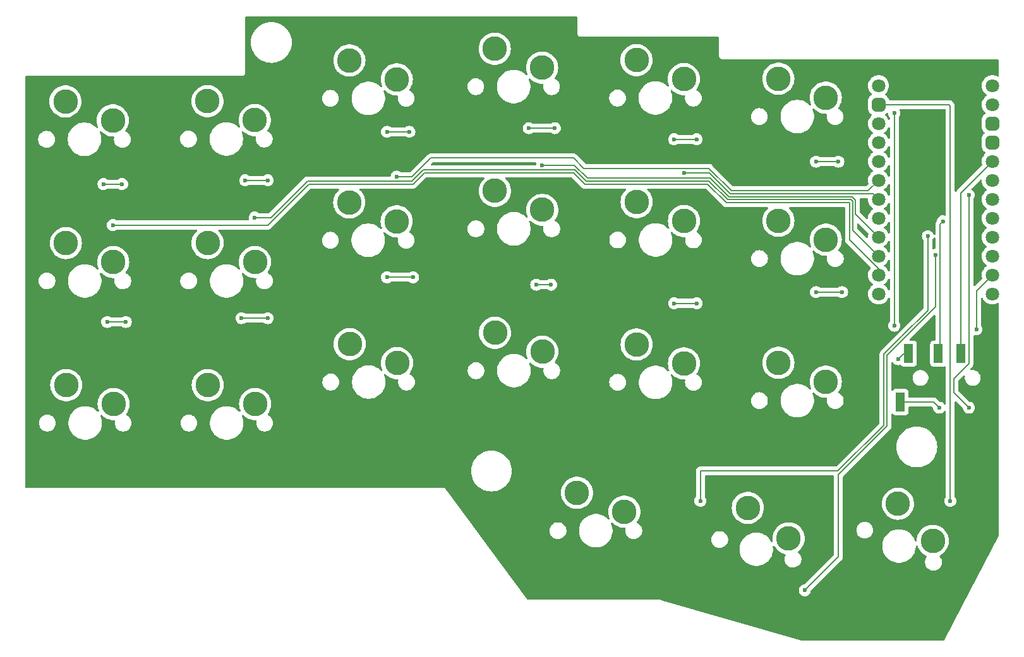
<source format=gbr>
%TF.GenerationSoftware,KiCad,Pcbnew,8.0.1*%
%TF.CreationDate,2024-05-26T01:43:18+02:00*%
%TF.ProjectId,KeyboardTest2_right,4b657962-6f61-4726-9454-657374325f72,rev?*%
%TF.SameCoordinates,Original*%
%TF.FileFunction,Copper,L2,Bot*%
%TF.FilePolarity,Positive*%
%FSLAX46Y46*%
G04 Gerber Fmt 4.6, Leading zero omitted, Abs format (unit mm)*
G04 Created by KiCad (PCBNEW 8.0.1) date 2024-05-26 01:43:18*
%MOMM*%
%LPD*%
G01*
G04 APERTURE LIST*
G04 Aperture macros list*
%AMRoundRect*
0 Rectangle with rounded corners*
0 $1 Rounding radius*
0 $2 $3 $4 $5 $6 $7 $8 $9 X,Y pos of 4 corners*
0 Add a 4 corners polygon primitive as box body*
4,1,4,$2,$3,$4,$5,$6,$7,$8,$9,$2,$3,0*
0 Add four circle primitives for the rounded corners*
1,1,$1+$1,$2,$3*
1,1,$1+$1,$4,$5*
1,1,$1+$1,$6,$7*
1,1,$1+$1,$8,$9*
0 Add four rect primitives between the rounded corners*
20,1,$1+$1,$2,$3,$4,$5,0*
20,1,$1+$1,$4,$5,$6,$7,0*
20,1,$1+$1,$6,$7,$8,$9,0*
20,1,$1+$1,$8,$9,$2,$3,0*%
G04 Aperture macros list end*
%TA.AperFunction,ComponentPad*%
%ADD10C,3.300000*%
%TD*%
%TA.AperFunction,SMDPad,CuDef*%
%ADD11R,1.200000X2.500000*%
%TD*%
%TA.AperFunction,ComponentPad*%
%ADD12C,1.800000*%
%TD*%
%TA.AperFunction,ComponentPad*%
%ADD13RoundRect,0.450000X0.450000X0.450000X-0.450000X0.450000X-0.450000X-0.450000X0.450000X-0.450000X0*%
%TD*%
%TA.AperFunction,ViaPad*%
%ADD14C,0.600000*%
%TD*%
%TA.AperFunction,Conductor*%
%ADD15C,0.200000*%
%TD*%
G04 APERTURE END LIST*
D10*
%TO.P,MX15,1,1*%
%TO.N,COL3*%
X105821274Y-63992746D03*
%TO.P,MX15,2,2*%
%TO.N,Net-(D15-A)*%
X99471274Y-61452746D03*
%TD*%
%TO.P,MX13,1,1*%
%TO.N,COL2*%
X143807588Y-68010215D03*
%TO.P,MX13,2,2*%
%TO.N,Net-(D13-A)*%
X137457588Y-65470215D03*
%TD*%
%TO.P,MX17,1,1*%
%TO.N,COL4*%
X67330747Y-71017919D03*
%TO.P,MX17,2,2*%
%TO.N,Net-(D17-A)*%
X60980747Y-68477919D03*
%TD*%
%TO.P,MX14,1,1*%
%TO.N,COL1*%
X124806637Y-65560511D03*
%TO.P,MX14,2,2*%
%TO.N,Net-(D14-A)*%
X118456637Y-63020511D03*
%TD*%
%TO.P,MX10,1,1*%
%TO.N,COL0*%
X86292680Y-46498478D03*
%TO.P,MX10,2,2*%
%TO.N,Net-(D10-A)*%
X79942680Y-43958478D03*
%TD*%
%TO.P,MX2,1,1*%
%TO.N,COL1*%
X124787651Y-27418105D03*
%TO.P,MX2,2,2*%
%TO.N,Net-(D2-A)*%
X118437651Y-24878105D03*
%TD*%
%TO.P,MX11,1,1*%
%TO.N,COL4*%
X67310000Y-51960000D03*
%TO.P,MX11,2,2*%
%TO.N,Net-(D11-A)*%
X60960000Y-49420000D03*
%TD*%
%TO.P,MX16,1,1*%
%TO.N,COL0*%
X86353105Y-65523757D03*
%TO.P,MX16,2,2*%
%TO.N,Net-(D16-A)*%
X80003105Y-62983757D03*
%TD*%
%TO.P,MX18,1,1*%
%TO.N,COL5*%
X48360654Y-71017919D03*
%TO.P,MX18,2,2*%
%TO.N,Net-(D18-A)*%
X42010654Y-68477919D03*
%TD*%
%TO.P,MX3,1,1*%
%TO.N,COL3*%
X105791481Y-25889484D03*
%TO.P,MX3,2,2*%
%TO.N,Net-(D3-A)*%
X99441481Y-23349484D03*
%TD*%
%TO.P,MX5,1,1*%
%TO.N,COL4*%
X67285405Y-32922351D03*
%TO.P,MX5,2,2*%
%TO.N,Net-(D5-A)*%
X60935405Y-30382351D03*
%TD*%
%TO.P,MX9,1,1*%
%TO.N,COL3*%
X105810000Y-44960000D03*
%TO.P,MX9,2,2*%
%TO.N,Net-(D9-A)*%
X99460000Y-42420000D03*
%TD*%
%TO.P,MX21,1,1*%
%TO.N,MIN*%
X116810000Y-85460000D03*
%TO.P,MX21,2,2*%
%TO.N,Net-(D21-A)*%
X110460000Y-82920000D03*
%TD*%
%TO.P,MX4,1,1*%
%TO.N,COL0*%
X86310000Y-27460000D03*
%TO.P,MX4,2,2*%
%TO.N,Net-(D4-A)*%
X79960000Y-24920000D03*
%TD*%
%TO.P,MX1,1,1*%
%TO.N,COL2*%
X143803512Y-29903893D03*
%TO.P,MX1,2,2*%
%TO.N,Net-(D1-A)*%
X137453512Y-27363893D03*
%TD*%
%TO.P,MX6,1,1*%
%TO.N,COL5*%
X48255498Y-32952259D03*
%TO.P,MX6,2,2*%
%TO.N,Net-(D6-A)*%
X41905498Y-30412259D03*
%TD*%
%TO.P,MX12,1,1*%
%TO.N,COL5*%
X48310000Y-51960000D03*
%TO.P,MX12,2,2*%
%TO.N,Net-(D12-A)*%
X41960000Y-49420000D03*
%TD*%
%TO.P,MX7,1,1*%
%TO.N,COL2*%
X143810000Y-48960000D03*
%TO.P,MX7,2,2*%
%TO.N,Net-(D7-A)*%
X137460000Y-46420000D03*
%TD*%
%TO.P,MX20,1,1*%
%TO.N,MIN*%
X138837578Y-89032649D03*
%TO.P,MX20,2,2*%
%TO.N,Net-(D20-A)*%
X133361350Y-84935696D03*
%TD*%
%TO.P,MX19,1,1*%
%TO.N,MIN*%
X158158353Y-89373174D03*
%TO.P,MX19,2,2*%
%TO.N,Net-(D19-A)*%
X153476749Y-84387526D03*
%TD*%
%TO.P,MX8,1,1*%
%TO.N,COL1*%
X124810000Y-46460000D03*
%TO.P,MX8,2,2*%
%TO.N,Net-(D8-A)*%
X118460000Y-43920000D03*
%TD*%
D11*
%TO.P,J1,R1*%
%TO.N,Net-(J2-Pin_6)*%
X158900000Y-64250000D03*
%TO.P,J1,R2*%
%TO.N,Net-(J2-Pin_5)*%
X161900000Y-64250000D03*
%TO.P,J1,S*%
%TO.N,Net-(J2-Pin_4)*%
X153800000Y-70750000D03*
%TO.P,J1,T*%
%TO.N,Net-(J2-Pin_13)*%
X154900000Y-64250000D03*
%TD*%
D12*
%TO.P,J2,1,Pin_1*%
%TO.N,unconnected-(J2-Pin_1-Pad1)*%
X166120000Y-28300000D03*
%TO.P,J2,2,Pin_2*%
%TO.N,unconnected-(J2-Pin_2-Pad2)*%
X166120000Y-30840000D03*
D13*
%TO.P,J2,3,Pin_3*%
%TO.N,unconnected-(J2-Pin_3-Pad3)*%
X166120000Y-33380000D03*
%TO.P,J2,4,Pin_4*%
%TO.N,Net-(J2-Pin_4)*%
X166120000Y-35920000D03*
D12*
%TO.P,J2,5,Pin_5*%
%TO.N,Net-(J2-Pin_5)*%
X166120000Y-38460000D03*
%TO.P,J2,6,Pin_6*%
%TO.N,Net-(J2-Pin_6)*%
X166120000Y-41000000D03*
%TO.P,J2,7,Pin_7*%
%TO.N,unconnected-(J2-Pin_7-Pad7)*%
X166120000Y-43540000D03*
%TO.P,J2,8,Pin_8*%
%TO.N,unconnected-(J2-Pin_8-Pad8)*%
X166120000Y-46080000D03*
%TO.P,J2,9,Pin_9*%
%TO.N,M3OUT*%
X166120000Y-48620000D03*
%TO.P,J2,10,Pin_10*%
%TO.N,M2OUT*%
X166120000Y-51160000D03*
%TO.P,J2,11,Pin_11*%
%TO.N,M1OUT*%
X166120000Y-53700000D03*
%TO.P,J2,12,Pin_12*%
%TO.N,ROW2*%
X166120000Y-56240000D03*
%TO.P,J2,13,Pin_13*%
%TO.N,Net-(J2-Pin_13)*%
X150880000Y-28300000D03*
D13*
%TO.P,J2,14,Pin_14*%
%TO.N,MIN*%
X150880000Y-30840000D03*
D12*
%TO.P,J2,15,Pin_15*%
%TO.N,unconnected-(J2-Pin_15-Pad15)*%
X150880000Y-33380000D03*
%TO.P,J2,16,Pin_16*%
%TO.N,unconnected-(J2-Pin_16-Pad16)*%
X150880000Y-35920000D03*
%TO.P,J2,17,Pin_17*%
%TO.N,ROW0*%
X150880000Y-38460000D03*
%TO.P,J2,18,Pin_18*%
%TO.N,COL0*%
X150880000Y-41000000D03*
%TO.P,J2,19,Pin_19*%
%TO.N,COL1*%
X150880000Y-43540000D03*
%TO.P,J2,20,Pin_20*%
%TO.N,COL2*%
X150880000Y-46080000D03*
%TO.P,J2,21,Pin_21*%
%TO.N,COL3*%
X150880000Y-48620000D03*
%TO.P,J2,22,Pin_22*%
%TO.N,COL4*%
X150880000Y-51160000D03*
%TO.P,J2,23,Pin_23*%
%TO.N,COL5*%
X150880000Y-53700000D03*
%TO.P,J2,24,Pin_24*%
%TO.N,ROW1*%
X150880000Y-56240000D03*
%TD*%
D14*
%TO.N,ROW0*%
X145500000Y-38500000D03*
X104000000Y-34000000D03*
X85000000Y-34500000D03*
X88000000Y-34500000D03*
X47000000Y-41500000D03*
X142500000Y-38500000D03*
X126500000Y-35500000D03*
X66000000Y-41000000D03*
X123500000Y-35500000D03*
X49500000Y-41500000D03*
X69000000Y-41000000D03*
X107500000Y-34000000D03*
%TO.N,ROW1*%
X85000000Y-54000000D03*
X69000000Y-59500000D03*
X105000000Y-55000000D03*
X107000000Y-55000000D03*
X146000000Y-56000000D03*
X50000000Y-60000000D03*
X88500000Y-54000000D03*
X142500000Y-56000000D03*
X47500000Y-60000000D03*
X126500000Y-57500000D03*
X65500000Y-59500000D03*
X123500000Y-57500000D03*
%TO.N,COL0*%
X86292680Y-40500000D03*
%TO.N,COL1*%
X124810000Y-40000000D03*
%TO.N,COL3*%
X105791481Y-39000000D03*
%TO.N,COL4*%
X67285405Y-46000000D03*
%TO.N,COL5*%
X48255498Y-47000000D03*
%TO.N,M1OUT*%
X164000000Y-61000000D03*
%TO.N,M2OUT*%
X158500000Y-51000000D03*
X141000000Y-96000000D03*
%TO.N,M3OUT*%
X127000000Y-84000000D03*
X157500000Y-48500000D03*
%TO.N,MIN*%
X160500000Y-84000000D03*
%TO.N,Net-(J2-Pin_4)*%
X163000000Y-43000000D03*
X159000000Y-71500000D03*
X163000000Y-71500000D03*
%TO.N,Net-(J2-Pin_6)*%
X159500000Y-46500000D03*
%TO.N,Net-(J2-Pin_13)*%
X153500000Y-65000000D03*
X153000000Y-60500000D03*
X153000000Y-32000000D03*
%TD*%
D15*
%TO.N,ROW0*%
X66000000Y-41000000D02*
X69000000Y-41000000D01*
X145500000Y-38500000D02*
X142500000Y-38500000D01*
X104000000Y-34000000D02*
X107500000Y-34000000D01*
X47000000Y-41500000D02*
X49500000Y-41500000D01*
X123500000Y-35500000D02*
X124500000Y-35500000D01*
X85000000Y-34500000D02*
X86000000Y-34500000D01*
X86000000Y-34500000D02*
X88000000Y-34500000D01*
X124500000Y-35500000D02*
X126500000Y-35500000D01*
%TO.N,ROW1*%
X86000000Y-54000000D02*
X88500000Y-54000000D01*
X85000000Y-54000000D02*
X86000000Y-54000000D01*
X47500000Y-60000000D02*
X48500000Y-60000000D01*
X48500000Y-60000000D02*
X50000000Y-60000000D01*
X123500000Y-57500000D02*
X126500000Y-57500000D01*
X142500000Y-56000000D02*
X146000000Y-56000000D01*
X105000000Y-55000000D02*
X107000000Y-55000000D01*
X65500000Y-59500000D02*
X69000000Y-59500000D01*
%TO.N,COL0*%
X131162744Y-42400000D02*
X128162742Y-39400000D01*
X128162742Y-39400000D02*
X111400000Y-39400000D01*
X150880000Y-41000000D02*
X149480000Y-42400000D01*
X90868628Y-38000000D02*
X88368628Y-40500000D01*
X110000000Y-38000000D02*
X90868628Y-38000000D01*
X88368628Y-40500000D02*
X86292680Y-40500000D01*
X111400000Y-39400000D02*
X110000000Y-38000000D01*
X149480000Y-42400000D02*
X131162744Y-42400000D01*
%TO.N,COL1*%
X150880000Y-43540000D02*
X150140000Y-42800000D01*
X130997058Y-42800000D02*
X128197056Y-40000000D01*
X150140000Y-42800000D02*
X130997058Y-42800000D01*
X128197056Y-40000000D02*
X124810000Y-40000000D01*
%TO.N,COL3*%
X111831372Y-40700000D02*
X110131370Y-39000000D01*
X147800000Y-45540000D02*
X147800000Y-43668629D01*
X147331370Y-43200000D02*
X130831372Y-43200000D01*
X128331370Y-40700000D02*
X111831372Y-40700000D01*
X110131370Y-39000000D02*
X105791481Y-39000000D01*
X150880000Y-48620000D02*
X147800000Y-45540000D01*
X130831372Y-43200000D02*
X128331370Y-40700000D01*
X147800000Y-43668629D02*
X147331370Y-43200000D01*
%TO.N,COL4*%
X147165685Y-43600000D02*
X130665686Y-43600000D01*
X89834314Y-39600000D02*
X88334314Y-41100000D01*
X111665686Y-41100000D02*
X110165685Y-39600000D01*
X110165685Y-39600000D02*
X89834314Y-39600000D01*
X130665686Y-43600000D02*
X128165685Y-41100000D01*
X147400000Y-43834315D02*
X147165685Y-43600000D01*
X147400000Y-47680000D02*
X147400000Y-43834315D01*
X128165685Y-41100000D02*
X111665686Y-41100000D01*
X69434314Y-46000000D02*
X67285405Y-46000000D01*
X150880000Y-51160000D02*
X147400000Y-47680000D01*
X74334314Y-41100000D02*
X69434314Y-46000000D01*
X88334314Y-41100000D02*
X74334314Y-41100000D01*
%TO.N,COL5*%
X147000000Y-44000000D02*
X130500000Y-44000000D01*
X150880000Y-53700000D02*
X150880000Y-52880000D01*
X69000000Y-47000000D02*
X48255498Y-47000000D01*
X128000000Y-41500000D02*
X111500000Y-41500000D01*
X110000000Y-40000000D02*
X90000000Y-40000000D01*
X147000000Y-49000000D02*
X147000000Y-44000000D01*
X88500000Y-41500000D02*
X74500000Y-41500000D01*
X74500000Y-41500000D02*
X69000000Y-47000000D01*
X150880000Y-52880000D02*
X147000000Y-49000000D01*
X111500000Y-41500000D02*
X110000000Y-40000000D01*
X90000000Y-40000000D02*
X88500000Y-41500000D01*
X130500000Y-44000000D02*
X128000000Y-41500000D01*
%TO.N,M1OUT*%
X164000000Y-55820000D02*
X166120000Y-53700000D01*
X164000000Y-61000000D02*
X164000000Y-55820000D01*
%TO.N,M2OUT*%
X158500000Y-57500000D02*
X158500000Y-51000000D01*
X141000000Y-96000000D02*
X145500000Y-91500000D01*
X145500000Y-80500000D02*
X152000000Y-74000000D01*
X158500000Y-58000000D02*
X158500000Y-57500000D01*
X152000000Y-64500000D02*
X158500000Y-58000000D01*
X152000000Y-74000000D02*
X152000000Y-64500000D01*
X145500000Y-91500000D02*
X145500000Y-89000000D01*
X145500000Y-89000000D02*
X145500000Y-80500000D01*
%TO.N,M3OUT*%
X127000000Y-84000000D02*
X127000000Y-83500000D01*
X157467157Y-58467157D02*
X157500000Y-58434314D01*
X151600000Y-73834314D02*
X151600000Y-65000000D01*
X127000000Y-80000000D02*
X145434314Y-80000000D01*
X145434314Y-80000000D02*
X151467157Y-73967157D01*
X151600000Y-64334314D02*
X153967157Y-61967157D01*
X127000000Y-83500000D02*
X127000000Y-80000000D01*
X157500000Y-58434314D02*
X157500000Y-48500000D01*
X151467157Y-73967157D02*
X151600000Y-73834314D01*
X151600000Y-65000000D02*
X151600000Y-64334314D01*
X153967157Y-61967157D02*
X157467157Y-58467157D01*
%TO.N,MIN*%
X160340000Y-30840000D02*
X150880000Y-30840000D01*
X160500000Y-31000000D02*
X160340000Y-30840000D01*
X160500000Y-84000000D02*
X160500000Y-31000000D01*
%TO.N,Net-(J2-Pin_4)*%
X161000000Y-69500000D02*
X161000000Y-67600000D01*
X163000000Y-71500000D02*
X161000000Y-69500000D01*
X153800000Y-70750000D02*
X158250000Y-70750000D01*
X158250000Y-70750000D02*
X159000000Y-71500000D01*
X161000000Y-67600000D02*
X163000000Y-65600000D01*
X163000000Y-65600000D02*
X163000000Y-43000000D01*
%TO.N,Net-(J2-Pin_6)*%
X159100000Y-64050000D02*
X159100000Y-46900000D01*
X159100000Y-46900000D02*
X159500000Y-46500000D01*
X158900000Y-64250000D02*
X159100000Y-64050000D01*
%TO.N,Net-(J2-Pin_13)*%
X153000000Y-60500000D02*
X153000000Y-32000000D01*
X154250000Y-64250000D02*
X153500000Y-65000000D01*
X154900000Y-64250000D02*
X154250000Y-64250000D01*
%TO.N,Net-(J2-Pin_5)*%
X161900000Y-42680000D02*
X166120000Y-38460000D01*
X161900000Y-64250000D02*
X161900000Y-42680000D01*
%TD*%
%TA.AperFunction,NonConductor*%
G36*
X152132081Y-31955947D02*
G01*
X152183491Y-32003262D01*
X152200436Y-32053266D01*
X152214630Y-32179249D01*
X152214631Y-32179254D01*
X152274211Y-32349523D01*
X152333151Y-32443324D01*
X152364232Y-32492790D01*
X152370185Y-32502263D01*
X152372445Y-32505097D01*
X152373334Y-32507275D01*
X152373889Y-32508158D01*
X152373734Y-32508255D01*
X152398855Y-32569783D01*
X152399500Y-32582412D01*
X152399500Y-32766255D01*
X152379815Y-32833294D01*
X152327011Y-32879049D01*
X152257853Y-32888993D01*
X152194297Y-32859968D01*
X152161944Y-32816065D01*
X152115924Y-32711151D01*
X151988983Y-32516852D01*
X151988980Y-32516849D01*
X151988979Y-32516847D01*
X151831784Y-32346087D01*
X151831779Y-32346083D01*
X151831777Y-32346081D01*
X151794983Y-32317443D01*
X151754170Y-32260733D01*
X151750495Y-32190960D01*
X151785127Y-32130277D01*
X151813728Y-32109684D01*
X151855751Y-32087734D01*
X151998855Y-31971046D01*
X152063251Y-31943938D01*
X152132081Y-31955947D01*
G37*
%TD.AperFunction*%
%TA.AperFunction,NonConductor*%
G36*
X152340964Y-33888433D02*
G01*
X152387507Y-33940543D01*
X152399500Y-33993744D01*
X152399500Y-35306255D01*
X152379815Y-35373294D01*
X152327011Y-35419049D01*
X152257853Y-35428993D01*
X152194297Y-35399968D01*
X152161944Y-35356065D01*
X152115924Y-35251151D01*
X151988983Y-35056852D01*
X151988980Y-35056849D01*
X151988979Y-35056847D01*
X151831784Y-34886087D01*
X151654180Y-34747853D01*
X151613368Y-34691143D01*
X151609693Y-34621370D01*
X151644324Y-34560687D01*
X151654181Y-34552146D01*
X151831784Y-34413913D01*
X151988979Y-34243153D01*
X152115924Y-34048849D01*
X152161944Y-33943933D01*
X152206900Y-33890448D01*
X152273636Y-33869758D01*
X152340964Y-33888433D01*
G37*
%TD.AperFunction*%
%TA.AperFunction,NonConductor*%
G36*
X152340964Y-36428433D02*
G01*
X152387507Y-36480543D01*
X152399500Y-36533744D01*
X152399500Y-37846255D01*
X152379815Y-37913294D01*
X152327011Y-37959049D01*
X152257853Y-37968993D01*
X152194297Y-37939968D01*
X152161944Y-37896065D01*
X152115924Y-37791151D01*
X151988983Y-37596852D01*
X151988980Y-37596849D01*
X151988979Y-37596847D01*
X151831784Y-37426087D01*
X151654180Y-37287853D01*
X151613368Y-37231143D01*
X151609693Y-37161370D01*
X151644324Y-37100687D01*
X151654181Y-37092146D01*
X151831784Y-36953913D01*
X151988979Y-36783153D01*
X152115924Y-36588849D01*
X152161944Y-36483933D01*
X152206900Y-36430448D01*
X152273636Y-36409758D01*
X152340964Y-36428433D01*
G37*
%TD.AperFunction*%
%TA.AperFunction,NonConductor*%
G36*
X104975458Y-38620185D02*
G01*
X105021213Y-38672989D01*
X105031157Y-38742147D01*
X105025460Y-38765455D01*
X105006111Y-38820748D01*
X104998379Y-38889383D01*
X104971313Y-38953797D01*
X104913718Y-38993352D01*
X104875159Y-38999500D01*
X91017725Y-38999500D01*
X90950686Y-38979815D01*
X90904931Y-38927011D01*
X90894987Y-38857853D01*
X90924012Y-38794297D01*
X90930044Y-38787819D01*
X91081044Y-38636819D01*
X91142367Y-38603334D01*
X91168725Y-38600500D01*
X104908419Y-38600500D01*
X104975458Y-38620185D01*
G37*
%TD.AperFunction*%
%TA.AperFunction,NonConductor*%
G36*
X152340964Y-38968433D02*
G01*
X152387507Y-39020543D01*
X152399500Y-39073744D01*
X152399500Y-40386255D01*
X152379815Y-40453294D01*
X152327011Y-40499049D01*
X152257853Y-40508993D01*
X152194297Y-40479968D01*
X152161944Y-40436065D01*
X152115924Y-40331151D01*
X151988983Y-40136852D01*
X151988980Y-40136849D01*
X151988979Y-40136847D01*
X151831784Y-39966087D01*
X151654180Y-39827853D01*
X151613368Y-39771143D01*
X151609693Y-39701370D01*
X151644324Y-39640687D01*
X151654181Y-39632146D01*
X151831784Y-39493913D01*
X151988979Y-39323153D01*
X152115924Y-39128849D01*
X152161944Y-39023933D01*
X152206900Y-38970448D01*
X152273636Y-38949758D01*
X152340964Y-38968433D01*
G37*
%TD.AperFunction*%
%TA.AperFunction,NonConductor*%
G36*
X152340964Y-41508433D02*
G01*
X152387507Y-41560543D01*
X152399500Y-41613744D01*
X152399500Y-42926255D01*
X152379815Y-42993294D01*
X152327011Y-43039049D01*
X152257853Y-43048993D01*
X152194297Y-43019968D01*
X152161944Y-42976065D01*
X152115924Y-42871151D01*
X151988983Y-42676852D01*
X151988980Y-42676849D01*
X151988979Y-42676847D01*
X151831784Y-42506087D01*
X151654180Y-42367853D01*
X151613368Y-42311143D01*
X151609693Y-42241370D01*
X151644324Y-42180687D01*
X151654181Y-42172146D01*
X151671070Y-42159001D01*
X151831784Y-42033913D01*
X151988979Y-41863153D01*
X152115924Y-41668849D01*
X152161944Y-41563933D01*
X152206900Y-41510448D01*
X152273636Y-41489758D01*
X152340964Y-41508433D01*
G37*
%TD.AperFunction*%
%TA.AperFunction,NonConductor*%
G36*
X152340964Y-44048433D02*
G01*
X152387507Y-44100543D01*
X152399500Y-44153744D01*
X152399500Y-45466255D01*
X152379815Y-45533294D01*
X152327011Y-45579049D01*
X152257853Y-45588993D01*
X152194297Y-45559968D01*
X152161944Y-45516065D01*
X152115924Y-45411151D01*
X151988983Y-45216852D01*
X151988980Y-45216849D01*
X151988979Y-45216847D01*
X151831784Y-45046087D01*
X151654180Y-44907853D01*
X151613368Y-44851143D01*
X151609693Y-44781370D01*
X151644324Y-44720687D01*
X151654181Y-44712146D01*
X151671070Y-44699001D01*
X151831784Y-44573913D01*
X151988979Y-44403153D01*
X152115924Y-44208849D01*
X152161944Y-44103933D01*
X152206900Y-44050448D01*
X152273636Y-44029758D01*
X152340964Y-44048433D01*
G37*
%TD.AperFunction*%
%TA.AperFunction,NonConductor*%
G36*
X149418598Y-43420185D02*
G01*
X149464353Y-43472989D01*
X149475136Y-43534735D01*
X149474700Y-43539999D01*
X149474700Y-43540006D01*
X149493864Y-43771297D01*
X149493866Y-43771308D01*
X149550842Y-43996300D01*
X149644075Y-44208848D01*
X149771016Y-44403147D01*
X149771019Y-44403151D01*
X149771021Y-44403153D01*
X149928216Y-44573913D01*
X149928219Y-44573915D01*
X149928222Y-44573918D01*
X150105818Y-44712147D01*
X150146631Y-44768857D01*
X150150306Y-44838630D01*
X150115674Y-44899313D01*
X150105818Y-44907853D01*
X149928222Y-45046081D01*
X149928219Y-45046084D01*
X149928216Y-45046086D01*
X149928216Y-45046087D01*
X149898420Y-45078454D01*
X149771016Y-45216852D01*
X149644075Y-45411151D01*
X149550842Y-45623699D01*
X149493866Y-45848691D01*
X149493864Y-45848703D01*
X149474946Y-46077013D01*
X149449793Y-46142198D01*
X149393391Y-46183436D01*
X149323647Y-46187634D01*
X149263689Y-46154454D01*
X148957938Y-45848703D01*
X148436819Y-45327583D01*
X148403334Y-45266260D01*
X148400500Y-45239902D01*
X148400500Y-43589571D01*
X148394911Y-43568715D01*
X148394910Y-43568710D01*
X148391663Y-43556591D01*
X148393327Y-43486741D01*
X148432490Y-43428879D01*
X148496719Y-43401377D01*
X148511438Y-43400500D01*
X149351559Y-43400500D01*
X149418598Y-43420185D01*
G37*
%TD.AperFunction*%
%TA.AperFunction,NonConductor*%
G36*
X152340964Y-46588433D02*
G01*
X152387507Y-46640543D01*
X152399500Y-46693744D01*
X152399500Y-48006255D01*
X152379815Y-48073294D01*
X152327011Y-48119049D01*
X152257853Y-48128993D01*
X152194297Y-48099968D01*
X152161944Y-48056065D01*
X152115924Y-47951151D01*
X151988983Y-47756852D01*
X151988980Y-47756849D01*
X151988979Y-47756847D01*
X151831784Y-47586087D01*
X151654180Y-47447853D01*
X151613368Y-47391143D01*
X151609693Y-47321370D01*
X151644324Y-47260687D01*
X151654181Y-47252146D01*
X151674354Y-47236445D01*
X151831784Y-47113913D01*
X151988979Y-46943153D01*
X152115924Y-46748849D01*
X152161944Y-46643933D01*
X152206900Y-46590448D01*
X152273636Y-46569758D01*
X152340964Y-46588433D01*
G37*
%TD.AperFunction*%
%TA.AperFunction,NonConductor*%
G36*
X148205703Y-46795384D02*
G01*
X148212181Y-46801416D01*
X149505795Y-48095030D01*
X149539280Y-48156353D01*
X149538320Y-48213151D01*
X149493866Y-48388691D01*
X149493864Y-48388703D01*
X149474946Y-48617013D01*
X149449793Y-48682198D01*
X149393391Y-48723436D01*
X149323647Y-48727634D01*
X149263689Y-48694454D01*
X148036819Y-47467584D01*
X148003334Y-47406261D01*
X148000500Y-47379903D01*
X148000500Y-46889097D01*
X148020185Y-46822058D01*
X148072989Y-46776303D01*
X148142147Y-46766359D01*
X148205703Y-46795384D01*
G37*
%TD.AperFunction*%
%TA.AperFunction,NonConductor*%
G36*
X158432694Y-48687092D02*
G01*
X158483097Y-48735479D01*
X158499500Y-48797114D01*
X158499500Y-50083677D01*
X158479815Y-50150716D01*
X158427011Y-50196471D01*
X158389384Y-50206897D01*
X158320749Y-50214630D01*
X158265453Y-50233979D01*
X158195674Y-50237540D01*
X158135047Y-50202810D01*
X158102821Y-50140817D01*
X158100500Y-50116937D01*
X158100500Y-49082412D01*
X158120185Y-49015373D01*
X158127555Y-49005097D01*
X158129810Y-49002267D01*
X158129816Y-49002262D01*
X158225789Y-48849522D01*
X158258458Y-48756160D01*
X158299180Y-48699383D01*
X158364133Y-48673636D01*
X158432694Y-48687092D01*
G37*
%TD.AperFunction*%
%TA.AperFunction,NonConductor*%
G36*
X152340964Y-49128433D02*
G01*
X152387507Y-49180543D01*
X152399500Y-49233744D01*
X152399500Y-50546255D01*
X152379815Y-50613294D01*
X152327011Y-50659049D01*
X152257853Y-50668993D01*
X152194297Y-50639968D01*
X152161944Y-50596065D01*
X152115924Y-50491151D01*
X151988983Y-50296852D01*
X151988980Y-50296849D01*
X151988979Y-50296847D01*
X151831784Y-50126087D01*
X151654180Y-49987853D01*
X151613368Y-49931143D01*
X151609693Y-49861370D01*
X151644324Y-49800687D01*
X151654181Y-49792146D01*
X151680458Y-49771694D01*
X151831784Y-49653913D01*
X151988979Y-49483153D01*
X151989250Y-49482739D01*
X152030239Y-49420000D01*
X152115924Y-49288849D01*
X152161944Y-49183933D01*
X152206900Y-49130448D01*
X152273636Y-49109758D01*
X152340964Y-49128433D01*
G37*
%TD.AperFunction*%
%TA.AperFunction,NonConductor*%
G36*
X152340964Y-51668433D02*
G01*
X152387507Y-51720543D01*
X152399500Y-51773744D01*
X152399500Y-53086255D01*
X152379815Y-53153294D01*
X152327011Y-53199049D01*
X152257853Y-53208993D01*
X152194297Y-53179968D01*
X152161944Y-53136065D01*
X152115924Y-53031151D01*
X151988983Y-52836852D01*
X151988980Y-52836849D01*
X151988979Y-52836847D01*
X151831784Y-52666087D01*
X151654180Y-52527853D01*
X151613368Y-52471143D01*
X151609693Y-52401370D01*
X151644324Y-52340687D01*
X151654181Y-52332146D01*
X151831784Y-52193913D01*
X151988979Y-52023153D01*
X152115924Y-51828849D01*
X152161944Y-51723933D01*
X152206900Y-51670448D01*
X152273636Y-51649758D01*
X152340964Y-51668433D01*
G37*
%TD.AperFunction*%
%TA.AperFunction,NonConductor*%
G36*
X164634704Y-40897043D02*
G01*
X164690637Y-40938915D01*
X164714946Y-41002985D01*
X164733864Y-41231296D01*
X164733866Y-41231308D01*
X164790842Y-41456300D01*
X164884075Y-41668848D01*
X165011016Y-41863147D01*
X165011019Y-41863151D01*
X165011021Y-41863153D01*
X165168216Y-42033913D01*
X165168219Y-42033915D01*
X165168222Y-42033918D01*
X165345818Y-42172147D01*
X165386631Y-42228857D01*
X165390306Y-42298630D01*
X165355674Y-42359313D01*
X165345818Y-42367853D01*
X165168222Y-42506081D01*
X165168219Y-42506084D01*
X165168216Y-42506086D01*
X165168216Y-42506087D01*
X165118886Y-42559674D01*
X165011016Y-42676852D01*
X164884075Y-42871151D01*
X164790842Y-43083699D01*
X164733866Y-43308691D01*
X164733864Y-43308702D01*
X164714700Y-43539993D01*
X164714700Y-43540006D01*
X164733864Y-43771297D01*
X164733866Y-43771308D01*
X164790842Y-43996300D01*
X164884075Y-44208848D01*
X165011016Y-44403147D01*
X165011019Y-44403151D01*
X165011021Y-44403153D01*
X165168216Y-44573913D01*
X165168219Y-44573915D01*
X165168222Y-44573918D01*
X165345818Y-44712147D01*
X165386631Y-44768857D01*
X165390306Y-44838630D01*
X165355674Y-44899313D01*
X165345818Y-44907853D01*
X165168222Y-45046081D01*
X165168219Y-45046084D01*
X165168216Y-45046086D01*
X165168216Y-45046087D01*
X165138420Y-45078454D01*
X165011016Y-45216852D01*
X164884075Y-45411151D01*
X164790842Y-45623699D01*
X164733866Y-45848691D01*
X164733864Y-45848702D01*
X164714700Y-46079993D01*
X164714700Y-46080006D01*
X164733864Y-46311297D01*
X164733866Y-46311308D01*
X164790842Y-46536300D01*
X164884075Y-46748848D01*
X165011016Y-46943147D01*
X165011019Y-46943151D01*
X165011021Y-46943153D01*
X165168216Y-47113913D01*
X165168219Y-47113915D01*
X165168222Y-47113918D01*
X165345818Y-47252147D01*
X165386631Y-47308857D01*
X165390306Y-47378630D01*
X165355674Y-47439313D01*
X165345818Y-47447853D01*
X165168222Y-47586081D01*
X165168219Y-47586084D01*
X165168216Y-47586086D01*
X165168216Y-47586087D01*
X165130042Y-47627555D01*
X165011016Y-47756852D01*
X164884075Y-47951151D01*
X164790842Y-48163699D01*
X164733866Y-48388691D01*
X164733864Y-48388702D01*
X164714700Y-48619993D01*
X164714700Y-48620006D01*
X164733864Y-48851297D01*
X164733866Y-48851308D01*
X164790842Y-49076300D01*
X164884075Y-49288848D01*
X165011016Y-49483147D01*
X165011019Y-49483151D01*
X165011021Y-49483153D01*
X165168216Y-49653913D01*
X165168219Y-49653915D01*
X165168222Y-49653918D01*
X165345818Y-49792147D01*
X165386631Y-49848857D01*
X165390306Y-49918630D01*
X165355674Y-49979313D01*
X165345818Y-49987853D01*
X165168222Y-50126081D01*
X165168219Y-50126084D01*
X165168216Y-50126086D01*
X165168216Y-50126087D01*
X165154656Y-50140817D01*
X165011016Y-50296852D01*
X164884075Y-50491151D01*
X164790842Y-50703699D01*
X164733866Y-50928691D01*
X164733864Y-50928702D01*
X164714700Y-51159993D01*
X164714700Y-51160006D01*
X164733864Y-51391297D01*
X164733866Y-51391308D01*
X164790842Y-51616300D01*
X164884075Y-51828848D01*
X165011016Y-52023147D01*
X165011019Y-52023151D01*
X165011021Y-52023153D01*
X165168216Y-52193913D01*
X165168219Y-52193915D01*
X165168222Y-52193918D01*
X165345818Y-52332147D01*
X165386631Y-52388857D01*
X165390306Y-52458630D01*
X165355674Y-52519313D01*
X165345818Y-52527853D01*
X165168222Y-52666081D01*
X165168219Y-52666084D01*
X165011016Y-52836852D01*
X164884075Y-53031151D01*
X164790842Y-53243699D01*
X164733866Y-53468691D01*
X164733864Y-53468702D01*
X164714700Y-53699993D01*
X164714700Y-53700006D01*
X164733864Y-53931297D01*
X164733866Y-53931309D01*
X164778319Y-54106848D01*
X164775694Y-54176668D01*
X164745794Y-54224969D01*
X163812181Y-55158583D01*
X163750858Y-55192068D01*
X163681167Y-55187084D01*
X163625233Y-55145212D01*
X163600816Y-55079748D01*
X163600500Y-55070902D01*
X163600500Y-43582412D01*
X163620185Y-43515373D01*
X163627555Y-43505097D01*
X163629810Y-43502267D01*
X163629816Y-43502262D01*
X163725789Y-43349522D01*
X163785368Y-43179255D01*
X163794330Y-43099714D01*
X163805565Y-43000003D01*
X163805565Y-42999996D01*
X163785369Y-42820750D01*
X163785368Y-42820745D01*
X163747845Y-42713511D01*
X163725789Y-42650478D01*
X163629816Y-42497738D01*
X163502262Y-42370184D01*
X163361732Y-42281883D01*
X163315442Y-42229549D01*
X163304794Y-42160496D01*
X163333169Y-42096647D01*
X163340012Y-42089221D01*
X164503691Y-40925542D01*
X164565012Y-40892059D01*
X164634704Y-40897043D01*
G37*
%TD.AperFunction*%
%TA.AperFunction,NonConductor*%
G36*
X152340964Y-54208433D02*
G01*
X152387507Y-54260543D01*
X152399500Y-54313744D01*
X152399500Y-55626255D01*
X152379815Y-55693294D01*
X152327011Y-55739049D01*
X152257853Y-55748993D01*
X152194297Y-55719968D01*
X152161944Y-55676065D01*
X152115924Y-55571151D01*
X151988983Y-55376852D01*
X151988980Y-55376849D01*
X151988979Y-55376847D01*
X151831784Y-55206087D01*
X151654180Y-55067853D01*
X151613368Y-55011143D01*
X151609693Y-54941370D01*
X151644324Y-54880687D01*
X151654181Y-54872146D01*
X151831784Y-54733913D01*
X151988979Y-54563153D01*
X152115924Y-54368849D01*
X152161944Y-54263933D01*
X152206900Y-54210448D01*
X152273636Y-54189758D01*
X152340964Y-54208433D01*
G37*
%TD.AperFunction*%
%TA.AperFunction,NonConductor*%
G36*
X158418834Y-59032914D02*
G01*
X158474767Y-59074786D01*
X158499184Y-59140250D01*
X158499500Y-59149096D01*
X158499500Y-62375500D01*
X158479815Y-62442539D01*
X158427011Y-62488294D01*
X158375501Y-62499500D01*
X158252130Y-62499500D01*
X158252123Y-62499501D01*
X158192516Y-62505908D01*
X158057671Y-62556202D01*
X158057664Y-62556206D01*
X157942455Y-62642452D01*
X157942452Y-62642455D01*
X157856206Y-62757664D01*
X157856202Y-62757671D01*
X157805908Y-62892517D01*
X157799501Y-62952116D01*
X157799501Y-62952123D01*
X157799500Y-62952135D01*
X157799500Y-65547870D01*
X157799501Y-65547876D01*
X157805908Y-65607483D01*
X157856202Y-65742328D01*
X157856206Y-65742335D01*
X157942452Y-65857544D01*
X157942455Y-65857547D01*
X158057664Y-65943793D01*
X158057671Y-65943797D01*
X158192517Y-65994091D01*
X158192516Y-65994091D01*
X158199444Y-65994835D01*
X158252127Y-66000500D01*
X159547872Y-66000499D01*
X159607483Y-65994091D01*
X159675528Y-65968712D01*
X159732167Y-65947587D01*
X159801859Y-65942603D01*
X159863182Y-65976088D01*
X159896666Y-66037411D01*
X159899500Y-66063769D01*
X159899500Y-70996523D01*
X159879815Y-71063562D01*
X159827011Y-71109317D01*
X159757853Y-71119261D01*
X159694297Y-71090236D01*
X159670507Y-71062496D01*
X159629817Y-70997739D01*
X159502262Y-70870184D01*
X159349521Y-70774210D01*
X159179249Y-70714630D01*
X159092330Y-70704837D01*
X159027916Y-70677770D01*
X159018533Y-70669298D01*
X158737590Y-70388355D01*
X158737588Y-70388352D01*
X158618717Y-70269481D01*
X158618716Y-70269480D01*
X158531904Y-70219360D01*
X158531904Y-70219359D01*
X158531900Y-70219358D01*
X158481785Y-70190423D01*
X158329057Y-70149499D01*
X158170943Y-70149499D01*
X158163347Y-70149499D01*
X158163331Y-70149500D01*
X155024499Y-70149500D01*
X154957460Y-70129815D01*
X154911705Y-70077011D01*
X154900499Y-70025500D01*
X154900499Y-69452129D01*
X154900498Y-69452123D01*
X154899472Y-69442580D01*
X154894091Y-69392517D01*
X154885894Y-69370541D01*
X154843797Y-69257671D01*
X154843793Y-69257664D01*
X154757547Y-69142455D01*
X154757544Y-69142452D01*
X154642335Y-69056206D01*
X154642328Y-69056202D01*
X154507482Y-69005908D01*
X154507483Y-69005908D01*
X154447883Y-68999501D01*
X154447881Y-68999500D01*
X154447873Y-68999500D01*
X154447864Y-68999500D01*
X153152129Y-68999500D01*
X153152123Y-68999501D01*
X153092516Y-69005908D01*
X152957671Y-69056202D01*
X152957664Y-69056206D01*
X152842455Y-69142452D01*
X152823766Y-69167418D01*
X152767832Y-69209288D01*
X152698140Y-69214272D01*
X152636818Y-69180786D01*
X152603333Y-69119462D01*
X152600500Y-69093106D01*
X152600500Y-67603469D01*
X155449500Y-67603469D01*
X155489868Y-67806412D01*
X155489870Y-67806420D01*
X155550753Y-67953405D01*
X155569059Y-67997598D01*
X155581196Y-68015762D01*
X155684024Y-68169657D01*
X155830342Y-68315975D01*
X155830345Y-68315977D01*
X156002402Y-68430941D01*
X156193580Y-68510130D01*
X156340264Y-68539307D01*
X156396530Y-68550499D01*
X156396534Y-68550500D01*
X156396535Y-68550500D01*
X156603466Y-68550500D01*
X156603467Y-68550499D01*
X156806420Y-68510130D01*
X156997598Y-68430941D01*
X157169655Y-68315977D01*
X157315977Y-68169655D01*
X157430941Y-67997598D01*
X157510130Y-67806420D01*
X157550500Y-67603465D01*
X157550500Y-67396535D01*
X157510130Y-67193580D01*
X157430941Y-67002402D01*
X157315977Y-66830345D01*
X157315975Y-66830342D01*
X157169657Y-66684024D01*
X157029224Y-66590191D01*
X156997598Y-66569059D01*
X156985529Y-66564060D01*
X156806420Y-66489870D01*
X156806412Y-66489868D01*
X156603469Y-66449500D01*
X156603465Y-66449500D01*
X156396535Y-66449500D01*
X156396530Y-66449500D01*
X156193587Y-66489868D01*
X156193579Y-66489870D01*
X156002403Y-66569058D01*
X155830342Y-66684024D01*
X155684024Y-66830342D01*
X155569058Y-67002403D01*
X155489870Y-67193579D01*
X155489868Y-67193587D01*
X155449500Y-67396530D01*
X155449500Y-67603469D01*
X152600500Y-67603469D01*
X152600500Y-65503476D01*
X152620185Y-65436437D01*
X152672989Y-65390682D01*
X152742147Y-65380738D01*
X152805703Y-65409763D01*
X152829493Y-65437503D01*
X152870184Y-65502262D01*
X152997738Y-65629816D01*
X153068475Y-65674263D01*
X153150062Y-65725528D01*
X153150478Y-65725789D01*
X153320742Y-65785367D01*
X153320745Y-65785368D01*
X153320750Y-65785369D01*
X153499996Y-65805565D01*
X153500000Y-65805565D01*
X153500004Y-65805565D01*
X153679249Y-65785369D01*
X153679252Y-65785368D01*
X153679255Y-65785368D01*
X153679256Y-65785367D01*
X153679259Y-65785367D01*
X153717429Y-65772010D01*
X153759237Y-65757380D01*
X153829015Y-65753818D01*
X153889643Y-65788547D01*
X153899451Y-65800102D01*
X153942454Y-65857546D01*
X153988643Y-65892123D01*
X154057664Y-65943793D01*
X154057671Y-65943797D01*
X154192517Y-65994091D01*
X154192516Y-65994091D01*
X154199444Y-65994835D01*
X154252127Y-66000500D01*
X155547872Y-66000499D01*
X155607483Y-65994091D01*
X155742331Y-65943796D01*
X155857546Y-65857546D01*
X155943796Y-65742331D01*
X155994091Y-65607483D01*
X156000500Y-65547873D01*
X156000499Y-62952128D01*
X155994091Y-62892517D01*
X155943796Y-62757669D01*
X155943795Y-62757668D01*
X155943793Y-62757664D01*
X155857547Y-62642455D01*
X155857544Y-62642452D01*
X155742335Y-62556206D01*
X155742328Y-62556202D01*
X155607482Y-62505908D01*
X155607483Y-62505908D01*
X155547883Y-62499501D01*
X155547881Y-62499500D01*
X155547873Y-62499500D01*
X155547865Y-62499500D01*
X155149096Y-62499500D01*
X155082057Y-62479815D01*
X155036302Y-62427011D01*
X155026358Y-62357853D01*
X155055383Y-62294297D01*
X155061415Y-62287819D01*
X156669985Y-60679249D01*
X158287821Y-59061413D01*
X158349142Y-59027930D01*
X158418834Y-59032914D01*
G37*
%TD.AperFunction*%
%TA.AperFunction,NonConductor*%
G36*
X110442539Y-19020185D02*
G01*
X110488294Y-19072989D01*
X110499500Y-19124500D01*
X110499500Y-21315891D01*
X110533608Y-21443187D01*
X110566554Y-21500250D01*
X110599500Y-21557314D01*
X110692686Y-21650500D01*
X110806814Y-21716392D01*
X110934108Y-21750500D01*
X111065892Y-21750500D01*
X129375500Y-21750500D01*
X129442539Y-21770185D01*
X129488294Y-21822989D01*
X129499500Y-21874500D01*
X129499500Y-24315891D01*
X129533608Y-24443187D01*
X129548777Y-24469460D01*
X129599500Y-24557314D01*
X129692686Y-24650500D01*
X129806814Y-24716392D01*
X129934108Y-24750500D01*
X148934108Y-24750500D01*
X166875500Y-24750500D01*
X166942539Y-24770185D01*
X166988294Y-24822989D01*
X166999500Y-24874500D01*
X166999500Y-26975432D01*
X166979815Y-27042471D01*
X166927011Y-27088226D01*
X166857853Y-27098170D01*
X166816483Y-27084487D01*
X166684509Y-27013067D01*
X166684506Y-27013066D01*
X166684503Y-27013064D01*
X166684497Y-27013062D01*
X166684495Y-27013061D01*
X166464984Y-26937702D01*
X166293282Y-26909050D01*
X166236049Y-26899500D01*
X166003951Y-26899500D01*
X165958164Y-26907140D01*
X165775015Y-26937702D01*
X165555504Y-27013061D01*
X165555495Y-27013064D01*
X165351371Y-27123531D01*
X165351365Y-27123535D01*
X165168222Y-27266081D01*
X165168219Y-27266084D01*
X165168216Y-27266086D01*
X165168216Y-27266087D01*
X165109267Y-27330122D01*
X165011016Y-27436852D01*
X164884075Y-27631151D01*
X164790842Y-27843699D01*
X164733866Y-28068691D01*
X164733864Y-28068702D01*
X164714700Y-28299993D01*
X164714700Y-28300006D01*
X164733864Y-28531297D01*
X164733866Y-28531308D01*
X164790842Y-28756300D01*
X164884075Y-28968848D01*
X165011016Y-29163147D01*
X165011019Y-29163151D01*
X165011021Y-29163153D01*
X165168216Y-29333913D01*
X165168219Y-29333915D01*
X165168222Y-29333918D01*
X165345818Y-29472147D01*
X165386631Y-29528857D01*
X165390306Y-29598630D01*
X165355674Y-29659313D01*
X165345818Y-29667853D01*
X165168222Y-29806081D01*
X165168219Y-29806084D01*
X165168216Y-29806086D01*
X165168216Y-29806087D01*
X165125137Y-29852883D01*
X165011016Y-29976852D01*
X164884075Y-30171151D01*
X164790842Y-30383699D01*
X164733866Y-30608691D01*
X164733864Y-30608702D01*
X164714700Y-30839993D01*
X164714700Y-30840006D01*
X164733864Y-31071297D01*
X164733866Y-31071308D01*
X164790842Y-31296300D01*
X164884075Y-31508848D01*
X165011016Y-31703147D01*
X165011019Y-31703151D01*
X165011021Y-31703153D01*
X165168216Y-31873913D01*
X165205016Y-31902556D01*
X165245829Y-31959265D01*
X165249504Y-32029038D01*
X165214873Y-32089722D01*
X165186266Y-32110317D01*
X165144252Y-32132263D01*
X164994428Y-32254428D01*
X164872265Y-32404250D01*
X164782762Y-32575594D01*
X164729582Y-32761451D01*
X164719500Y-32874863D01*
X164719500Y-33885136D01*
X164729582Y-33998548D01*
X164782762Y-34184405D01*
X164850482Y-34314048D01*
X164872266Y-34355751D01*
X164958215Y-34461158D01*
X164994429Y-34505571D01*
X165053697Y-34553899D01*
X165093213Y-34611520D01*
X165095304Y-34681358D01*
X165059306Y-34741241D01*
X165053697Y-34746101D01*
X164994429Y-34794428D01*
X164872265Y-34944250D01*
X164782762Y-35115594D01*
X164729582Y-35301451D01*
X164719500Y-35414863D01*
X164719500Y-36425136D01*
X164729582Y-36538548D01*
X164782762Y-36724405D01*
X164813450Y-36783153D01*
X164872266Y-36895751D01*
X164912717Y-36945360D01*
X164994428Y-37045571D01*
X165056851Y-37096470D01*
X165144249Y-37167734D01*
X165186265Y-37189681D01*
X165236572Y-37238167D01*
X165252680Y-37306155D01*
X165229474Y-37372058D01*
X165205017Y-37397443D01*
X165168218Y-37426085D01*
X165011016Y-37596852D01*
X164884075Y-37791151D01*
X164790842Y-38003699D01*
X164733866Y-38228691D01*
X164733864Y-38228702D01*
X164714700Y-38459993D01*
X164714700Y-38460006D01*
X164733864Y-38691297D01*
X164733866Y-38691309D01*
X164778319Y-38866848D01*
X164775694Y-38936668D01*
X164745794Y-38984969D01*
X161531286Y-42199478D01*
X161419481Y-42311282D01*
X161419479Y-42311285D01*
X161377994Y-42383141D01*
X161377993Y-42383142D01*
X161340420Y-42448219D01*
X161339058Y-42451509D01*
X161337166Y-42453855D01*
X161336360Y-42455253D01*
X161336141Y-42455127D01*
X161295214Y-42505910D01*
X161228919Y-42527971D01*
X161161220Y-42510688D01*
X161113613Y-42459548D01*
X161100500Y-42404050D01*
X161100500Y-30920945D01*
X161100500Y-30920943D01*
X161079299Y-30841819D01*
X161059577Y-30768215D01*
X161009276Y-30681092D01*
X160980520Y-30631284D01*
X160868716Y-30519480D01*
X160868715Y-30519479D01*
X160864385Y-30515149D01*
X160864374Y-30515139D01*
X160827590Y-30478355D01*
X160827588Y-30478352D01*
X160708717Y-30359481D01*
X160708716Y-30359480D01*
X160621904Y-30309360D01*
X160621904Y-30309359D01*
X160621900Y-30309358D01*
X160571785Y-30280423D01*
X160419057Y-30239499D01*
X160260943Y-30239499D01*
X160253347Y-30239499D01*
X160253331Y-30239500D01*
X152369078Y-30239500D01*
X152302039Y-30219815D01*
X152256284Y-30167011D01*
X152249862Y-30149612D01*
X152217237Y-30035594D01*
X152152938Y-29912500D01*
X152127734Y-29864249D01*
X152037754Y-29753898D01*
X152005571Y-29714428D01*
X151855751Y-29592266D01*
X151813963Y-29570438D01*
X151813732Y-29570317D01*
X151763426Y-29521831D01*
X151747319Y-29453843D01*
X151770526Y-29387940D01*
X151794978Y-29362559D01*
X151831784Y-29333913D01*
X151988979Y-29163153D01*
X152115924Y-28968849D01*
X152209157Y-28756300D01*
X152266134Y-28531305D01*
X152266135Y-28531297D01*
X152285300Y-28300006D01*
X152285300Y-28299993D01*
X152266135Y-28068702D01*
X152266133Y-28068691D01*
X152209157Y-27843699D01*
X152115924Y-27631151D01*
X151988983Y-27436852D01*
X151988980Y-27436849D01*
X151988979Y-27436847D01*
X151831784Y-27266087D01*
X151831779Y-27266083D01*
X151831777Y-27266081D01*
X151648634Y-27123535D01*
X151648628Y-27123531D01*
X151444504Y-27013064D01*
X151444495Y-27013061D01*
X151224984Y-26937702D01*
X151053282Y-26909050D01*
X150996049Y-26899500D01*
X150763951Y-26899500D01*
X150718164Y-26907140D01*
X150535015Y-26937702D01*
X150315504Y-27013061D01*
X150315495Y-27013064D01*
X150111371Y-27123531D01*
X150111365Y-27123535D01*
X149928222Y-27266081D01*
X149928219Y-27266084D01*
X149928216Y-27266086D01*
X149928216Y-27266087D01*
X149869267Y-27330122D01*
X149771016Y-27436852D01*
X149644075Y-27631151D01*
X149550842Y-27843699D01*
X149493866Y-28068691D01*
X149493864Y-28068702D01*
X149474700Y-28299993D01*
X149474700Y-28300006D01*
X149493864Y-28531297D01*
X149493866Y-28531308D01*
X149550842Y-28756300D01*
X149644075Y-28968848D01*
X149771016Y-29163147D01*
X149771019Y-29163151D01*
X149771021Y-29163153D01*
X149928216Y-29333913D01*
X149965016Y-29362556D01*
X150005829Y-29419265D01*
X150009504Y-29489038D01*
X149974873Y-29549722D01*
X149946266Y-29570317D01*
X149904252Y-29592263D01*
X149754428Y-29714428D01*
X149632265Y-29864250D01*
X149542762Y-30035594D01*
X149489582Y-30221451D01*
X149479500Y-30334863D01*
X149479500Y-31345136D01*
X149489582Y-31458548D01*
X149542762Y-31644405D01*
X149582723Y-31720906D01*
X149632266Y-31815751D01*
X149663456Y-31854002D01*
X149754428Y-31965571D01*
X149811189Y-32011853D01*
X149904249Y-32087734D01*
X149946265Y-32109681D01*
X149996572Y-32158167D01*
X150012680Y-32226155D01*
X149989474Y-32292058D01*
X149965017Y-32317443D01*
X149928218Y-32346085D01*
X149928216Y-32346086D01*
X149928216Y-32346087D01*
X149883303Y-32394875D01*
X149771016Y-32516852D01*
X149644075Y-32711151D01*
X149550842Y-32923699D01*
X149493866Y-33148691D01*
X149493864Y-33148702D01*
X149474700Y-33379993D01*
X149474700Y-33380006D01*
X149493864Y-33611297D01*
X149493866Y-33611308D01*
X149550842Y-33836300D01*
X149644075Y-34048848D01*
X149771016Y-34243147D01*
X149771019Y-34243151D01*
X149771021Y-34243153D01*
X149928216Y-34413913D01*
X149928219Y-34413915D01*
X149928222Y-34413918D01*
X150105818Y-34552147D01*
X150146631Y-34608857D01*
X150150306Y-34678630D01*
X150115674Y-34739313D01*
X150105818Y-34747853D01*
X149928222Y-34886081D01*
X149928219Y-34886084D01*
X149928216Y-34886086D01*
X149928216Y-34886087D01*
X149874674Y-34944249D01*
X149771016Y-35056852D01*
X149644075Y-35251151D01*
X149550842Y-35463699D01*
X149493866Y-35688691D01*
X149493864Y-35688702D01*
X149474700Y-35919993D01*
X149474700Y-35920006D01*
X149493864Y-36151297D01*
X149493866Y-36151308D01*
X149550842Y-36376300D01*
X149644075Y-36588848D01*
X149771016Y-36783147D01*
X149771019Y-36783151D01*
X149771021Y-36783153D01*
X149928216Y-36953913D01*
X149928219Y-36953915D01*
X149928222Y-36953918D01*
X150105818Y-37092147D01*
X150146631Y-37148857D01*
X150150306Y-37218630D01*
X150115674Y-37279313D01*
X150105818Y-37287853D01*
X149928222Y-37426081D01*
X149928219Y-37426084D01*
X149771016Y-37596852D01*
X149644075Y-37791151D01*
X149550842Y-38003699D01*
X149493866Y-38228691D01*
X149493864Y-38228702D01*
X149474700Y-38459993D01*
X149474700Y-38460006D01*
X149493864Y-38691297D01*
X149493866Y-38691308D01*
X149550842Y-38916300D01*
X149644075Y-39128848D01*
X149771016Y-39323147D01*
X149771019Y-39323151D01*
X149771021Y-39323153D01*
X149928216Y-39493913D01*
X149928219Y-39493915D01*
X149928222Y-39493918D01*
X150105818Y-39632147D01*
X150146631Y-39688857D01*
X150150306Y-39758630D01*
X150115674Y-39819313D01*
X150105818Y-39827853D01*
X149928222Y-39966081D01*
X149928219Y-39966084D01*
X149771016Y-40136852D01*
X149644075Y-40331151D01*
X149550842Y-40543699D01*
X149493866Y-40768691D01*
X149493864Y-40768702D01*
X149474700Y-40999993D01*
X149474700Y-41000006D01*
X149493864Y-41231297D01*
X149493866Y-41231309D01*
X149538319Y-41406848D01*
X149535694Y-41476668D01*
X149505794Y-41524969D01*
X149267582Y-41763182D01*
X149206262Y-41796666D01*
X149179903Y-41799500D01*
X131462841Y-41799500D01*
X131395802Y-41779815D01*
X131375160Y-41763181D01*
X128650332Y-39038355D01*
X128650330Y-39038352D01*
X128531459Y-38919481D01*
X128531451Y-38919475D01*
X128394532Y-38840426D01*
X128394527Y-38840423D01*
X128343617Y-38826781D01*
X128241799Y-38799499D01*
X128083684Y-38799499D01*
X128076088Y-38799499D01*
X128076072Y-38799500D01*
X111700097Y-38799500D01*
X111633058Y-38779815D01*
X111612416Y-38763181D01*
X111349238Y-38500003D01*
X141694435Y-38500003D01*
X141714630Y-38679249D01*
X141714631Y-38679254D01*
X141774211Y-38849523D01*
X141839731Y-38953797D01*
X141870184Y-39002262D01*
X141997738Y-39129816D01*
X142150478Y-39225789D01*
X142320745Y-39285368D01*
X142320750Y-39285369D01*
X142499996Y-39305565D01*
X142500000Y-39305565D01*
X142500004Y-39305565D01*
X142679249Y-39285369D01*
X142679252Y-39285368D01*
X142679255Y-39285368D01*
X142849522Y-39225789D01*
X143002262Y-39129816D01*
X143002267Y-39129810D01*
X143005097Y-39127555D01*
X143007275Y-39126665D01*
X143008158Y-39126111D01*
X143008255Y-39126265D01*
X143069783Y-39101145D01*
X143082412Y-39100500D01*
X144917588Y-39100500D01*
X144984627Y-39120185D01*
X144994903Y-39127555D01*
X144997736Y-39129814D01*
X144997738Y-39129816D01*
X145150478Y-39225789D01*
X145320745Y-39285368D01*
X145320750Y-39285369D01*
X145499996Y-39305565D01*
X145500000Y-39305565D01*
X145500004Y-39305565D01*
X145679249Y-39285369D01*
X145679252Y-39285368D01*
X145679255Y-39285368D01*
X145849522Y-39225789D01*
X146002262Y-39129816D01*
X146129816Y-39002262D01*
X146225789Y-38849522D01*
X146285368Y-38679255D01*
X146286074Y-38672989D01*
X146305565Y-38500003D01*
X146305565Y-38499996D01*
X146285369Y-38320750D01*
X146285368Y-38320745D01*
X146225788Y-38150476D01*
X146133562Y-38003700D01*
X146129816Y-37997738D01*
X146002262Y-37870184D01*
X145849523Y-37774211D01*
X145679254Y-37714631D01*
X145679249Y-37714630D01*
X145500004Y-37694435D01*
X145499996Y-37694435D01*
X145320750Y-37714630D01*
X145320745Y-37714631D01*
X145150476Y-37774211D01*
X144997736Y-37870185D01*
X144994903Y-37872445D01*
X144992724Y-37873334D01*
X144991842Y-37873889D01*
X144991744Y-37873734D01*
X144930217Y-37898855D01*
X144917588Y-37899500D01*
X143082412Y-37899500D01*
X143015373Y-37879815D01*
X143005097Y-37872445D01*
X143002263Y-37870185D01*
X143002262Y-37870184D01*
X142945496Y-37834515D01*
X142849523Y-37774211D01*
X142679254Y-37714631D01*
X142679249Y-37714630D01*
X142500004Y-37694435D01*
X142499996Y-37694435D01*
X142320750Y-37714630D01*
X142320745Y-37714631D01*
X142150476Y-37774211D01*
X141997737Y-37870184D01*
X141870184Y-37997737D01*
X141774211Y-38150476D01*
X141714631Y-38320745D01*
X141714630Y-38320750D01*
X141694435Y-38499996D01*
X141694435Y-38500003D01*
X111349238Y-38500003D01*
X110487590Y-37638355D01*
X110487588Y-37638352D01*
X110368717Y-37519481D01*
X110368709Y-37519475D01*
X110264828Y-37459500D01*
X110264825Y-37459499D01*
X110231787Y-37440424D01*
X110231786Y-37440423D01*
X110231785Y-37440423D01*
X110079057Y-37399499D01*
X109920943Y-37399499D01*
X109913347Y-37399499D01*
X109913331Y-37399500D01*
X90955297Y-37399500D01*
X90955281Y-37399499D01*
X90947685Y-37399499D01*
X90789571Y-37399499D01*
X90636843Y-37440423D01*
X90636842Y-37440423D01*
X90636840Y-37440424D01*
X90603803Y-37459499D01*
X90603800Y-37459500D01*
X90499918Y-37519475D01*
X90499910Y-37519481D01*
X90427194Y-37592198D01*
X90388108Y-37631284D01*
X90388106Y-37631286D01*
X89256212Y-38763181D01*
X88156212Y-39863181D01*
X88094889Y-39896666D01*
X88068531Y-39899500D01*
X86875092Y-39899500D01*
X86808053Y-39879815D01*
X86797777Y-39872445D01*
X86794943Y-39870185D01*
X86794942Y-39870184D01*
X86720693Y-39823530D01*
X86642203Y-39774211D01*
X86471934Y-39714631D01*
X86471929Y-39714630D01*
X86292684Y-39694435D01*
X86292676Y-39694435D01*
X86113430Y-39714630D01*
X86113425Y-39714631D01*
X85943156Y-39774211D01*
X85790417Y-39870184D01*
X85662864Y-39997737D01*
X85566890Y-40150478D01*
X85507310Y-40320750D01*
X85499578Y-40389383D01*
X85472512Y-40453797D01*
X85414917Y-40493352D01*
X85376358Y-40499500D01*
X74255255Y-40499500D01*
X74230471Y-40506140D01*
X74230472Y-40506141D01*
X74102528Y-40540423D01*
X74102523Y-40540426D01*
X73965604Y-40619475D01*
X73965596Y-40619481D01*
X73891804Y-40693274D01*
X73853794Y-40731284D01*
X73853792Y-40731286D01*
X71523842Y-43061237D01*
X69221898Y-45363181D01*
X69160575Y-45396666D01*
X69134217Y-45399500D01*
X67867817Y-45399500D01*
X67800778Y-45379815D01*
X67790502Y-45372445D01*
X67787668Y-45370185D01*
X67787667Y-45370184D01*
X67719868Y-45327583D01*
X67634928Y-45274211D01*
X67464659Y-45214631D01*
X67464654Y-45214630D01*
X67285409Y-45194435D01*
X67285401Y-45194435D01*
X67106155Y-45214630D01*
X67106150Y-45214631D01*
X66935881Y-45274211D01*
X66783142Y-45370184D01*
X66655589Y-45497737D01*
X66559616Y-45650476D01*
X66500036Y-45820745D01*
X66500035Y-45820750D01*
X66479840Y-45999996D01*
X66479840Y-46000003D01*
X66500035Y-46179249D01*
X66500038Y-46179262D01*
X66519383Y-46234545D01*
X66522945Y-46304324D01*
X66488217Y-46364951D01*
X66426223Y-46397179D01*
X66402342Y-46399500D01*
X48837910Y-46399500D01*
X48770871Y-46379815D01*
X48760595Y-46372445D01*
X48757761Y-46370185D01*
X48757760Y-46370184D01*
X48700994Y-46334515D01*
X48605021Y-46274211D01*
X48434752Y-46214631D01*
X48434747Y-46214630D01*
X48255502Y-46194435D01*
X48255494Y-46194435D01*
X48076248Y-46214630D01*
X48076243Y-46214631D01*
X47905974Y-46274211D01*
X47753235Y-46370184D01*
X47625682Y-46497737D01*
X47529709Y-46650476D01*
X47470129Y-46820745D01*
X47470128Y-46820750D01*
X47449933Y-46999996D01*
X47449933Y-47000003D01*
X47470128Y-47179249D01*
X47470129Y-47179254D01*
X47529709Y-47349523D01*
X47612023Y-47480524D01*
X47625682Y-47502262D01*
X47753236Y-47629816D01*
X47843578Y-47686582D01*
X47888219Y-47714632D01*
X47905976Y-47725789D01*
X48013905Y-47763555D01*
X48076243Y-47785368D01*
X48076248Y-47785369D01*
X48255494Y-47805565D01*
X48255498Y-47805565D01*
X48255502Y-47805565D01*
X48434747Y-47785369D01*
X48434750Y-47785368D01*
X48434753Y-47785368D01*
X48605020Y-47725789D01*
X48757760Y-47629816D01*
X48757765Y-47629810D01*
X48760595Y-47627555D01*
X48762773Y-47626665D01*
X48763656Y-47626111D01*
X48763753Y-47626265D01*
X48825281Y-47601145D01*
X48837910Y-47600500D01*
X59439956Y-47600500D01*
X59506995Y-47620185D01*
X59552750Y-47672989D01*
X59562694Y-47742147D01*
X59533669Y-47805703D01*
X59518211Y-47820688D01*
X59488743Y-47844661D01*
X59287932Y-48059676D01*
X59118282Y-48300016D01*
X59118278Y-48300022D01*
X58982927Y-48561237D01*
X58884409Y-48838440D01*
X58884404Y-48838456D01*
X58824552Y-49126486D01*
X58824551Y-49126488D01*
X58804475Y-49420000D01*
X58824551Y-49713511D01*
X58824552Y-49713513D01*
X58884404Y-50001543D01*
X58884409Y-50001559D01*
X58982927Y-50278762D01*
X59118278Y-50539977D01*
X59118282Y-50539983D01*
X59287932Y-50780323D01*
X59287935Y-50780326D01*
X59407769Y-50908637D01*
X59488743Y-50995338D01*
X59569702Y-51061203D01*
X59716951Y-51180999D01*
X59716953Y-51181000D01*
X59716954Y-51181001D01*
X59968319Y-51333860D01*
X59968324Y-51333862D01*
X60238154Y-51451065D01*
X60238159Y-51451067D01*
X60521445Y-51530440D01*
X60777681Y-51565659D01*
X60812901Y-51570500D01*
X60812902Y-51570500D01*
X61107099Y-51570500D01*
X61138520Y-51566180D01*
X61398555Y-51530440D01*
X61681841Y-51451067D01*
X61951682Y-51333859D01*
X62203049Y-51180999D01*
X62431260Y-50995335D01*
X62632065Y-50780326D01*
X62801722Y-50539976D01*
X62937072Y-50278764D01*
X63035592Y-50001554D01*
X63035592Y-50001549D01*
X63035595Y-50001543D01*
X63072782Y-49822584D01*
X63095448Y-49713511D01*
X63115525Y-49420000D01*
X63095487Y-49127057D01*
X76277180Y-49127057D01*
X76280356Y-49147106D01*
X76304894Y-49302034D01*
X76359636Y-49470517D01*
X76359637Y-49470520D01*
X76395834Y-49541559D01*
X76440066Y-49628368D01*
X76544197Y-49771692D01*
X76669466Y-49896961D01*
X76812790Y-50001092D01*
X76875964Y-50033281D01*
X76970637Y-50081520D01*
X76970640Y-50081521D01*
X77020697Y-50097785D01*
X77139125Y-50136264D01*
X77314101Y-50163978D01*
X77314102Y-50163978D01*
X77491258Y-50163978D01*
X77491259Y-50163978D01*
X77666235Y-50136264D01*
X77834722Y-50081520D01*
X77992570Y-50001092D01*
X78135894Y-49896961D01*
X78261163Y-49771692D01*
X78365294Y-49628368D01*
X78445722Y-49470520D01*
X78500466Y-49302033D01*
X78518911Y-49185577D01*
X80238280Y-49185577D01*
X80238281Y-49185594D01*
X80275791Y-49470517D01*
X80276682Y-49477278D01*
X80348257Y-49744400D01*
X80352832Y-49761472D01*
X80465414Y-50033272D01*
X80465422Y-50033288D01*
X80612520Y-50288067D01*
X80612531Y-50288083D01*
X80791628Y-50521487D01*
X80791634Y-50521494D01*
X80999663Y-50729523D01*
X80999670Y-50729529D01*
X81065866Y-50780323D01*
X81233083Y-50908633D01*
X81235641Y-50910110D01*
X81487869Y-51055735D01*
X81487885Y-51055743D01*
X81759685Y-51168325D01*
X81759687Y-51168325D01*
X81759693Y-51168328D01*
X82043880Y-51244476D01*
X82335574Y-51282878D01*
X82335581Y-51282878D01*
X82629779Y-51282878D01*
X82629786Y-51282878D01*
X82921480Y-51244476D01*
X83205667Y-51168328D01*
X83345277Y-51110500D01*
X83477474Y-51055743D01*
X83477477Y-51055741D01*
X83477483Y-51055739D01*
X83732277Y-50908633D01*
X83965691Y-50729528D01*
X84173730Y-50521489D01*
X84352835Y-50288075D01*
X84499941Y-50033281D01*
X84506690Y-50016989D01*
X84612527Y-49761472D01*
X84612526Y-49761472D01*
X84612530Y-49761465D01*
X84688678Y-49477278D01*
X84727080Y-49185584D01*
X84727080Y-48891372D01*
X84688678Y-48599678D01*
X84612530Y-48315491D01*
X84528006Y-48111432D01*
X84520538Y-48041963D01*
X84551813Y-47979484D01*
X84611902Y-47943832D01*
X84681727Y-47946326D01*
X84733190Y-47979342D01*
X84804844Y-48056065D01*
X84821423Y-48073816D01*
X84915656Y-48150480D01*
X85049631Y-48259477D01*
X85049633Y-48259478D01*
X85049634Y-48259479D01*
X85300999Y-48412338D01*
X85301004Y-48412340D01*
X85502810Y-48499996D01*
X85570839Y-48529545D01*
X85854125Y-48608918D01*
X86110361Y-48644137D01*
X86145581Y-48648978D01*
X86339657Y-48648978D01*
X86406696Y-48668663D01*
X86452451Y-48721467D01*
X86462395Y-48790625D01*
X86462137Y-48792328D01*
X86437180Y-48949899D01*
X86437180Y-49127057D01*
X86440356Y-49147106D01*
X86464894Y-49302034D01*
X86519636Y-49470517D01*
X86519637Y-49470520D01*
X86555834Y-49541559D01*
X86600066Y-49628368D01*
X86704197Y-49771692D01*
X86829466Y-49896961D01*
X86972790Y-50001092D01*
X87035964Y-50033281D01*
X87130637Y-50081520D01*
X87130640Y-50081521D01*
X87180697Y-50097785D01*
X87299125Y-50136264D01*
X87474101Y-50163978D01*
X87474102Y-50163978D01*
X87651258Y-50163978D01*
X87651259Y-50163978D01*
X87826235Y-50136264D01*
X87994722Y-50081520D01*
X88152570Y-50001092D01*
X88295894Y-49896961D01*
X88421163Y-49771692D01*
X88525294Y-49628368D01*
X88605722Y-49470520D01*
X88660466Y-49302033D01*
X88688180Y-49127057D01*
X88688180Y-48949899D01*
X88660466Y-48774923D01*
X88616458Y-48639477D01*
X88605723Y-48606438D01*
X88605722Y-48606435D01*
X88546937Y-48491065D01*
X88525294Y-48448588D01*
X88421163Y-48305264D01*
X88295894Y-48179995D01*
X88152570Y-48075864D01*
X88146861Y-48072955D01*
X88029327Y-48013068D01*
X87978531Y-47965093D01*
X87961736Y-47897272D01*
X87984274Y-47831137D01*
X87984318Y-47831075D01*
X87991906Y-47820326D01*
X88134402Y-47618454D01*
X88149882Y-47588579D01*
X95794500Y-47588579D01*
X95805654Y-47659001D01*
X95822214Y-47763556D01*
X95876956Y-47932039D01*
X95876957Y-47932042D01*
X95932966Y-48041963D01*
X95957386Y-48089890D01*
X96061517Y-48233214D01*
X96186786Y-48358483D01*
X96330110Y-48462614D01*
X96393284Y-48494803D01*
X96487957Y-48543042D01*
X96487960Y-48543043D01*
X96564643Y-48567958D01*
X96656445Y-48597786D01*
X96831421Y-48625500D01*
X96831422Y-48625500D01*
X97008578Y-48625500D01*
X97008579Y-48625500D01*
X97183555Y-48597786D01*
X97352042Y-48543042D01*
X97509890Y-48462614D01*
X97653214Y-48358483D01*
X97778483Y-48233214D01*
X97882614Y-48089890D01*
X97963042Y-47932042D01*
X98017786Y-47763555D01*
X98036231Y-47647099D01*
X99755600Y-47647099D01*
X99755601Y-47647116D01*
X99793111Y-47932039D01*
X99794002Y-47938800D01*
X99867514Y-48213151D01*
X99870152Y-48222994D01*
X99982734Y-48494794D01*
X99982742Y-48494810D01*
X100129840Y-48749589D01*
X100129851Y-48749605D01*
X100308948Y-48983009D01*
X100308954Y-48983016D01*
X100516983Y-49191045D01*
X100516990Y-49191051D01*
X100661625Y-49302033D01*
X100750403Y-49370155D01*
X100750410Y-49370159D01*
X101005189Y-49517257D01*
X101005205Y-49517265D01*
X101277005Y-49629847D01*
X101277007Y-49629847D01*
X101277013Y-49629850D01*
X101561200Y-49705998D01*
X101852894Y-49744400D01*
X101852901Y-49744400D01*
X102147099Y-49744400D01*
X102147106Y-49744400D01*
X102438800Y-49705998D01*
X102722987Y-49629850D01*
X102936142Y-49541559D01*
X102994794Y-49517265D01*
X102994797Y-49517263D01*
X102994803Y-49517261D01*
X103249597Y-49370155D01*
X103483011Y-49191050D01*
X103585482Y-49088579D01*
X114794500Y-49088579D01*
X114800812Y-49128433D01*
X114822214Y-49263556D01*
X114876956Y-49432039D01*
X114876957Y-49432042D01*
X114932752Y-49541543D01*
X114957386Y-49589890D01*
X115061517Y-49733214D01*
X115186786Y-49858483D01*
X115330110Y-49962614D01*
X115393284Y-49994803D01*
X115487957Y-50043042D01*
X115487960Y-50043043D01*
X115570392Y-50069826D01*
X115656445Y-50097786D01*
X115831421Y-50125500D01*
X115831422Y-50125500D01*
X116008578Y-50125500D01*
X116008579Y-50125500D01*
X116183555Y-50097786D01*
X116352042Y-50043042D01*
X116509890Y-49962614D01*
X116653214Y-49858483D01*
X116778483Y-49733214D01*
X116882614Y-49589890D01*
X116963042Y-49432042D01*
X117017786Y-49263555D01*
X117036231Y-49147099D01*
X118755600Y-49147099D01*
X118755601Y-49147116D01*
X118793111Y-49432039D01*
X118794002Y-49438800D01*
X118867611Y-49713513D01*
X118870152Y-49722994D01*
X118982734Y-49994794D01*
X118982742Y-49994810D01*
X119129840Y-50249589D01*
X119129851Y-50249605D01*
X119308948Y-50483009D01*
X119308954Y-50483016D01*
X119516983Y-50691045D01*
X119516990Y-50691051D01*
X119629018Y-50777013D01*
X119750403Y-50870155D01*
X119756820Y-50873860D01*
X120005189Y-51017257D01*
X120005205Y-51017265D01*
X120277005Y-51129847D01*
X120277007Y-51129847D01*
X120277013Y-51129850D01*
X120561200Y-51205998D01*
X120852894Y-51244400D01*
X120852901Y-51244400D01*
X121147099Y-51244400D01*
X121147106Y-51244400D01*
X121438800Y-51205998D01*
X121722987Y-51129850D01*
X121866419Y-51070439D01*
X121994794Y-51017265D01*
X121994797Y-51017263D01*
X121994803Y-51017261D01*
X122249597Y-50870155D01*
X122483011Y-50691050D01*
X122691050Y-50483011D01*
X122870155Y-50249597D01*
X123017261Y-49994803D01*
X123018998Y-49990611D01*
X123113912Y-49761465D01*
X123129850Y-49722987D01*
X123205998Y-49438800D01*
X123244400Y-49147106D01*
X123244400Y-48852894D01*
X123205998Y-48561200D01*
X123129850Y-48277013D01*
X123045326Y-48072954D01*
X123037858Y-48003485D01*
X123069133Y-47941006D01*
X123129222Y-47905354D01*
X123199047Y-47907848D01*
X123250510Y-47940864D01*
X123310600Y-48005205D01*
X123338743Y-48035338D01*
X123418184Y-48099968D01*
X123566951Y-48220999D01*
X123566953Y-48221000D01*
X123566954Y-48221001D01*
X123818319Y-48373860D01*
X123818324Y-48373862D01*
X123996069Y-48451067D01*
X124088159Y-48491067D01*
X124371445Y-48570440D01*
X124627681Y-48605659D01*
X124662901Y-48610500D01*
X124856977Y-48610500D01*
X124924016Y-48630185D01*
X124969771Y-48682989D01*
X124979715Y-48752147D01*
X124979457Y-48753850D01*
X124954500Y-48911421D01*
X124954500Y-49088579D01*
X124960812Y-49128433D01*
X124982214Y-49263556D01*
X125036956Y-49432039D01*
X125036957Y-49432042D01*
X125092752Y-49541543D01*
X125117386Y-49589890D01*
X125221517Y-49733214D01*
X125346786Y-49858483D01*
X125490110Y-49962614D01*
X125553284Y-49994803D01*
X125647957Y-50043042D01*
X125647960Y-50043043D01*
X125730392Y-50069826D01*
X125816445Y-50097786D01*
X125991421Y-50125500D01*
X125991422Y-50125500D01*
X126168578Y-50125500D01*
X126168579Y-50125500D01*
X126343555Y-50097786D01*
X126512042Y-50043042D01*
X126669890Y-49962614D01*
X126813214Y-49858483D01*
X126938483Y-49733214D01*
X127042614Y-49589890D01*
X127123042Y-49432042D01*
X127177786Y-49263555D01*
X127205500Y-49088579D01*
X127205500Y-48911421D01*
X127177786Y-48736445D01*
X127133778Y-48600999D01*
X127123043Y-48567960D01*
X127123042Y-48567957D01*
X127063483Y-48451067D01*
X127042614Y-48410110D01*
X126938483Y-48266786D01*
X126813214Y-48141517D01*
X126669890Y-48037386D01*
X126665865Y-48035335D01*
X126546647Y-47974590D01*
X126495851Y-47926615D01*
X126479056Y-47858794D01*
X126501594Y-47792659D01*
X126501638Y-47792597D01*
X126504268Y-47788872D01*
X126651722Y-47579976D01*
X126787072Y-47318764D01*
X126885592Y-47041554D01*
X126885592Y-47041549D01*
X126885595Y-47041543D01*
X126921210Y-46870150D01*
X126945448Y-46753511D01*
X126965525Y-46460000D01*
X126945448Y-46166489D01*
X126917177Y-46030440D01*
X126885595Y-45878456D01*
X126885590Y-45878440D01*
X126834248Y-45733978D01*
X126787072Y-45601236D01*
X126651722Y-45340024D01*
X126651721Y-45340022D01*
X126651717Y-45340016D01*
X126482067Y-45099676D01*
X126281256Y-44884661D01*
X126084391Y-44724500D01*
X126053049Y-44699001D01*
X126053047Y-44699000D01*
X126053045Y-44698998D01*
X125801680Y-44546139D01*
X125801675Y-44546137D01*
X125531845Y-44428934D01*
X125248560Y-44349561D01*
X125248556Y-44349560D01*
X125248555Y-44349560D01*
X125102826Y-44329530D01*
X124957099Y-44309500D01*
X124957098Y-44309500D01*
X124662902Y-44309500D01*
X124662901Y-44309500D01*
X124371445Y-44349560D01*
X124371439Y-44349561D01*
X124088154Y-44428934D01*
X123818324Y-44546137D01*
X123818319Y-44546139D01*
X123566954Y-44698998D01*
X123338743Y-44884661D01*
X123137932Y-45099676D01*
X122968282Y-45340016D01*
X122968278Y-45340022D01*
X122832927Y-45601237D01*
X122734409Y-45878440D01*
X122734404Y-45878456D01*
X122674552Y-46166486D01*
X122674551Y-46166488D01*
X122654475Y-46460000D01*
X122674551Y-46753511D01*
X122674552Y-46753513D01*
X122734404Y-47041543D01*
X122734409Y-47041559D01*
X122832926Y-47318762D01*
X122834164Y-47321611D01*
X122834285Y-47322584D01*
X122834346Y-47322755D01*
X122834308Y-47322768D01*
X122842810Y-47390944D01*
X122812599Y-47453945D01*
X122753123Y-47490611D01*
X122683266Y-47489302D01*
X122632743Y-47458681D01*
X122483016Y-47308954D01*
X122483009Y-47308948D01*
X122249605Y-47129851D01*
X122249603Y-47129849D01*
X122249597Y-47129845D01*
X122249592Y-47129842D01*
X122249589Y-47129840D01*
X121994810Y-46982742D01*
X121994794Y-46982734D01*
X121722994Y-46870152D01*
X121582397Y-46832479D01*
X121438800Y-46794002D01*
X121438799Y-46794001D01*
X121438796Y-46794001D01*
X121147116Y-46755601D01*
X121147111Y-46755600D01*
X121147106Y-46755600D01*
X120852894Y-46755600D01*
X120852888Y-46755600D01*
X120852883Y-46755601D01*
X120561203Y-46794001D01*
X120277005Y-46870152D01*
X120005205Y-46982734D01*
X120005189Y-46982742D01*
X119750410Y-47129840D01*
X119750394Y-47129851D01*
X119516990Y-47308948D01*
X119516983Y-47308954D01*
X119308954Y-47516983D01*
X119308948Y-47516990D01*
X119129851Y-47750394D01*
X119129840Y-47750410D01*
X118982742Y-48005189D01*
X118982734Y-48005205D01*
X118870152Y-48277005D01*
X118794001Y-48561203D01*
X118755601Y-48852883D01*
X118755600Y-48852900D01*
X118755600Y-49147099D01*
X117036231Y-49147099D01*
X117045500Y-49088579D01*
X117045500Y-48911421D01*
X117017786Y-48736445D01*
X116973778Y-48600999D01*
X116963043Y-48567960D01*
X116963042Y-48567957D01*
X116903483Y-48451067D01*
X116882614Y-48410110D01*
X116778483Y-48266786D01*
X116653214Y-48141517D01*
X116509890Y-48037386D01*
X116505865Y-48035335D01*
X116352042Y-47956957D01*
X116352039Y-47956956D01*
X116183556Y-47902214D01*
X116096067Y-47888357D01*
X116008579Y-47874500D01*
X115831421Y-47874500D01*
X115773095Y-47883738D01*
X115656443Y-47902214D01*
X115487960Y-47956956D01*
X115487957Y-47956957D01*
X115330109Y-48037386D01*
X115257844Y-48089890D01*
X115186786Y-48141517D01*
X115186784Y-48141519D01*
X115186783Y-48141519D01*
X115061519Y-48266783D01*
X115061519Y-48266784D01*
X115061517Y-48266786D01*
X115022310Y-48320750D01*
X114957386Y-48410109D01*
X114876957Y-48567957D01*
X114876956Y-48567960D01*
X114822214Y-48736443D01*
X114797675Y-48891378D01*
X114794500Y-48911421D01*
X114794500Y-49088579D01*
X103585482Y-49088579D01*
X103691050Y-48983011D01*
X103870155Y-48749597D01*
X104014259Y-48500003D01*
X104017257Y-48494810D01*
X104017265Y-48494794D01*
X104129847Y-48222994D01*
X104129846Y-48222994D01*
X104129850Y-48222987D01*
X104205998Y-47938800D01*
X104244400Y-47647106D01*
X104244400Y-47352894D01*
X104205998Y-47061200D01*
X104129850Y-46777013D01*
X104045326Y-46572954D01*
X104037858Y-46503485D01*
X104069133Y-46441006D01*
X104129222Y-46405354D01*
X104199047Y-46407848D01*
X104250510Y-46440864D01*
X104310600Y-46505205D01*
X104338743Y-46535338D01*
X104466384Y-46639181D01*
X104566951Y-46720999D01*
X104566953Y-46721000D01*
X104566954Y-46721001D01*
X104818319Y-46873860D01*
X104818324Y-46873862D01*
X105083506Y-46989046D01*
X105088159Y-46991067D01*
X105371445Y-47070440D01*
X105627681Y-47105659D01*
X105662901Y-47110500D01*
X105856977Y-47110500D01*
X105924016Y-47130185D01*
X105969771Y-47182989D01*
X105979715Y-47252147D01*
X105979457Y-47253850D01*
X105954500Y-47411421D01*
X105954500Y-47588579D01*
X105965654Y-47659001D01*
X105982214Y-47763556D01*
X106036956Y-47932039D01*
X106036957Y-47932042D01*
X106092966Y-48041963D01*
X106117386Y-48089890D01*
X106221517Y-48233214D01*
X106346786Y-48358483D01*
X106490110Y-48462614D01*
X106553284Y-48494803D01*
X106647957Y-48543042D01*
X106647960Y-48543043D01*
X106724643Y-48567958D01*
X106816445Y-48597786D01*
X106991421Y-48625500D01*
X106991422Y-48625500D01*
X107168578Y-48625500D01*
X107168579Y-48625500D01*
X107343555Y-48597786D01*
X107512042Y-48543042D01*
X107669890Y-48462614D01*
X107813214Y-48358483D01*
X107938483Y-48233214D01*
X108042614Y-48089890D01*
X108123042Y-47932042D01*
X108177786Y-47763555D01*
X108205500Y-47588579D01*
X108205500Y-47411421D01*
X108177786Y-47236445D01*
X108143150Y-47129845D01*
X108123043Y-47067960D01*
X108123042Y-47067957D01*
X108079622Y-46982742D01*
X108042614Y-46910110D01*
X107938483Y-46766786D01*
X107813214Y-46641517D01*
X107669890Y-46537386D01*
X107546647Y-46474590D01*
X107495851Y-46426615D01*
X107479056Y-46358794D01*
X107501594Y-46292659D01*
X107501638Y-46292597D01*
X107542616Y-46234545D01*
X107651722Y-46079976D01*
X107787072Y-45818764D01*
X107885592Y-45541554D01*
X107885592Y-45541549D01*
X107885595Y-45541543D01*
X107927472Y-45340016D01*
X107945448Y-45253511D01*
X107965525Y-44960000D01*
X107945448Y-44666489D01*
X107926211Y-44573915D01*
X107885595Y-44378456D01*
X107885590Y-44378440D01*
X107815420Y-44181001D01*
X107787072Y-44101236D01*
X107651722Y-43840024D01*
X107651721Y-43840022D01*
X107651717Y-43840016D01*
X107482067Y-43599676D01*
X107281256Y-43384661D01*
X107053045Y-43198998D01*
X106801680Y-43046139D01*
X106801675Y-43046137D01*
X106531845Y-42928934D01*
X106248560Y-42849561D01*
X106248556Y-42849560D01*
X106248555Y-42849560D01*
X106038948Y-42820750D01*
X105957099Y-42809500D01*
X105957098Y-42809500D01*
X105662902Y-42809500D01*
X105662901Y-42809500D01*
X105371445Y-42849560D01*
X105371439Y-42849561D01*
X105088154Y-42928934D01*
X104818324Y-43046137D01*
X104818319Y-43046139D01*
X104566954Y-43198998D01*
X104338743Y-43384661D01*
X104137932Y-43599676D01*
X103968282Y-43840016D01*
X103968278Y-43840022D01*
X103832927Y-44101237D01*
X103734409Y-44378440D01*
X103734404Y-44378456D01*
X103674552Y-44666486D01*
X103674551Y-44666488D01*
X103654475Y-44960000D01*
X103674551Y-45253511D01*
X103674552Y-45253513D01*
X103734404Y-45541543D01*
X103734409Y-45541559D01*
X103832926Y-45818762D01*
X103834164Y-45821611D01*
X103834285Y-45822584D01*
X103834346Y-45822755D01*
X103834308Y-45822768D01*
X103842810Y-45890944D01*
X103812599Y-45953945D01*
X103753123Y-45990611D01*
X103683266Y-45989302D01*
X103632743Y-45958681D01*
X103483016Y-45808954D01*
X103483009Y-45808948D01*
X103249605Y-45629851D01*
X103249603Y-45629849D01*
X103249597Y-45629845D01*
X103249592Y-45629842D01*
X103249589Y-45629840D01*
X102994810Y-45482742D01*
X102994794Y-45482734D01*
X102722994Y-45370152D01*
X102610555Y-45340024D01*
X102438800Y-45294002D01*
X102438799Y-45294001D01*
X102438796Y-45294001D01*
X102147116Y-45255601D01*
X102147111Y-45255600D01*
X102147106Y-45255600D01*
X101852894Y-45255600D01*
X101852888Y-45255600D01*
X101852883Y-45255601D01*
X101561203Y-45294001D01*
X101277005Y-45370152D01*
X101005205Y-45482734D01*
X101005189Y-45482742D01*
X100750410Y-45629840D01*
X100750394Y-45629851D01*
X100516990Y-45808948D01*
X100516983Y-45808954D01*
X100308954Y-46016983D01*
X100308948Y-46016990D01*
X100129851Y-46250394D01*
X100129840Y-46250410D01*
X99982742Y-46505189D01*
X99982734Y-46505205D01*
X99870152Y-46777005D01*
X99794001Y-47061203D01*
X99755601Y-47352883D01*
X99755600Y-47352900D01*
X99755600Y-47647099D01*
X98036231Y-47647099D01*
X98045500Y-47588579D01*
X98045500Y-47411421D01*
X98017786Y-47236445D01*
X97983150Y-47129845D01*
X97963043Y-47067960D01*
X97963042Y-47067957D01*
X97919622Y-46982742D01*
X97882614Y-46910110D01*
X97778483Y-46766786D01*
X97653214Y-46641517D01*
X97509890Y-46537386D01*
X97446732Y-46505205D01*
X97352042Y-46456957D01*
X97352039Y-46456956D01*
X97183556Y-46402214D01*
X97096067Y-46388357D01*
X97008579Y-46374500D01*
X96831421Y-46374500D01*
X96797864Y-46379815D01*
X96656443Y-46402214D01*
X96487960Y-46456956D01*
X96487957Y-46456957D01*
X96330109Y-46537386D01*
X96281153Y-46572955D01*
X96186786Y-46641517D01*
X96186784Y-46641519D01*
X96186783Y-46641519D01*
X96061519Y-46766783D01*
X96061519Y-46766784D01*
X96061517Y-46766786D01*
X96022310Y-46820750D01*
X95957386Y-46910109D01*
X95876957Y-47067957D01*
X95876956Y-47067960D01*
X95822214Y-47236443D01*
X95803081Y-47357242D01*
X95794500Y-47411421D01*
X95794500Y-47588579D01*
X88149882Y-47588579D01*
X88269752Y-47357242D01*
X88368272Y-47080032D01*
X88368272Y-47080027D01*
X88368275Y-47080021D01*
X88407949Y-46889097D01*
X88428128Y-46791989D01*
X88448205Y-46498478D01*
X88428128Y-46204967D01*
X88401539Y-46077013D01*
X88368275Y-45916934D01*
X88368270Y-45916918D01*
X88317552Y-45774211D01*
X88269752Y-45639714D01*
X88134402Y-45378502D01*
X88134401Y-45378500D01*
X88134397Y-45378494D01*
X87964747Y-45138154D01*
X87763936Y-44923139D01*
X87574298Y-44768857D01*
X87535729Y-44737479D01*
X87535727Y-44737478D01*
X87535725Y-44737476D01*
X87284360Y-44584617D01*
X87284355Y-44584615D01*
X87014525Y-44467412D01*
X86731240Y-44388039D01*
X86731236Y-44388038D01*
X86731235Y-44388038D01*
X86585506Y-44368008D01*
X86439779Y-44347978D01*
X86439778Y-44347978D01*
X86145582Y-44347978D01*
X86145581Y-44347978D01*
X85854125Y-44388038D01*
X85854119Y-44388039D01*
X85570834Y-44467412D01*
X85301004Y-44584615D01*
X85300999Y-44584617D01*
X85049634Y-44737476D01*
X84821423Y-44923139D01*
X84620612Y-45138154D01*
X84450962Y-45378494D01*
X84450958Y-45378500D01*
X84315607Y-45639715D01*
X84217089Y-45916918D01*
X84217084Y-45916934D01*
X84157232Y-46204964D01*
X84157231Y-46204966D01*
X84137155Y-46498478D01*
X84157231Y-46791989D01*
X84157232Y-46791991D01*
X84217084Y-47080021D01*
X84217089Y-47080037D01*
X84315606Y-47357240D01*
X84316844Y-47360089D01*
X84316965Y-47361062D01*
X84317026Y-47361233D01*
X84316988Y-47361246D01*
X84325490Y-47429422D01*
X84295279Y-47492423D01*
X84235803Y-47529089D01*
X84165946Y-47527780D01*
X84115423Y-47497159D01*
X83965696Y-47347432D01*
X83965689Y-47347426D01*
X83732285Y-47168329D01*
X83732283Y-47168327D01*
X83732277Y-47168323D01*
X83732272Y-47168320D01*
X83732269Y-47168318D01*
X83477490Y-47021220D01*
X83477474Y-47021212D01*
X83205674Y-46908630D01*
X83132776Y-46889097D01*
X82921480Y-46832480D01*
X82921479Y-46832479D01*
X82921476Y-46832479D01*
X82629796Y-46794079D01*
X82629791Y-46794078D01*
X82629786Y-46794078D01*
X82335574Y-46794078D01*
X82335568Y-46794078D01*
X82335563Y-46794079D01*
X82043883Y-46832479D01*
X81759685Y-46908630D01*
X81487885Y-47021212D01*
X81487869Y-47021220D01*
X81233090Y-47168318D01*
X81233074Y-47168329D01*
X80999670Y-47347426D01*
X80999663Y-47347432D01*
X80791634Y-47555461D01*
X80791628Y-47555468D01*
X80612531Y-47788872D01*
X80612520Y-47788888D01*
X80465422Y-48043667D01*
X80465414Y-48043683D01*
X80352832Y-48315483D01*
X80276681Y-48599681D01*
X80238281Y-48891361D01*
X80238280Y-48891378D01*
X80238280Y-49185577D01*
X78518911Y-49185577D01*
X78528180Y-49127057D01*
X78528180Y-48949899D01*
X78500466Y-48774923D01*
X78456458Y-48639477D01*
X78445723Y-48606438D01*
X78445722Y-48606435D01*
X78386937Y-48491065D01*
X78365294Y-48448588D01*
X78261163Y-48305264D01*
X78135894Y-48179995D01*
X77992570Y-48075864D01*
X77986861Y-48072955D01*
X77834722Y-47995435D01*
X77834719Y-47995434D01*
X77666236Y-47940692D01*
X77520920Y-47917676D01*
X77491259Y-47912978D01*
X77314101Y-47912978D01*
X77284440Y-47917676D01*
X77139123Y-47940692D01*
X76970640Y-47995434D01*
X76970637Y-47995435D01*
X76812789Y-48075864D01*
X76763833Y-48111433D01*
X76669466Y-48179995D01*
X76669464Y-48179997D01*
X76669463Y-48179997D01*
X76544199Y-48305261D01*
X76544199Y-48305262D01*
X76544197Y-48305264D01*
X76505533Y-48358480D01*
X76440066Y-48448587D01*
X76359637Y-48606435D01*
X76359636Y-48606438D01*
X76304894Y-48774921D01*
X76292546Y-48852883D01*
X76277180Y-48949899D01*
X76277180Y-49127057D01*
X63095487Y-49127057D01*
X63095448Y-49126489D01*
X63070675Y-49007275D01*
X63035595Y-48838456D01*
X63035590Y-48838440D01*
X62979015Y-48679254D01*
X62937072Y-48561236D01*
X62801722Y-48300024D01*
X62801721Y-48300022D01*
X62801717Y-48300016D01*
X62632067Y-48059676D01*
X62485007Y-47902214D01*
X62431260Y-47844665D01*
X62431258Y-47844664D01*
X62431256Y-47844661D01*
X62401789Y-47820688D01*
X62362208Y-47763110D01*
X62360040Y-47693274D01*
X62395972Y-47633352D01*
X62458596Y-47602369D01*
X62480044Y-47600500D01*
X68913331Y-47600500D01*
X68913347Y-47600501D01*
X68920943Y-47600501D01*
X69079054Y-47600501D01*
X69079057Y-47600501D01*
X69231785Y-47559577D01*
X69305549Y-47516989D01*
X69305560Y-47516983D01*
X69368709Y-47480524D01*
X69368708Y-47480524D01*
X69368716Y-47480520D01*
X69480520Y-47368716D01*
X69480520Y-47368714D01*
X69490724Y-47358511D01*
X69490727Y-47358506D01*
X74712417Y-42136819D01*
X74773740Y-42103334D01*
X74800098Y-42100500D01*
X78469932Y-42100500D01*
X78536971Y-42120185D01*
X78582726Y-42172989D01*
X78592670Y-42242147D01*
X78563645Y-42305703D01*
X78548187Y-42320688D01*
X78471423Y-42383139D01*
X78270612Y-42598154D01*
X78100962Y-42838494D01*
X78100958Y-42838500D01*
X77965607Y-43099715D01*
X77867089Y-43376918D01*
X77867084Y-43376934D01*
X77807232Y-43664964D01*
X77807231Y-43664966D01*
X77787155Y-43958478D01*
X77807231Y-44251989D01*
X77807232Y-44251991D01*
X77867084Y-44540021D01*
X77867089Y-44540037D01*
X77965607Y-44817240D01*
X78100958Y-45078455D01*
X78100962Y-45078461D01*
X78270612Y-45318801D01*
X78270615Y-45318804D01*
X78454844Y-45516065D01*
X78471423Y-45533816D01*
X78581904Y-45623699D01*
X78699631Y-45719477D01*
X78699633Y-45719478D01*
X78699634Y-45719479D01*
X78950999Y-45872338D01*
X78951004Y-45872340D01*
X79220834Y-45989543D01*
X79220839Y-45989545D01*
X79504125Y-46068918D01*
X79760361Y-46104137D01*
X79795581Y-46108978D01*
X79795582Y-46108978D01*
X80089779Y-46108978D01*
X80121200Y-46104658D01*
X80381235Y-46068918D01*
X80664521Y-45989545D01*
X80934362Y-45872337D01*
X81185729Y-45719477D01*
X81413940Y-45533813D01*
X81614745Y-45318804D01*
X81784402Y-45078454D01*
X81919752Y-44817242D01*
X82018272Y-44540032D01*
X82018272Y-44540027D01*
X82018275Y-44540021D01*
X82057852Y-44349561D01*
X82078128Y-44251989D01*
X82098205Y-43958478D01*
X82078128Y-43664967D01*
X82052160Y-43540000D01*
X82018275Y-43376934D01*
X82018270Y-43376918D01*
X81948020Y-43179254D01*
X81919752Y-43099714D01*
X81784402Y-42838502D01*
X81784401Y-42838500D01*
X81784397Y-42838494D01*
X81614747Y-42598154D01*
X81520964Y-42497737D01*
X81413940Y-42383143D01*
X81413938Y-42383141D01*
X81413936Y-42383139D01*
X81337173Y-42320688D01*
X81297593Y-42263111D01*
X81295424Y-42193275D01*
X81331356Y-42133353D01*
X81393980Y-42102369D01*
X81415428Y-42100500D01*
X88413331Y-42100500D01*
X88413347Y-42100501D01*
X88420943Y-42100501D01*
X88579054Y-42100501D01*
X88579057Y-42100501D01*
X88731785Y-42059577D01*
X88797559Y-42021602D01*
X88868716Y-41980520D01*
X88980520Y-41868716D01*
X88980520Y-41868714D01*
X88990724Y-41858511D01*
X88990727Y-41858506D01*
X90212416Y-40636819D01*
X90273739Y-40603334D01*
X90300097Y-40600500D01*
X97939956Y-40600500D01*
X98006995Y-40620185D01*
X98052750Y-40672989D01*
X98062694Y-40742147D01*
X98033669Y-40805703D01*
X98018211Y-40820688D01*
X97988743Y-40844661D01*
X97787932Y-41059676D01*
X97618282Y-41300016D01*
X97618278Y-41300022D01*
X97482927Y-41561237D01*
X97384409Y-41838440D01*
X97384404Y-41838456D01*
X97324552Y-42126486D01*
X97324551Y-42126488D01*
X97304475Y-42420000D01*
X97324551Y-42713511D01*
X97324552Y-42713513D01*
X97384404Y-43001543D01*
X97384409Y-43001559D01*
X97482927Y-43278762D01*
X97618278Y-43539977D01*
X97618282Y-43539983D01*
X97787932Y-43780323D01*
X97988743Y-43995338D01*
X98116384Y-44099181D01*
X98216951Y-44180999D01*
X98216953Y-44181000D01*
X98216954Y-44181001D01*
X98468319Y-44333860D01*
X98468324Y-44333862D01*
X98738154Y-44451065D01*
X98738159Y-44451067D01*
X99021445Y-44530440D01*
X99277681Y-44565659D01*
X99312901Y-44570500D01*
X99312902Y-44570500D01*
X99607099Y-44570500D01*
X99638520Y-44566180D01*
X99898555Y-44530440D01*
X100181841Y-44451067D01*
X100451682Y-44333859D01*
X100703049Y-44180999D01*
X100931260Y-43995335D01*
X101132065Y-43780326D01*
X101301722Y-43539976D01*
X101437072Y-43278764D01*
X101535592Y-43001554D01*
X101535592Y-43001549D01*
X101535595Y-43001543D01*
X101573163Y-42820750D01*
X101595448Y-42713511D01*
X101615525Y-42420000D01*
X101595448Y-42126489D01*
X101576211Y-42033915D01*
X101535595Y-41838456D01*
X101535590Y-41838440D01*
X101495554Y-41725789D01*
X101437072Y-41561236D01*
X101301722Y-41300024D01*
X101301721Y-41300022D01*
X101301717Y-41300016D01*
X101132067Y-41059676D01*
X100958553Y-40873889D01*
X100931260Y-40844665D01*
X100931258Y-40844664D01*
X100931256Y-40844661D01*
X100901789Y-40820688D01*
X100862208Y-40763110D01*
X100860040Y-40693274D01*
X100895972Y-40633352D01*
X100958596Y-40602369D01*
X100980044Y-40600500D01*
X109699903Y-40600500D01*
X109766942Y-40620185D01*
X109787584Y-40636819D01*
X111015139Y-41864374D01*
X111015149Y-41864385D01*
X111019479Y-41868715D01*
X111019480Y-41868716D01*
X111131284Y-41980520D01*
X111131286Y-41980521D01*
X111131290Y-41980524D01*
X111223773Y-42033918D01*
X111268216Y-42059577D01*
X111380019Y-42089534D01*
X111420942Y-42100500D01*
X111420943Y-42100500D01*
X116939956Y-42100500D01*
X117006995Y-42120185D01*
X117052750Y-42172989D01*
X117062694Y-42242147D01*
X117033669Y-42305703D01*
X117018211Y-42320688D01*
X116988743Y-42344661D01*
X116787932Y-42559676D01*
X116618282Y-42800016D01*
X116618278Y-42800022D01*
X116482927Y-43061237D01*
X116384409Y-43338440D01*
X116384404Y-43338456D01*
X116324552Y-43626486D01*
X116324551Y-43626488D01*
X116304475Y-43920000D01*
X116324551Y-44213511D01*
X116324552Y-44213513D01*
X116384404Y-44501543D01*
X116384409Y-44501559D01*
X116482927Y-44778762D01*
X116618278Y-45039977D01*
X116618282Y-45039983D01*
X116787932Y-45280323D01*
X116806324Y-45300016D01*
X116976971Y-45482734D01*
X116988743Y-45495338D01*
X117068184Y-45559968D01*
X117216951Y-45680999D01*
X117216953Y-45681000D01*
X117216954Y-45681001D01*
X117468319Y-45833860D01*
X117468324Y-45833862D01*
X117738154Y-45951065D01*
X117738159Y-45951067D01*
X118021445Y-46030440D01*
X118277681Y-46065659D01*
X118312901Y-46070500D01*
X118312902Y-46070500D01*
X118607099Y-46070500D01*
X118638520Y-46066180D01*
X118898555Y-46030440D01*
X119181841Y-45951067D01*
X119451682Y-45833859D01*
X119703049Y-45680999D01*
X119931260Y-45495335D01*
X120132065Y-45280326D01*
X120301722Y-45039976D01*
X120437072Y-44778764D01*
X120535592Y-44501554D01*
X120535592Y-44501549D01*
X120535595Y-44501543D01*
X120575501Y-44309500D01*
X120595448Y-44213511D01*
X120615525Y-43920000D01*
X120595448Y-43626489D01*
X120572358Y-43515373D01*
X120535595Y-43338456D01*
X120535590Y-43338440D01*
X120479015Y-43179254D01*
X120437072Y-43061236D01*
X120301722Y-42800024D01*
X120301721Y-42800022D01*
X120301717Y-42800016D01*
X120132067Y-42559676D01*
X119931256Y-42344661D01*
X119901789Y-42320688D01*
X119862208Y-42263110D01*
X119860040Y-42193274D01*
X119895972Y-42133352D01*
X119958596Y-42102369D01*
X119980044Y-42100500D01*
X127699903Y-42100500D01*
X127766942Y-42120185D01*
X127787584Y-42136819D01*
X130015139Y-44364374D01*
X130015149Y-44364385D01*
X130019479Y-44368715D01*
X130019480Y-44368716D01*
X130131284Y-44480520D01*
X130202441Y-44521602D01*
X130268215Y-44559577D01*
X130420943Y-44600501D01*
X130420946Y-44600501D01*
X130586653Y-44600501D01*
X130586669Y-44600500D01*
X135939956Y-44600500D01*
X136006995Y-44620185D01*
X136052750Y-44672989D01*
X136062694Y-44742147D01*
X136033669Y-44805703D01*
X136018211Y-44820688D01*
X135988743Y-44844661D01*
X135787932Y-45059676D01*
X135618282Y-45300016D01*
X135618278Y-45300022D01*
X135482927Y-45561237D01*
X135384409Y-45838440D01*
X135384404Y-45838456D01*
X135324552Y-46126486D01*
X135324551Y-46126488D01*
X135304475Y-46420000D01*
X135324551Y-46713511D01*
X135324552Y-46713513D01*
X135384404Y-47001543D01*
X135384409Y-47001559D01*
X135482927Y-47278762D01*
X135618278Y-47539977D01*
X135618282Y-47539983D01*
X135787932Y-47780323D01*
X135835331Y-47831075D01*
X135973804Y-47979343D01*
X135988743Y-47995338D01*
X136048167Y-48043683D01*
X136216951Y-48180999D01*
X136216953Y-48181000D01*
X136216954Y-48181001D01*
X136468319Y-48333860D01*
X136468324Y-48333862D01*
X136738154Y-48451065D01*
X136738159Y-48451067D01*
X137021445Y-48530440D01*
X137277681Y-48565659D01*
X137312901Y-48570500D01*
X137312902Y-48570500D01*
X137607099Y-48570500D01*
X137638520Y-48566180D01*
X137898555Y-48530440D01*
X138181841Y-48451067D01*
X138451682Y-48333859D01*
X138703049Y-48180999D01*
X138931260Y-47995335D01*
X139132065Y-47780326D01*
X139301722Y-47539976D01*
X139437072Y-47278764D01*
X139535592Y-47001554D01*
X139535592Y-47001549D01*
X139535595Y-47001543D01*
X139573163Y-46820750D01*
X139595448Y-46713511D01*
X139615525Y-46420000D01*
X139595448Y-46126489D01*
X139572694Y-46016989D01*
X139535595Y-45838456D01*
X139535590Y-45838440D01*
X139498464Y-45733978D01*
X139437072Y-45561236D01*
X139301722Y-45300024D01*
X139301721Y-45300022D01*
X139301717Y-45300016D01*
X139132067Y-45059676D01*
X139038976Y-44960000D01*
X138931260Y-44844665D01*
X138931258Y-44844664D01*
X138931256Y-44844661D01*
X138901789Y-44820688D01*
X138862208Y-44763110D01*
X138860040Y-44693274D01*
X138895972Y-44633352D01*
X138958596Y-44602369D01*
X138980044Y-44600500D01*
X146275500Y-44600500D01*
X146342539Y-44620185D01*
X146388294Y-44672989D01*
X146399500Y-44724500D01*
X146399500Y-48913330D01*
X146399499Y-48913348D01*
X146399499Y-49079054D01*
X146399498Y-49079054D01*
X146399499Y-49079057D01*
X146440423Y-49231785D01*
X146440424Y-49231787D01*
X146440423Y-49231787D01*
X146452967Y-49253512D01*
X146452968Y-49253514D01*
X146519475Y-49368709D01*
X146519481Y-49368717D01*
X146638349Y-49487585D01*
X146638354Y-49487589D01*
X149790708Y-52639944D01*
X149824192Y-52701265D01*
X149819208Y-52770957D01*
X149794258Y-52811604D01*
X149771019Y-52836849D01*
X149644075Y-53031151D01*
X149550842Y-53243699D01*
X149493866Y-53468691D01*
X149493864Y-53468702D01*
X149474700Y-53699993D01*
X149474700Y-53700006D01*
X149493864Y-53931297D01*
X149493866Y-53931308D01*
X149550842Y-54156300D01*
X149644075Y-54368848D01*
X149771016Y-54563147D01*
X149771019Y-54563151D01*
X149771021Y-54563153D01*
X149928216Y-54733913D01*
X149928219Y-54733915D01*
X149928222Y-54733918D01*
X150105818Y-54872147D01*
X150146631Y-54928857D01*
X150150306Y-54998630D01*
X150115674Y-55059313D01*
X150105818Y-55067853D01*
X149928222Y-55206081D01*
X149928219Y-55206084D01*
X149771016Y-55376852D01*
X149644075Y-55571151D01*
X149550842Y-55783699D01*
X149493866Y-56008691D01*
X149493864Y-56008702D01*
X149474700Y-56239993D01*
X149474700Y-56240006D01*
X149493864Y-56471297D01*
X149493866Y-56471308D01*
X149550842Y-56696300D01*
X149644075Y-56908848D01*
X149771016Y-57103147D01*
X149771019Y-57103151D01*
X149771021Y-57103153D01*
X149928216Y-57273913D01*
X149928219Y-57273915D01*
X149928222Y-57273918D01*
X150111365Y-57416464D01*
X150111371Y-57416468D01*
X150111374Y-57416470D01*
X150315497Y-57526936D01*
X150425112Y-57564567D01*
X150535015Y-57602297D01*
X150535017Y-57602297D01*
X150535019Y-57602298D01*
X150763951Y-57640500D01*
X150763952Y-57640500D01*
X150996048Y-57640500D01*
X150996049Y-57640500D01*
X151224981Y-57602298D01*
X151444503Y-57526936D01*
X151648626Y-57416470D01*
X151831784Y-57273913D01*
X151988979Y-57103153D01*
X152115924Y-56908849D01*
X152161944Y-56803933D01*
X152206900Y-56750448D01*
X152273636Y-56729758D01*
X152340964Y-56748433D01*
X152387507Y-56800543D01*
X152399500Y-56853744D01*
X152399500Y-59917587D01*
X152379815Y-59984626D01*
X152372450Y-59994896D01*
X152370186Y-59997734D01*
X152274211Y-60150476D01*
X152214631Y-60320745D01*
X152214630Y-60320750D01*
X152194435Y-60499996D01*
X152194435Y-60500003D01*
X152214630Y-60679249D01*
X152214631Y-60679254D01*
X152274211Y-60849523D01*
X152368760Y-60999996D01*
X152370184Y-61002262D01*
X152497738Y-61129816D01*
X152650478Y-61225789D01*
X152746853Y-61259512D01*
X152820745Y-61285368D01*
X152820750Y-61285369D01*
X152999996Y-61305565D01*
X153000000Y-61305565D01*
X153000004Y-61305565D01*
X153179249Y-61285369D01*
X153179252Y-61285368D01*
X153179255Y-61285368D01*
X153349522Y-61225789D01*
X153502262Y-61129816D01*
X153629816Y-61002262D01*
X153725789Y-60849522D01*
X153785368Y-60679255D01*
X153785369Y-60679249D01*
X153805565Y-60500003D01*
X153805565Y-60499996D01*
X153785369Y-60320750D01*
X153785368Y-60320745D01*
X153752141Y-60225788D01*
X153725789Y-60150478D01*
X153629816Y-59997738D01*
X153629814Y-59997736D01*
X153629813Y-59997734D01*
X153627550Y-59994896D01*
X153626659Y-59992715D01*
X153626111Y-59991842D01*
X153626264Y-59991745D01*
X153601144Y-59930209D01*
X153600500Y-59917587D01*
X153600500Y-32582412D01*
X153620185Y-32515373D01*
X153627555Y-32505097D01*
X153629810Y-32502267D01*
X153629816Y-32502262D01*
X153725789Y-32349522D01*
X153785368Y-32179255D01*
X153785369Y-32179249D01*
X153805565Y-32000003D01*
X153805565Y-31999996D01*
X153785369Y-31820750D01*
X153785368Y-31820745D01*
X153758050Y-31742674D01*
X153725789Y-31650478D01*
X153725787Y-31650475D01*
X153725787Y-31650474D01*
X153713219Y-31630471D01*
X153694219Y-31563234D01*
X153714587Y-31496399D01*
X153767856Y-31451186D01*
X153818213Y-31440500D01*
X159775500Y-31440500D01*
X159842539Y-31460185D01*
X159888294Y-31512989D01*
X159899500Y-31564500D01*
X159899500Y-45616936D01*
X159879815Y-45683975D01*
X159827011Y-45729730D01*
X159757853Y-45739674D01*
X159734547Y-45733978D01*
X159679260Y-45714633D01*
X159679249Y-45714630D01*
X159500004Y-45694435D01*
X159499996Y-45694435D01*
X159320750Y-45714630D01*
X159320745Y-45714631D01*
X159150476Y-45774211D01*
X158997737Y-45870184D01*
X158870184Y-45997737D01*
X158774210Y-46150478D01*
X158714630Y-46320750D01*
X158704837Y-46407666D01*
X158677770Y-46472080D01*
X158669300Y-46481462D01*
X158619480Y-46531283D01*
X158617141Y-46535335D01*
X158579518Y-46600501D01*
X158540423Y-46668215D01*
X158499499Y-46820943D01*
X158499499Y-46820945D01*
X158499499Y-46989046D01*
X158499500Y-46989059D01*
X158499500Y-48202885D01*
X158479815Y-48269924D01*
X158427011Y-48315679D01*
X158357853Y-48325623D01*
X158294297Y-48296598D01*
X158258459Y-48243840D01*
X158225790Y-48150480D01*
X158225789Y-48150478D01*
X158129816Y-47997738D01*
X158002262Y-47870184D01*
X157961649Y-47844665D01*
X157849523Y-47774211D01*
X157679254Y-47714631D01*
X157679249Y-47714630D01*
X157500004Y-47694435D01*
X157499996Y-47694435D01*
X157320750Y-47714630D01*
X157320745Y-47714631D01*
X157150476Y-47774211D01*
X156997737Y-47870184D01*
X156870184Y-47997737D01*
X156774211Y-48150476D01*
X156714631Y-48320745D01*
X156714630Y-48320750D01*
X156694435Y-48499996D01*
X156694435Y-48500003D01*
X156714630Y-48679249D01*
X156714631Y-48679254D01*
X156774211Y-48849523D01*
X156870185Y-49002263D01*
X156872445Y-49005097D01*
X156873334Y-49007275D01*
X156873889Y-49008158D01*
X156873734Y-49008255D01*
X156898855Y-49069783D01*
X156899500Y-49082412D01*
X156899500Y-58134216D01*
X156879815Y-58201255D01*
X156863181Y-58221897D01*
X151119481Y-63965596D01*
X151119479Y-63965599D01*
X151069361Y-64052408D01*
X151069359Y-64052410D01*
X151040425Y-64102523D01*
X151040424Y-64102524D01*
X151038451Y-64109889D01*
X150999499Y-64255257D01*
X150999499Y-64255259D01*
X150999499Y-64423360D01*
X150999500Y-64423373D01*
X150999500Y-73534217D01*
X150979815Y-73601256D01*
X150963181Y-73621898D01*
X145221898Y-79363181D01*
X145160575Y-79396666D01*
X145134217Y-79399500D01*
X126920943Y-79399500D01*
X126768216Y-79440423D01*
X126768209Y-79440426D01*
X126631290Y-79519475D01*
X126631282Y-79519481D01*
X126519481Y-79631282D01*
X126519475Y-79631290D01*
X126440426Y-79768209D01*
X126440423Y-79768216D01*
X126399500Y-79920943D01*
X126399500Y-83417587D01*
X126379815Y-83484626D01*
X126372450Y-83494896D01*
X126370186Y-83497734D01*
X126274211Y-83650476D01*
X126214631Y-83820745D01*
X126214630Y-83820750D01*
X126194435Y-83999996D01*
X126194435Y-84000003D01*
X126214630Y-84179249D01*
X126214631Y-84179254D01*
X126274211Y-84349523D01*
X126365831Y-84495335D01*
X126370184Y-84502262D01*
X126497738Y-84629816D01*
X126650478Y-84725789D01*
X126820745Y-84785368D01*
X126820750Y-84785369D01*
X126999996Y-84805565D01*
X127000000Y-84805565D01*
X127000004Y-84805565D01*
X127179249Y-84785369D01*
X127179252Y-84785368D01*
X127179255Y-84785368D01*
X127349522Y-84725789D01*
X127502262Y-84629816D01*
X127629816Y-84502262D01*
X127725789Y-84349522D01*
X127785368Y-84179255D01*
X127785369Y-84179249D01*
X127805565Y-84000003D01*
X127805565Y-83999996D01*
X127785369Y-83820750D01*
X127785368Y-83820745D01*
X127770678Y-83778764D01*
X127725789Y-83650478D01*
X127629816Y-83497738D01*
X127629814Y-83497736D01*
X127629813Y-83497734D01*
X127627550Y-83494896D01*
X127626659Y-83492715D01*
X127626111Y-83491842D01*
X127626264Y-83491745D01*
X127601144Y-83430209D01*
X127600500Y-83417587D01*
X127600500Y-80724500D01*
X127620185Y-80657461D01*
X127672989Y-80611706D01*
X127724500Y-80600500D01*
X144775500Y-80600500D01*
X144842539Y-80620185D01*
X144888294Y-80672989D01*
X144899500Y-80724500D01*
X144899500Y-91199902D01*
X144879815Y-91266941D01*
X144863181Y-91287583D01*
X140981465Y-95169298D01*
X140920142Y-95202783D01*
X140907668Y-95204837D01*
X140820750Y-95214630D01*
X140650478Y-95274210D01*
X140497737Y-95370184D01*
X140370184Y-95497737D01*
X140274211Y-95650476D01*
X140214631Y-95820745D01*
X140214630Y-95820750D01*
X140194435Y-95999996D01*
X140194435Y-96000003D01*
X140214630Y-96179249D01*
X140214631Y-96179254D01*
X140274211Y-96349523D01*
X140370184Y-96502262D01*
X140497738Y-96629816D01*
X140650478Y-96725789D01*
X140820745Y-96785368D01*
X140820750Y-96785369D01*
X140999996Y-96805565D01*
X141000000Y-96805565D01*
X141000004Y-96805565D01*
X141179249Y-96785369D01*
X141179252Y-96785368D01*
X141179255Y-96785368D01*
X141349522Y-96725789D01*
X141502262Y-96629816D01*
X141629816Y-96502262D01*
X141725789Y-96349522D01*
X141785368Y-96179255D01*
X141795161Y-96092329D01*
X141822226Y-96027918D01*
X141830690Y-96018543D01*
X145858506Y-91990728D01*
X145858511Y-91990724D01*
X145868714Y-91980520D01*
X145868716Y-91980520D01*
X145980520Y-91868716D01*
X146049293Y-91749597D01*
X146059577Y-91731785D01*
X146100501Y-91579057D01*
X146100501Y-91420943D01*
X146100501Y-91413348D01*
X146100500Y-91413330D01*
X146100500Y-90212119D01*
X151387470Y-90212119D01*
X151387471Y-90212136D01*
X151425871Y-90503816D01*
X151502022Y-90788014D01*
X151614604Y-91059814D01*
X151614612Y-91059830D01*
X151761710Y-91314609D01*
X151761721Y-91314625D01*
X151940818Y-91548029D01*
X151940824Y-91548036D01*
X152148853Y-91756065D01*
X152148859Y-91756070D01*
X152382273Y-91935175D01*
X152382280Y-91935179D01*
X152637059Y-92082277D01*
X152637075Y-92082285D01*
X152908875Y-92194867D01*
X152908877Y-92194867D01*
X152908883Y-92194870D01*
X153193070Y-92271018D01*
X153484764Y-92309420D01*
X153484771Y-92309420D01*
X153778969Y-92309420D01*
X153778976Y-92309420D01*
X154070670Y-92271018D01*
X154354857Y-92194870D01*
X154428188Y-92164495D01*
X154626664Y-92082285D01*
X154626667Y-92082283D01*
X154626673Y-92082281D01*
X154881467Y-91935175D01*
X155114881Y-91756070D01*
X155322920Y-91548031D01*
X155502025Y-91314617D01*
X155649131Y-91059823D01*
X155692004Y-90956319D01*
X155761717Y-90788014D01*
X155761716Y-90788014D01*
X155761720Y-90788007D01*
X155837868Y-90503820D01*
X155876270Y-90212126D01*
X155876270Y-90092903D01*
X155895955Y-90025864D01*
X155948759Y-89980109D01*
X156017917Y-89970165D01*
X156081473Y-89999190D01*
X156117110Y-90051378D01*
X156181280Y-90231936D01*
X156316631Y-90493151D01*
X156316635Y-90493157D01*
X156486285Y-90733497D01*
X156515492Y-90764770D01*
X156678025Y-90938800D01*
X156687096Y-90948512D01*
X156814737Y-91052355D01*
X156915304Y-91134173D01*
X156915306Y-91134174D01*
X156915307Y-91134175D01*
X157166672Y-91287034D01*
X157166676Y-91287036D01*
X157290961Y-91341020D01*
X157344608Y-91385783D01*
X157365538Y-91452444D01*
X157347106Y-91519838D01*
X157341879Y-91527639D01*
X157273299Y-91622031D01*
X157192871Y-91779878D01*
X157192870Y-91779881D01*
X157138128Y-91948364D01*
X157116917Y-92082285D01*
X157110414Y-92123342D01*
X157110414Y-92300500D01*
X157121447Y-92370159D01*
X157138128Y-92475477D01*
X157192870Y-92643960D01*
X157192871Y-92643963D01*
X157260869Y-92777414D01*
X157273300Y-92801811D01*
X157377431Y-92945135D01*
X157502700Y-93070404D01*
X157646024Y-93174535D01*
X157723443Y-93213982D01*
X157803871Y-93254963D01*
X157803874Y-93254964D01*
X157888115Y-93282335D01*
X157972359Y-93309707D01*
X158147335Y-93337421D01*
X158147336Y-93337421D01*
X158324492Y-93337421D01*
X158324493Y-93337421D01*
X158499469Y-93309707D01*
X158667956Y-93254963D01*
X158825804Y-93174535D01*
X158969128Y-93070404D01*
X159094397Y-92945135D01*
X159198528Y-92801811D01*
X159278956Y-92643963D01*
X159333700Y-92475476D01*
X159361414Y-92300500D01*
X159361414Y-92123342D01*
X159333700Y-91948366D01*
X159278956Y-91779879D01*
X159278956Y-91779878D01*
X159251104Y-91725216D01*
X159198528Y-91622031D01*
X159147099Y-91551245D01*
X159092738Y-91476423D01*
X159069258Y-91410617D01*
X159085083Y-91342563D01*
X159135189Y-91293868D01*
X159143646Y-91289808D01*
X159150035Y-91287033D01*
X159401402Y-91134173D01*
X159629613Y-90948509D01*
X159830418Y-90733500D01*
X160000075Y-90493150D01*
X160135425Y-90231938D01*
X160233945Y-89954728D01*
X160233945Y-89954723D01*
X160233948Y-89954717D01*
X160271274Y-89775090D01*
X160293801Y-89666685D01*
X160313878Y-89373174D01*
X160293801Y-89079663D01*
X160276165Y-88994794D01*
X160233948Y-88791630D01*
X160233943Y-88791614D01*
X160184088Y-88651335D01*
X160135425Y-88514410D01*
X160000075Y-88253198D01*
X160000074Y-88253196D01*
X160000070Y-88253190D01*
X159830420Y-88012850D01*
X159735692Y-87911422D01*
X159629613Y-87797839D01*
X159629611Y-87797838D01*
X159629609Y-87797835D01*
X159401398Y-87612172D01*
X159150033Y-87459313D01*
X159150028Y-87459311D01*
X158880198Y-87342108D01*
X158596913Y-87262735D01*
X158596909Y-87262734D01*
X158596908Y-87262734D01*
X158451179Y-87242704D01*
X158305452Y-87222674D01*
X158305451Y-87222674D01*
X158011255Y-87222674D01*
X158011254Y-87222674D01*
X157719798Y-87262734D01*
X157719792Y-87262735D01*
X157436507Y-87342108D01*
X157166677Y-87459311D01*
X157166672Y-87459313D01*
X156915307Y-87612172D01*
X156687096Y-87797835D01*
X156486285Y-88012850D01*
X156316635Y-88253190D01*
X156316631Y-88253196D01*
X156181280Y-88514411D01*
X156082762Y-88791614D01*
X156082757Y-88791630D01*
X156022905Y-89079660D01*
X156022904Y-89079662D01*
X156006296Y-89322471D01*
X155982082Y-89388011D01*
X155926279Y-89430056D01*
X155856603Y-89435256D01*
X155795176Y-89401962D01*
X155762810Y-89346100D01*
X155761720Y-89342032D01*
X155761718Y-89342028D01*
X155649135Y-89070225D01*
X155649127Y-89070209D01*
X155502029Y-88815430D01*
X155502025Y-88815423D01*
X155376114Y-88651333D01*
X155322921Y-88582010D01*
X155322915Y-88582003D01*
X155114886Y-88373974D01*
X155114879Y-88373968D01*
X154881475Y-88194871D01*
X154881473Y-88194869D01*
X154881467Y-88194865D01*
X154881462Y-88194862D01*
X154881459Y-88194860D01*
X154626680Y-88047762D01*
X154626664Y-88047754D01*
X154354864Y-87935172D01*
X154270867Y-87912665D01*
X154070670Y-87859022D01*
X154070669Y-87859021D01*
X154070666Y-87859021D01*
X153778986Y-87820621D01*
X153778981Y-87820620D01*
X153778976Y-87820620D01*
X153484764Y-87820620D01*
X153484758Y-87820620D01*
X153484753Y-87820621D01*
X153193073Y-87859021D01*
X152908875Y-87935172D01*
X152637075Y-88047754D01*
X152637059Y-88047762D01*
X152382280Y-88194860D01*
X152382264Y-88194871D01*
X152148860Y-88373968D01*
X152148853Y-88373974D01*
X151940824Y-88582003D01*
X151940818Y-88582010D01*
X151761721Y-88815414D01*
X151761710Y-88815430D01*
X151614612Y-89070209D01*
X151614604Y-89070225D01*
X151502022Y-89342025D01*
X151425871Y-89626223D01*
X151387471Y-89917903D01*
X151387470Y-89917920D01*
X151387470Y-90212119D01*
X146100500Y-90212119D01*
X146100500Y-88006698D01*
X147902326Y-88006698D01*
X147908829Y-88047754D01*
X147930040Y-88181675D01*
X147984782Y-88350158D01*
X147984783Y-88350161D01*
X148052334Y-88482734D01*
X148065212Y-88508009D01*
X148169343Y-88651333D01*
X148294612Y-88776602D01*
X148437936Y-88880733D01*
X148515355Y-88920180D01*
X148595783Y-88961161D01*
X148595786Y-88961162D01*
X148680027Y-88988533D01*
X148764271Y-89015905D01*
X148939247Y-89043619D01*
X148939248Y-89043619D01*
X149116404Y-89043619D01*
X149116405Y-89043619D01*
X149291381Y-89015905D01*
X149459868Y-88961161D01*
X149617716Y-88880733D01*
X149761040Y-88776602D01*
X149886309Y-88651333D01*
X149990440Y-88508009D01*
X150070868Y-88350161D01*
X150125612Y-88181674D01*
X150153326Y-88006698D01*
X150153326Y-87829540D01*
X150125612Y-87654564D01*
X150095277Y-87561200D01*
X150070869Y-87486079D01*
X150070868Y-87486076D01*
X150013690Y-87373859D01*
X149990440Y-87328229D01*
X149886309Y-87184905D01*
X149761040Y-87059636D01*
X149617716Y-86955505D01*
X149459868Y-86875076D01*
X149459865Y-86875075D01*
X149291382Y-86820333D01*
X149203893Y-86806476D01*
X149116405Y-86792619D01*
X148939247Y-86792619D01*
X148880921Y-86801857D01*
X148764269Y-86820333D01*
X148595786Y-86875075D01*
X148595783Y-86875076D01*
X148437935Y-86955505D01*
X148374516Y-87001582D01*
X148294612Y-87059636D01*
X148294610Y-87059638D01*
X148294609Y-87059638D01*
X148169345Y-87184902D01*
X148169345Y-87184903D01*
X148169343Y-87184905D01*
X148143119Y-87220999D01*
X148065212Y-87328228D01*
X147984783Y-87486076D01*
X147984782Y-87486079D01*
X147930040Y-87654562D01*
X147930040Y-87654564D01*
X147902326Y-87829540D01*
X147902326Y-88006698D01*
X146100500Y-88006698D01*
X146100500Y-84387526D01*
X151321224Y-84387526D01*
X151341300Y-84681037D01*
X151341301Y-84681039D01*
X151401153Y-84969069D01*
X151401158Y-84969085D01*
X151499676Y-85246288D01*
X151635027Y-85507503D01*
X151635031Y-85507509D01*
X151804681Y-85747849D01*
X152005492Y-85962864D01*
X152119569Y-86055672D01*
X152233700Y-86148525D01*
X152233702Y-86148526D01*
X152233703Y-86148527D01*
X152485068Y-86301386D01*
X152485073Y-86301388D01*
X152691253Y-86390944D01*
X152754908Y-86418593D01*
X153038194Y-86497966D01*
X153294430Y-86533185D01*
X153329650Y-86538026D01*
X153329651Y-86538026D01*
X153623848Y-86538026D01*
X153655269Y-86533706D01*
X153915304Y-86497966D01*
X154198590Y-86418593D01*
X154468431Y-86301385D01*
X154719798Y-86148525D01*
X154948009Y-85962861D01*
X155148814Y-85747852D01*
X155318471Y-85507502D01*
X155453821Y-85246290D01*
X155552341Y-84969080D01*
X155552341Y-84969075D01*
X155552344Y-84969069D01*
X155586320Y-84805565D01*
X155612197Y-84681037D01*
X155632274Y-84387526D01*
X155612197Y-84094015D01*
X155592661Y-84000003D01*
X155552344Y-83805982D01*
X155552339Y-83805966D01*
X155459997Y-83546141D01*
X155453821Y-83528762D01*
X155318471Y-83267550D01*
X155318470Y-83267548D01*
X155318466Y-83267542D01*
X155148816Y-83027202D01*
X154960211Y-82825256D01*
X154948009Y-82812191D01*
X154948007Y-82812190D01*
X154948005Y-82812187D01*
X154719794Y-82626524D01*
X154468429Y-82473665D01*
X154468424Y-82473663D01*
X154198594Y-82356460D01*
X153915309Y-82277087D01*
X153915305Y-82277086D01*
X153915304Y-82277086D01*
X153714602Y-82249500D01*
X153623848Y-82237026D01*
X153623847Y-82237026D01*
X153329651Y-82237026D01*
X153329650Y-82237026D01*
X153038194Y-82277086D01*
X153038188Y-82277087D01*
X152754903Y-82356460D01*
X152485073Y-82473663D01*
X152485068Y-82473665D01*
X152233703Y-82626524D01*
X152005492Y-82812187D01*
X151804681Y-83027202D01*
X151635031Y-83267542D01*
X151635027Y-83267548D01*
X151499676Y-83528763D01*
X151401158Y-83805966D01*
X151401153Y-83805982D01*
X151341301Y-84094012D01*
X151341300Y-84094014D01*
X151321224Y-84387526D01*
X146100500Y-84387526D01*
X146100500Y-80800096D01*
X146120185Y-80733057D01*
X146136814Y-80712420D01*
X150085300Y-76763933D01*
X153258430Y-76763933D01*
X153278418Y-77094387D01*
X153278418Y-77094392D01*
X153278419Y-77094393D01*
X153338095Y-77420034D01*
X153338096Y-77420038D01*
X153338097Y-77420042D01*
X153436581Y-77736088D01*
X153436585Y-77736099D01*
X153436586Y-77736102D01*
X153436588Y-77736107D01*
X153572460Y-78038004D01*
X153735646Y-78307946D01*
X153743737Y-78321330D01*
X153947907Y-78581933D01*
X154181999Y-78816025D01*
X154442602Y-79020195D01*
X154442607Y-79020198D01*
X154442611Y-79020201D01*
X154725929Y-79191473D01*
X155027826Y-79327345D01*
X155027836Y-79327348D01*
X155027844Y-79327351D01*
X155238541Y-79393007D01*
X155343899Y-79425838D01*
X155669540Y-79485514D01*
X156000000Y-79505503D01*
X156330460Y-79485514D01*
X156656101Y-79425838D01*
X156972174Y-79327345D01*
X157274071Y-79191473D01*
X157557389Y-79020201D01*
X157817997Y-78816028D01*
X158052095Y-78581930D01*
X158256268Y-78321322D01*
X158427540Y-78038004D01*
X158563412Y-77736107D01*
X158661905Y-77420034D01*
X158721581Y-77094393D01*
X158741570Y-76763933D01*
X158721581Y-76433473D01*
X158661905Y-76107832D01*
X158563412Y-75791759D01*
X158427540Y-75489862D01*
X158256268Y-75206544D01*
X158256265Y-75206540D01*
X158256262Y-75206535D01*
X158052092Y-74945932D01*
X157818000Y-74711840D01*
X157557397Y-74507670D01*
X157512487Y-74480521D01*
X157274071Y-74336393D01*
X156972174Y-74200521D01*
X156972169Y-74200519D01*
X156972166Y-74200518D01*
X156972155Y-74200514D01*
X156656109Y-74102030D01*
X156656105Y-74102029D01*
X156656101Y-74102028D01*
X156330460Y-74042352D01*
X156330459Y-74042351D01*
X156330454Y-74042351D01*
X156000000Y-74022363D01*
X155669545Y-74042351D01*
X155669540Y-74042352D01*
X155343899Y-74102028D01*
X155343896Y-74102028D01*
X155343890Y-74102030D01*
X155027844Y-74200514D01*
X155027833Y-74200518D01*
X155027827Y-74200520D01*
X155027826Y-74200521D01*
X154898147Y-74258884D01*
X154725933Y-74336391D01*
X154725931Y-74336392D01*
X154442602Y-74507670D01*
X154181999Y-74711840D01*
X153947907Y-74945932D01*
X153743737Y-75206535D01*
X153710880Y-75260887D01*
X153609817Y-75428067D01*
X153572459Y-75489864D01*
X153572458Y-75489866D01*
X153436585Y-75791766D01*
X153436581Y-75791777D01*
X153338097Y-76107823D01*
X153278418Y-76433478D01*
X153258430Y-76763933D01*
X150085300Y-76763933D01*
X152358506Y-74490727D01*
X152358511Y-74490724D01*
X152368714Y-74480520D01*
X152368716Y-74480520D01*
X152480520Y-74368716D01*
X152531217Y-74280906D01*
X152559577Y-74231785D01*
X152600500Y-74079057D01*
X152600500Y-73920943D01*
X152600500Y-72406893D01*
X152620185Y-72339854D01*
X152672989Y-72294099D01*
X152742147Y-72284155D01*
X152805703Y-72313180D01*
X152823767Y-72332583D01*
X152842454Y-72357546D01*
X152842455Y-72357547D01*
X152957664Y-72443793D01*
X152957671Y-72443797D01*
X153092517Y-72494091D01*
X153092516Y-72494091D01*
X153099444Y-72494835D01*
X153152127Y-72500500D01*
X154447872Y-72500499D01*
X154507483Y-72494091D01*
X154642331Y-72443796D01*
X154757546Y-72357546D01*
X154843796Y-72242331D01*
X154894091Y-72107483D01*
X154900500Y-72047873D01*
X154900500Y-71474500D01*
X154920185Y-71407461D01*
X154972989Y-71361706D01*
X155024500Y-71350500D01*
X157949903Y-71350500D01*
X158016942Y-71370185D01*
X158037584Y-71386819D01*
X158169298Y-71518533D01*
X158202783Y-71579856D01*
X158204837Y-71592330D01*
X158214630Y-71679249D01*
X158274210Y-71849521D01*
X158293785Y-71880674D01*
X158370184Y-72002262D01*
X158497738Y-72129816D01*
X158650478Y-72225789D01*
X158697764Y-72242335D01*
X158820745Y-72285368D01*
X158820750Y-72285369D01*
X158999996Y-72305565D01*
X159000000Y-72305565D01*
X159000004Y-72305565D01*
X159179249Y-72285369D01*
X159179252Y-72285368D01*
X159179255Y-72285368D01*
X159349522Y-72225789D01*
X159502262Y-72129816D01*
X159629816Y-72002262D01*
X159670506Y-71937503D01*
X159722841Y-71891213D01*
X159791894Y-71880565D01*
X159855743Y-71908940D01*
X159894115Y-71967330D01*
X159899500Y-72003476D01*
X159899500Y-83417587D01*
X159879815Y-83484626D01*
X159872450Y-83494896D01*
X159870186Y-83497734D01*
X159774211Y-83650476D01*
X159714631Y-83820745D01*
X159714630Y-83820750D01*
X159694435Y-83999996D01*
X159694435Y-84000003D01*
X159714630Y-84179249D01*
X159714631Y-84179254D01*
X159774211Y-84349523D01*
X159865831Y-84495335D01*
X159870184Y-84502262D01*
X159997738Y-84629816D01*
X160150478Y-84725789D01*
X160320745Y-84785368D01*
X160320750Y-84785369D01*
X160499996Y-84805565D01*
X160500000Y-84805565D01*
X160500004Y-84805565D01*
X160679249Y-84785369D01*
X160679252Y-84785368D01*
X160679255Y-84785368D01*
X160849522Y-84725789D01*
X161002262Y-84629816D01*
X161129816Y-84502262D01*
X161225789Y-84349522D01*
X161285368Y-84179255D01*
X161285369Y-84179249D01*
X161305565Y-84000003D01*
X161305565Y-83999996D01*
X161285369Y-83820750D01*
X161285368Y-83820745D01*
X161270678Y-83778764D01*
X161225789Y-83650478D01*
X161129816Y-83497738D01*
X161129814Y-83497736D01*
X161129813Y-83497734D01*
X161127550Y-83494896D01*
X161126659Y-83492715D01*
X161126111Y-83491842D01*
X161126264Y-83491745D01*
X161101144Y-83430209D01*
X161100500Y-83417587D01*
X161100500Y-70749097D01*
X161120185Y-70682058D01*
X161172989Y-70636303D01*
X161242147Y-70626359D01*
X161305703Y-70655384D01*
X161312181Y-70661416D01*
X162169298Y-71518533D01*
X162202783Y-71579856D01*
X162204837Y-71592330D01*
X162214630Y-71679249D01*
X162274210Y-71849521D01*
X162293785Y-71880674D01*
X162370184Y-72002262D01*
X162497738Y-72129816D01*
X162650478Y-72225789D01*
X162697764Y-72242335D01*
X162820745Y-72285368D01*
X162820750Y-72285369D01*
X162999996Y-72305565D01*
X163000000Y-72305565D01*
X163000004Y-72305565D01*
X163179249Y-72285369D01*
X163179252Y-72285368D01*
X163179255Y-72285368D01*
X163349522Y-72225789D01*
X163502262Y-72129816D01*
X163629816Y-72002262D01*
X163725789Y-71849522D01*
X163785368Y-71679255D01*
X163785767Y-71675715D01*
X163805565Y-71500003D01*
X163805565Y-71499996D01*
X163785369Y-71320750D01*
X163785368Y-71320745D01*
X163725788Y-71150476D01*
X163670506Y-71062496D01*
X163629816Y-70997738D01*
X163502262Y-70870184D01*
X163349521Y-70774210D01*
X163179249Y-70714630D01*
X163092330Y-70704837D01*
X163027916Y-70677770D01*
X163018533Y-70669298D01*
X161636819Y-69287584D01*
X161603334Y-69226261D01*
X161600500Y-69199903D01*
X161600500Y-67900096D01*
X161620185Y-67833057D01*
X161636814Y-67812420D01*
X162258981Y-67190253D01*
X162320303Y-67156769D01*
X162389995Y-67161753D01*
X162445928Y-67203625D01*
X162470345Y-67269089D01*
X162468279Y-67302125D01*
X162460594Y-67340762D01*
X162450556Y-67391229D01*
X162449500Y-67396536D01*
X162449500Y-67603469D01*
X162489868Y-67806412D01*
X162489870Y-67806420D01*
X162550753Y-67953405D01*
X162569059Y-67997598D01*
X162581196Y-68015762D01*
X162684024Y-68169657D01*
X162830342Y-68315975D01*
X162830345Y-68315977D01*
X163002402Y-68430941D01*
X163193580Y-68510130D01*
X163340264Y-68539307D01*
X163396530Y-68550499D01*
X163396534Y-68550500D01*
X163396535Y-68550500D01*
X163603466Y-68550500D01*
X163603467Y-68550499D01*
X163806420Y-68510130D01*
X163997598Y-68430941D01*
X164169655Y-68315977D01*
X164315977Y-68169655D01*
X164430941Y-67997598D01*
X164510130Y-67806420D01*
X164550500Y-67603465D01*
X164550500Y-67396535D01*
X164510130Y-67193580D01*
X164430941Y-67002402D01*
X164315977Y-66830345D01*
X164315975Y-66830342D01*
X164169657Y-66684024D01*
X164029224Y-66590191D01*
X163997598Y-66569059D01*
X163985529Y-66564060D01*
X163806420Y-66489870D01*
X163806412Y-66489868D01*
X163603469Y-66449500D01*
X163603465Y-66449500D01*
X163396535Y-66449500D01*
X163370388Y-66454701D01*
X163302124Y-66468279D01*
X163232533Y-66462050D01*
X163177356Y-66419187D01*
X163154112Y-66353297D01*
X163170180Y-66285300D01*
X163190249Y-66258984D01*
X163358506Y-66090727D01*
X163358511Y-66090724D01*
X163368714Y-66080520D01*
X163368716Y-66080520D01*
X163480520Y-65968716D01*
X163543451Y-65859715D01*
X163544581Y-65857759D01*
X163548826Y-65850405D01*
X163559577Y-65831785D01*
X163600500Y-65679057D01*
X163600500Y-65520943D01*
X163600500Y-61883062D01*
X163620185Y-61816023D01*
X163672989Y-61770268D01*
X163742147Y-61760324D01*
X163765448Y-61766018D01*
X163820745Y-61785368D01*
X163820748Y-61785368D01*
X163820750Y-61785369D01*
X163999996Y-61805565D01*
X164000000Y-61805565D01*
X164000004Y-61805565D01*
X164179249Y-61785369D01*
X164179252Y-61785368D01*
X164179255Y-61785368D01*
X164349522Y-61725789D01*
X164502262Y-61629816D01*
X164629816Y-61502262D01*
X164725789Y-61349522D01*
X164785368Y-61179255D01*
X164787624Y-61159232D01*
X164805565Y-61000003D01*
X164805565Y-60999996D01*
X164785369Y-60820750D01*
X164785368Y-60820745D01*
X164752141Y-60725788D01*
X164725789Y-60650478D01*
X164629816Y-60497738D01*
X164629814Y-60497736D01*
X164629813Y-60497734D01*
X164627550Y-60494896D01*
X164626659Y-60492715D01*
X164626111Y-60491842D01*
X164626264Y-60491745D01*
X164601144Y-60430209D01*
X164600500Y-60417587D01*
X164600500Y-56853744D01*
X164620185Y-56786705D01*
X164672989Y-56740950D01*
X164742147Y-56731006D01*
X164805703Y-56760031D01*
X164838056Y-56803934D01*
X164884075Y-56908848D01*
X165011016Y-57103147D01*
X165011019Y-57103151D01*
X165011021Y-57103153D01*
X165168216Y-57273913D01*
X165168219Y-57273915D01*
X165168222Y-57273918D01*
X165351365Y-57416464D01*
X165351371Y-57416468D01*
X165351374Y-57416470D01*
X165555497Y-57526936D01*
X165665112Y-57564567D01*
X165775015Y-57602297D01*
X165775017Y-57602297D01*
X165775019Y-57602298D01*
X166003951Y-57640500D01*
X166003952Y-57640500D01*
X166236048Y-57640500D01*
X166236049Y-57640500D01*
X166464981Y-57602298D01*
X166684503Y-57526936D01*
X166816483Y-57455511D01*
X166884811Y-57440917D01*
X166950183Y-57465580D01*
X166991844Y-57521670D01*
X166999500Y-57564567D01*
X166999500Y-88598051D01*
X166985639Y-88655019D01*
X163093794Y-96179254D01*
X162088284Y-98123241D01*
X159730063Y-102682468D01*
X159681779Y-102732971D01*
X159619924Y-102749500D01*
X140588570Y-102749500D01*
X140554091Y-102744610D01*
X121709948Y-97289725D01*
X121696992Y-97285183D01*
X121693191Y-97283609D01*
X121635519Y-97268155D01*
X121633137Y-97267491D01*
X121575875Y-97250915D01*
X121571800Y-97250296D01*
X121571478Y-97250228D01*
X121570305Y-97250062D01*
X121569976Y-97250037D01*
X121565895Y-97249500D01*
X121565892Y-97249500D01*
X121506215Y-97249500D01*
X121503737Y-97249475D01*
X121444116Y-97248283D01*
X121440046Y-97248737D01*
X121426315Y-97249500D01*
X103816458Y-97249500D01*
X103749419Y-97229815D01*
X103716464Y-97198829D01*
X98911862Y-90647099D01*
X132255600Y-90647099D01*
X132255601Y-90647116D01*
X132288390Y-90896178D01*
X132294002Y-90938800D01*
X132353437Y-91160615D01*
X132370152Y-91222994D01*
X132482734Y-91494794D01*
X132482742Y-91494810D01*
X132629840Y-91749589D01*
X132629851Y-91749605D01*
X132808948Y-91983009D01*
X132808954Y-91983016D01*
X133016983Y-92191045D01*
X133016990Y-92191051D01*
X133089698Y-92246842D01*
X133250403Y-92370155D01*
X133250410Y-92370159D01*
X133505189Y-92517257D01*
X133505205Y-92517265D01*
X133777005Y-92629847D01*
X133777007Y-92629847D01*
X133777013Y-92629850D01*
X134061200Y-92705998D01*
X134352894Y-92744400D01*
X134352901Y-92744400D01*
X134647099Y-92744400D01*
X134647106Y-92744400D01*
X134938800Y-92705998D01*
X135222987Y-92629850D01*
X135296318Y-92599475D01*
X135494794Y-92517265D01*
X135494797Y-92517263D01*
X135494803Y-92517261D01*
X135749597Y-92370155D01*
X135983011Y-92191050D01*
X136191050Y-91983011D01*
X136370155Y-91749597D01*
X136517261Y-91494803D01*
X136572301Y-91361925D01*
X136629847Y-91222994D01*
X136629846Y-91222994D01*
X136629850Y-91222987D01*
X136705998Y-90938800D01*
X136744400Y-90647106D01*
X136744400Y-90352894D01*
X136715705Y-90134932D01*
X136726471Y-90065897D01*
X136772851Y-90013641D01*
X136840120Y-89994756D01*
X136906920Y-90015237D01*
X136948742Y-90061699D01*
X136995856Y-90152626D01*
X136995860Y-90152632D01*
X137165510Y-90392972D01*
X137366321Y-90607987D01*
X137493962Y-90711830D01*
X137594529Y-90793648D01*
X137594531Y-90793649D01*
X137594532Y-90793650D01*
X137845897Y-90946509D01*
X137845902Y-90946511D01*
X138106774Y-91059823D01*
X138115737Y-91063716D01*
X138329370Y-91123573D01*
X138388612Y-91160615D01*
X138418424Y-91223805D01*
X138409340Y-91293082D01*
X138406400Y-91299270D01*
X138363861Y-91382757D01*
X138363859Y-91382760D01*
X138309117Y-91551243D01*
X138281403Y-91726221D01*
X138281403Y-91903378D01*
X138309117Y-92078356D01*
X138363859Y-92246839D01*
X138363860Y-92246842D01*
X138391201Y-92300500D01*
X138444289Y-92404690D01*
X138548420Y-92548014D01*
X138673689Y-92673283D01*
X138817013Y-92777414D01*
X138864895Y-92801811D01*
X138974860Y-92857842D01*
X138974863Y-92857843D01*
X139059104Y-92885214D01*
X139143348Y-92912586D01*
X139318324Y-92940300D01*
X139318325Y-92940300D01*
X139495481Y-92940300D01*
X139495482Y-92940300D01*
X139670458Y-92912586D01*
X139838945Y-92857842D01*
X139996793Y-92777414D01*
X140140117Y-92673283D01*
X140265386Y-92548014D01*
X140369517Y-92404690D01*
X140449945Y-92246842D01*
X140504689Y-92078355D01*
X140532403Y-91903379D01*
X140532403Y-91726221D01*
X140504689Y-91551245D01*
X140459884Y-91413348D01*
X140449946Y-91382760D01*
X140449945Y-91382757D01*
X140408964Y-91302329D01*
X140369517Y-91224910D01*
X140265386Y-91081586D01*
X140140117Y-90956317D01*
X140133498Y-90951508D01*
X140090832Y-90896178D01*
X140084853Y-90826565D01*
X140117459Y-90764770D01*
X140128118Y-90755010D01*
X140308838Y-90607984D01*
X140509643Y-90392975D01*
X140679300Y-90152625D01*
X140814650Y-89891413D01*
X140913170Y-89614203D01*
X140913170Y-89614198D01*
X140913173Y-89614192D01*
X140968882Y-89346100D01*
X140973026Y-89326160D01*
X140993103Y-89032649D01*
X140973026Y-88739138D01*
X140950314Y-88629840D01*
X140913173Y-88451105D01*
X140913168Y-88451089D01*
X140846519Y-88263556D01*
X140814650Y-88173885D01*
X140679300Y-87912673D01*
X140679299Y-87912671D01*
X140679295Y-87912665D01*
X140509645Y-87672325D01*
X140308834Y-87457310D01*
X140080623Y-87271647D01*
X139829258Y-87118788D01*
X139829253Y-87118786D01*
X139559423Y-87001583D01*
X139276138Y-86922210D01*
X139276134Y-86922209D01*
X139276133Y-86922209D01*
X139130404Y-86902179D01*
X138984677Y-86882149D01*
X138984676Y-86882149D01*
X138690480Y-86882149D01*
X138690479Y-86882149D01*
X138399023Y-86922209D01*
X138399017Y-86922210D01*
X138115732Y-87001583D01*
X137845902Y-87118786D01*
X137845897Y-87118788D01*
X137594532Y-87271647D01*
X137366321Y-87457310D01*
X137165510Y-87672325D01*
X136995860Y-87912665D01*
X136995856Y-87912671D01*
X136860505Y-88173886D01*
X136761987Y-88451089D01*
X136761982Y-88451105D01*
X136702130Y-88739135D01*
X136702129Y-88739137D01*
X136682053Y-89032649D01*
X136702129Y-89326155D01*
X136702129Y-89326159D01*
X136702130Y-89326160D01*
X136705428Y-89342033D01*
X136707237Y-89350735D01*
X136701603Y-89420377D01*
X136659212Y-89475918D01*
X136593523Y-89499723D01*
X136525391Y-89484235D01*
X136478443Y-89437962D01*
X136370159Y-89250410D01*
X136370155Y-89250403D01*
X136318592Y-89183205D01*
X136191051Y-89016990D01*
X136191045Y-89016983D01*
X135983016Y-88808954D01*
X135983009Y-88808948D01*
X135749605Y-88629851D01*
X135749603Y-88629849D01*
X135749597Y-88629845D01*
X135749592Y-88629842D01*
X135749589Y-88629840D01*
X135494810Y-88482742D01*
X135494794Y-88482734D01*
X135222994Y-88370152D01*
X135060893Y-88326717D01*
X134938800Y-88294002D01*
X134938799Y-88294001D01*
X134938796Y-88294001D01*
X134647116Y-88255601D01*
X134647111Y-88255600D01*
X134647106Y-88255600D01*
X134352894Y-88255600D01*
X134352888Y-88255600D01*
X134352883Y-88255601D01*
X134061203Y-88294001D01*
X133777005Y-88370152D01*
X133505205Y-88482734D01*
X133505189Y-88482742D01*
X133250410Y-88629840D01*
X133250394Y-88629851D01*
X133016990Y-88808948D01*
X133016983Y-88808954D01*
X132808954Y-89016983D01*
X132808948Y-89016990D01*
X132629851Y-89250394D01*
X132629840Y-89250410D01*
X132482742Y-89505189D01*
X132482734Y-89505205D01*
X132370152Y-89777005D01*
X132294001Y-90061203D01*
X132255601Y-90352883D01*
X132255600Y-90352900D01*
X132255600Y-90647099D01*
X98911862Y-90647099D01*
X97035613Y-88088578D01*
X106794500Y-88088578D01*
X106822214Y-88263556D01*
X106876956Y-88432039D01*
X106876957Y-88432042D01*
X106918927Y-88514411D01*
X106957386Y-88589890D01*
X107061517Y-88733214D01*
X107186786Y-88858483D01*
X107330110Y-88962614D01*
X107393284Y-88994803D01*
X107487957Y-89043042D01*
X107487960Y-89043043D01*
X107571571Y-89070209D01*
X107656445Y-89097786D01*
X107831421Y-89125500D01*
X107831422Y-89125500D01*
X108008578Y-89125500D01*
X108008579Y-89125500D01*
X108183555Y-89097786D01*
X108352042Y-89043042D01*
X108509890Y-88962614D01*
X108653214Y-88858483D01*
X108778483Y-88733214D01*
X108882614Y-88589890D01*
X108963042Y-88432042D01*
X109017786Y-88263555D01*
X109036231Y-88147099D01*
X110755600Y-88147099D01*
X110755601Y-88147116D01*
X110793111Y-88432039D01*
X110794002Y-88438800D01*
X110805775Y-88482739D01*
X110870152Y-88722994D01*
X110982734Y-88994794D01*
X110982742Y-88994810D01*
X111129840Y-89249589D01*
X111129851Y-89249605D01*
X111308948Y-89483009D01*
X111308954Y-89483016D01*
X111516983Y-89691045D01*
X111516989Y-89691050D01*
X111750403Y-89870155D01*
X111750410Y-89870159D01*
X112005189Y-90017257D01*
X112005205Y-90017265D01*
X112277005Y-90129847D01*
X112277007Y-90129847D01*
X112277013Y-90129850D01*
X112561200Y-90205998D01*
X112852894Y-90244400D01*
X112852901Y-90244400D01*
X113147099Y-90244400D01*
X113147106Y-90244400D01*
X113438800Y-90205998D01*
X113722987Y-90129850D01*
X113812186Y-90092903D01*
X113994794Y-90017265D01*
X113994797Y-90017263D01*
X113994803Y-90017261D01*
X114249597Y-89870155D01*
X114483011Y-89691050D01*
X114691050Y-89483011D01*
X114851599Y-89273779D01*
X128467597Y-89273779D01*
X128475894Y-89326162D01*
X128495311Y-89448756D01*
X128550053Y-89617239D01*
X128550054Y-89617242D01*
X128630483Y-89775090D01*
X128734614Y-89918414D01*
X128859883Y-90043683D01*
X129003207Y-90147814D01*
X129080626Y-90187261D01*
X129161054Y-90228242D01*
X129161057Y-90228243D01*
X129245298Y-90255614D01*
X129329542Y-90282986D01*
X129504518Y-90310700D01*
X129504519Y-90310700D01*
X129681675Y-90310700D01*
X129681676Y-90310700D01*
X129856652Y-90282986D01*
X130025139Y-90228242D01*
X130182987Y-90147814D01*
X130326311Y-90043683D01*
X130451580Y-89918414D01*
X130555711Y-89775090D01*
X130636139Y-89617242D01*
X130690883Y-89448755D01*
X130718597Y-89273779D01*
X130718597Y-89096621D01*
X130690883Y-88921645D01*
X130648634Y-88791614D01*
X130636140Y-88753160D01*
X130636139Y-88753157D01*
X130584256Y-88651333D01*
X130555711Y-88595310D01*
X130451580Y-88451986D01*
X130326311Y-88326717D01*
X130182987Y-88222586D01*
X130128582Y-88194865D01*
X130025139Y-88142157D01*
X130025136Y-88142156D01*
X129856653Y-88087414D01*
X129769164Y-88073557D01*
X129681676Y-88059700D01*
X129504518Y-88059700D01*
X129446192Y-88068938D01*
X129329540Y-88087414D01*
X129161057Y-88142156D01*
X129161054Y-88142157D01*
X129003206Y-88222586D01*
X128921435Y-88281996D01*
X128859883Y-88326717D01*
X128859881Y-88326719D01*
X128859880Y-88326719D01*
X128734616Y-88451983D01*
X128734616Y-88451984D01*
X128734614Y-88451986D01*
X128693911Y-88508009D01*
X128630483Y-88595309D01*
X128550054Y-88753157D01*
X128550053Y-88753160D01*
X128495311Y-88921643D01*
X128477729Y-89032649D01*
X128467597Y-89096621D01*
X128467597Y-89273779D01*
X114851599Y-89273779D01*
X114870155Y-89249597D01*
X115017261Y-88994803D01*
X115019152Y-88990239D01*
X115101417Y-88791630D01*
X115129850Y-88722987D01*
X115205998Y-88438800D01*
X115244400Y-88147106D01*
X115244400Y-87852894D01*
X115205998Y-87561200D01*
X115129850Y-87277013D01*
X115123935Y-87262734D01*
X115045327Y-87072955D01*
X115037858Y-87003485D01*
X115069133Y-86941006D01*
X115129222Y-86905354D01*
X115199047Y-86907848D01*
X115250510Y-86940864D01*
X115310600Y-87005205D01*
X115338743Y-87035338D01*
X115368612Y-87059638D01*
X115566951Y-87220999D01*
X115566953Y-87221000D01*
X115566954Y-87221001D01*
X115818319Y-87373860D01*
X115818324Y-87373862D01*
X116076675Y-87486079D01*
X116088159Y-87491067D01*
X116371445Y-87570440D01*
X116627681Y-87605659D01*
X116662901Y-87610500D01*
X116856977Y-87610500D01*
X116924016Y-87630185D01*
X116969771Y-87682989D01*
X116979715Y-87752147D01*
X116979457Y-87753850D01*
X116954500Y-87911421D01*
X116954500Y-87911422D01*
X116954500Y-88088578D01*
X116982214Y-88263556D01*
X117036956Y-88432039D01*
X117036957Y-88432042D01*
X117078927Y-88514411D01*
X117117386Y-88589890D01*
X117221517Y-88733214D01*
X117346786Y-88858483D01*
X117490110Y-88962614D01*
X117553284Y-88994803D01*
X117647957Y-89043042D01*
X117647960Y-89043043D01*
X117731571Y-89070209D01*
X117816445Y-89097786D01*
X117991421Y-89125500D01*
X117991422Y-89125500D01*
X118168578Y-89125500D01*
X118168579Y-89125500D01*
X118343555Y-89097786D01*
X118512042Y-89043042D01*
X118669890Y-88962614D01*
X118813214Y-88858483D01*
X118938483Y-88733214D01*
X119042614Y-88589890D01*
X119123042Y-88432042D01*
X119177786Y-88263555D01*
X119205500Y-88088579D01*
X119205500Y-87911421D01*
X119177786Y-87736445D01*
X119133778Y-87600999D01*
X119123043Y-87567960D01*
X119123042Y-87567957D01*
X119042613Y-87410109D01*
X119016278Y-87373862D01*
X118938483Y-87266786D01*
X118813214Y-87141517D01*
X118669890Y-87037386D01*
X118546647Y-86974590D01*
X118495851Y-86926615D01*
X118479056Y-86858794D01*
X118501594Y-86792659D01*
X118501623Y-86792619D01*
X118651722Y-86579976D01*
X118787072Y-86318764D01*
X118885592Y-86041554D01*
X118885592Y-86041549D01*
X118885595Y-86041543D01*
X118921210Y-85870150D01*
X118945448Y-85753511D01*
X118965525Y-85460000D01*
X118945448Y-85166489D01*
X118917177Y-85030440D01*
X118897489Y-84935696D01*
X131205825Y-84935696D01*
X131225901Y-85229207D01*
X131225902Y-85229209D01*
X131285754Y-85517239D01*
X131285759Y-85517255D01*
X131384277Y-85794458D01*
X131519628Y-86055673D01*
X131519632Y-86055679D01*
X131689282Y-86296019D01*
X131714092Y-86322584D01*
X131869796Y-86489302D01*
X131890093Y-86511034D01*
X131974836Y-86579977D01*
X132118301Y-86696695D01*
X132118303Y-86696696D01*
X132118304Y-86696697D01*
X132369669Y-86849556D01*
X132369674Y-86849558D01*
X132639504Y-86966761D01*
X132639509Y-86966763D01*
X132922795Y-87046136D01*
X133179031Y-87081355D01*
X133214251Y-87086196D01*
X133214252Y-87086196D01*
X133508449Y-87086196D01*
X133539870Y-87081876D01*
X133799905Y-87046136D01*
X134083191Y-86966763D01*
X134353032Y-86849555D01*
X134604399Y-86696695D01*
X134832610Y-86511031D01*
X135033415Y-86296022D01*
X135203072Y-86055672D01*
X135338422Y-85794460D01*
X135436942Y-85517250D01*
X135436942Y-85517245D01*
X135436945Y-85517239D01*
X135493248Y-85246290D01*
X135496798Y-85229207D01*
X135516875Y-84935696D01*
X135496798Y-84642185D01*
X135466283Y-84495338D01*
X135436945Y-84354152D01*
X135436940Y-84354136D01*
X135338422Y-84076933D01*
X135338422Y-84076932D01*
X135203072Y-83815720D01*
X135203071Y-83815718D01*
X135203067Y-83815712D01*
X135033417Y-83575372D01*
X134889190Y-83420943D01*
X134832610Y-83360361D01*
X134832608Y-83360360D01*
X134832606Y-83360357D01*
X134604395Y-83174694D01*
X134353030Y-83021835D01*
X134353025Y-83021833D01*
X134083195Y-82904630D01*
X133799910Y-82825257D01*
X133799906Y-82825256D01*
X133799905Y-82825256D01*
X133654176Y-82805226D01*
X133508449Y-82785196D01*
X133508448Y-82785196D01*
X133214252Y-82785196D01*
X133214251Y-82785196D01*
X132922795Y-82825256D01*
X132922789Y-82825257D01*
X132639504Y-82904630D01*
X132369674Y-83021833D01*
X132369669Y-83021835D01*
X132118304Y-83174694D01*
X131890093Y-83360357D01*
X131689282Y-83575372D01*
X131519632Y-83815712D01*
X131519628Y-83815718D01*
X131384277Y-84076933D01*
X131285759Y-84354136D01*
X131285754Y-84354152D01*
X131225902Y-84642182D01*
X131225901Y-84642184D01*
X131205825Y-84935696D01*
X118897489Y-84935696D01*
X118885595Y-84878456D01*
X118885590Y-84878440D01*
X118831338Y-84725789D01*
X118787072Y-84601236D01*
X118656644Y-84349523D01*
X118651721Y-84340022D01*
X118651717Y-84340016D01*
X118482067Y-84099676D01*
X118415130Y-84028004D01*
X118281260Y-83884665D01*
X118281258Y-83884664D01*
X118281256Y-83884661D01*
X118053045Y-83698998D01*
X117801680Y-83546139D01*
X117801675Y-83546137D01*
X117531845Y-83428934D01*
X117248560Y-83349561D01*
X117248556Y-83349560D01*
X117248555Y-83349560D01*
X117102826Y-83329530D01*
X116957099Y-83309500D01*
X116957098Y-83309500D01*
X116662902Y-83309500D01*
X116662901Y-83309500D01*
X116371445Y-83349560D01*
X116371439Y-83349561D01*
X116088154Y-83428934D01*
X115818324Y-83546137D01*
X115818319Y-83546139D01*
X115566954Y-83698998D01*
X115338743Y-83884661D01*
X115137932Y-84099676D01*
X114968282Y-84340016D01*
X114968278Y-84340022D01*
X114832927Y-84601237D01*
X114734409Y-84878440D01*
X114734404Y-84878456D01*
X114674552Y-85166486D01*
X114674551Y-85166488D01*
X114654475Y-85460000D01*
X114674551Y-85753511D01*
X114674552Y-85753513D01*
X114734404Y-86041543D01*
X114734409Y-86041559D01*
X114832926Y-86318762D01*
X114834164Y-86321611D01*
X114834285Y-86322584D01*
X114834346Y-86322755D01*
X114834308Y-86322768D01*
X114842810Y-86390944D01*
X114812599Y-86453945D01*
X114753123Y-86490611D01*
X114683266Y-86489302D01*
X114632743Y-86458681D01*
X114483016Y-86308954D01*
X114483009Y-86308948D01*
X114249605Y-86129851D01*
X114249603Y-86129849D01*
X114249597Y-86129845D01*
X114249592Y-86129842D01*
X114249589Y-86129840D01*
X113994810Y-85982742D01*
X113994794Y-85982734D01*
X113722994Y-85870152D01*
X113438796Y-85794001D01*
X113147116Y-85755601D01*
X113147111Y-85755600D01*
X113147106Y-85755600D01*
X112852894Y-85755600D01*
X112852888Y-85755600D01*
X112852883Y-85755601D01*
X112561203Y-85794001D01*
X112277005Y-85870152D01*
X112005205Y-85982734D01*
X112005189Y-85982742D01*
X111750410Y-86129840D01*
X111750394Y-86129851D01*
X111516990Y-86308948D01*
X111516983Y-86308954D01*
X111308954Y-86516983D01*
X111308948Y-86516990D01*
X111129851Y-86750394D01*
X111129840Y-86750410D01*
X110982742Y-87005189D01*
X110982734Y-87005205D01*
X110870152Y-87277005D01*
X110794001Y-87561203D01*
X110755601Y-87852883D01*
X110755600Y-87852900D01*
X110755600Y-88147099D01*
X109036231Y-88147099D01*
X109045500Y-88088579D01*
X109045500Y-87911421D01*
X109017786Y-87736445D01*
X108973778Y-87600999D01*
X108963043Y-87567960D01*
X108963042Y-87567957D01*
X108882613Y-87410109D01*
X108856278Y-87373862D01*
X108778483Y-87266786D01*
X108653214Y-87141517D01*
X108509890Y-87037386D01*
X108446732Y-87005205D01*
X108352042Y-86956957D01*
X108352039Y-86956956D01*
X108183556Y-86902214D01*
X108056872Y-86882149D01*
X108008579Y-86874500D01*
X107831421Y-86874500D01*
X107783128Y-86882149D01*
X107656443Y-86902214D01*
X107487960Y-86956956D01*
X107487957Y-86956957D01*
X107330109Y-87037386D01*
X107281153Y-87072955D01*
X107186786Y-87141517D01*
X107186784Y-87141519D01*
X107186783Y-87141519D01*
X107061519Y-87266783D01*
X107061519Y-87266784D01*
X107061517Y-87266786D01*
X107054087Y-87277013D01*
X106957386Y-87410109D01*
X106876957Y-87567957D01*
X106876956Y-87567960D01*
X106822214Y-87736443D01*
X106794500Y-87911421D01*
X106794500Y-88088578D01*
X97035613Y-88088578D01*
X93245322Y-82920000D01*
X108304475Y-82920000D01*
X108324551Y-83213511D01*
X108324552Y-83213513D01*
X108384404Y-83501543D01*
X108384409Y-83501559D01*
X108482927Y-83778762D01*
X108618278Y-84039977D01*
X108618282Y-84039983D01*
X108787932Y-84280323D01*
X108988743Y-84495338D01*
X108997254Y-84502262D01*
X109216951Y-84680999D01*
X109216953Y-84681000D01*
X109216954Y-84681001D01*
X109468319Y-84833860D01*
X109468324Y-84833862D01*
X109702771Y-84935696D01*
X109738159Y-84951067D01*
X110021445Y-85030440D01*
X110277681Y-85065659D01*
X110312901Y-85070500D01*
X110312902Y-85070500D01*
X110607099Y-85070500D01*
X110638520Y-85066180D01*
X110898555Y-85030440D01*
X111181841Y-84951067D01*
X111451682Y-84833859D01*
X111703049Y-84680999D01*
X111931260Y-84495335D01*
X112132065Y-84280326D01*
X112301722Y-84039976D01*
X112437072Y-83778764D01*
X112535592Y-83501554D01*
X112535592Y-83501549D01*
X112535595Y-83501543D01*
X112575501Y-83309500D01*
X112595448Y-83213511D01*
X112615525Y-82920000D01*
X112595448Y-82626489D01*
X112578089Y-82542955D01*
X112535595Y-82338456D01*
X112535590Y-82338440D01*
X112437072Y-82061237D01*
X112437072Y-82061236D01*
X112301722Y-81800024D01*
X112301721Y-81800022D01*
X112301717Y-81800016D01*
X112132067Y-81559676D01*
X111931256Y-81344661D01*
X111761068Y-81206203D01*
X111703049Y-81159001D01*
X111703047Y-81159000D01*
X111703045Y-81158998D01*
X111451680Y-81006139D01*
X111451675Y-81006137D01*
X111181845Y-80888934D01*
X110898560Y-80809561D01*
X110898556Y-80809560D01*
X110898555Y-80809560D01*
X110752826Y-80789530D01*
X110607099Y-80769500D01*
X110607098Y-80769500D01*
X110312902Y-80769500D01*
X110312901Y-80769500D01*
X110021445Y-80809560D01*
X110021439Y-80809561D01*
X109738154Y-80888934D01*
X109468324Y-81006137D01*
X109468319Y-81006139D01*
X109216954Y-81158998D01*
X108988743Y-81344661D01*
X108787932Y-81559676D01*
X108618282Y-81800016D01*
X108618278Y-81800022D01*
X108482927Y-82061237D01*
X108384409Y-82338440D01*
X108384404Y-82338456D01*
X108324552Y-82626486D01*
X108324551Y-82626488D01*
X108304475Y-82920000D01*
X93245322Y-82920000D01*
X92923778Y-82481531D01*
X92916388Y-82470205D01*
X92900502Y-82442689D01*
X92900498Y-82442684D01*
X92887678Y-82429864D01*
X92875364Y-82415511D01*
X92864639Y-82400886D01*
X92839851Y-82380994D01*
X92829779Y-82371965D01*
X92807315Y-82349501D01*
X92807314Y-82349500D01*
X92791606Y-82340431D01*
X92775999Y-82329755D01*
X92761857Y-82318406D01*
X92732769Y-82305609D01*
X92720704Y-82299495D01*
X92693189Y-82283609D01*
X92693182Y-82283606D01*
X92675667Y-82278913D01*
X92657827Y-82272640D01*
X92641231Y-82265339D01*
X92641234Y-82265339D01*
X92609814Y-82260505D01*
X92596579Y-82257722D01*
X92565895Y-82249500D01*
X92565892Y-82249500D01*
X92547760Y-82249500D01*
X92528905Y-82248058D01*
X92510978Y-82245300D01*
X92479387Y-82248762D01*
X92465880Y-82249500D01*
X36624500Y-82249500D01*
X36557461Y-82229815D01*
X36511706Y-82177011D01*
X36500500Y-82125500D01*
X36500500Y-80000000D01*
X96258430Y-80000000D01*
X96278418Y-80330454D01*
X96278418Y-80330459D01*
X96278419Y-80330460D01*
X96338095Y-80656101D01*
X96338096Y-80656105D01*
X96338097Y-80656109D01*
X96436581Y-80972155D01*
X96436585Y-80972166D01*
X96436586Y-80972169D01*
X96436588Y-80972174D01*
X96572460Y-81274071D01*
X96743732Y-81557389D01*
X96743737Y-81557397D01*
X96947907Y-81818000D01*
X97181999Y-82052092D01*
X97442602Y-82256262D01*
X97442607Y-82256265D01*
X97442611Y-82256268D01*
X97725929Y-82427540D01*
X98027826Y-82563412D01*
X98027836Y-82563415D01*
X98027844Y-82563418D01*
X98230236Y-82626486D01*
X98343899Y-82661905D01*
X98669540Y-82721581D01*
X99000000Y-82741570D01*
X99330460Y-82721581D01*
X99656101Y-82661905D01*
X99972174Y-82563412D01*
X100274071Y-82427540D01*
X100557389Y-82256268D01*
X100567869Y-82248058D01*
X100724302Y-82125500D01*
X100817997Y-82052095D01*
X101052095Y-81817997D01*
X101210667Y-81615595D01*
X101256262Y-81557397D01*
X101256262Y-81557395D01*
X101256268Y-81557389D01*
X101427540Y-81274071D01*
X101563412Y-80972174D01*
X101661905Y-80656101D01*
X101721581Y-80330460D01*
X101741570Y-80000000D01*
X101721581Y-79669540D01*
X101661905Y-79343899D01*
X101563412Y-79027826D01*
X101427540Y-78725929D01*
X101256268Y-78442611D01*
X101256265Y-78442607D01*
X101256262Y-78442602D01*
X101052092Y-78181999D01*
X100818000Y-77947907D01*
X100557397Y-77743737D01*
X100557389Y-77743732D01*
X100274071Y-77572460D01*
X99972174Y-77436588D01*
X99972169Y-77436586D01*
X99972166Y-77436585D01*
X99972155Y-77436581D01*
X99656109Y-77338097D01*
X99656105Y-77338096D01*
X99656101Y-77338095D01*
X99330460Y-77278419D01*
X99330459Y-77278418D01*
X99330454Y-77278418D01*
X99000000Y-77258430D01*
X98669545Y-77278418D01*
X98669540Y-77278419D01*
X98343899Y-77338095D01*
X98343896Y-77338095D01*
X98343890Y-77338097D01*
X98027844Y-77436581D01*
X98027833Y-77436585D01*
X97725933Y-77572458D01*
X97725931Y-77572459D01*
X97442602Y-77743737D01*
X97181999Y-77947907D01*
X96947907Y-78181999D01*
X96743737Y-78442602D01*
X96659509Y-78581933D01*
X96572460Y-78725929D01*
X96440023Y-79020195D01*
X96436585Y-79027833D01*
X96436581Y-79027844D01*
X96338097Y-79343890D01*
X96338095Y-79343896D01*
X96338095Y-79343899D01*
X96305919Y-79519480D01*
X96278418Y-79669545D01*
X96258430Y-80000000D01*
X36500500Y-80000000D01*
X36500500Y-73646497D01*
X38345154Y-73646497D01*
X38372868Y-73821475D01*
X38427610Y-73989958D01*
X38427611Y-73989961D01*
X38484713Y-74102028D01*
X38508040Y-74147809D01*
X38612171Y-74291133D01*
X38737440Y-74416402D01*
X38880764Y-74520533D01*
X38943938Y-74552722D01*
X39038611Y-74600961D01*
X39038614Y-74600962D01*
X39122855Y-74628333D01*
X39207099Y-74655705D01*
X39382075Y-74683419D01*
X39382076Y-74683419D01*
X39559232Y-74683419D01*
X39559233Y-74683419D01*
X39734209Y-74655705D01*
X39902696Y-74600961D01*
X40060544Y-74520533D01*
X40203868Y-74416402D01*
X40329137Y-74291133D01*
X40433268Y-74147809D01*
X40513696Y-73989961D01*
X40568440Y-73821474D01*
X40586885Y-73705018D01*
X42306254Y-73705018D01*
X42306255Y-73705035D01*
X42343765Y-73989958D01*
X42344656Y-73996719D01*
X42372874Y-74102028D01*
X42420804Y-74280906D01*
X42420805Y-74280910D01*
X42533388Y-74552713D01*
X42533396Y-74552729D01*
X42680494Y-74807508D01*
X42680505Y-74807524D01*
X42859602Y-75040928D01*
X42859608Y-75040935D01*
X43067637Y-75248964D01*
X43067643Y-75248969D01*
X43301057Y-75428074D01*
X43301064Y-75428078D01*
X43555843Y-75575176D01*
X43555859Y-75575184D01*
X43827659Y-75687766D01*
X43827661Y-75687766D01*
X43827667Y-75687769D01*
X44111854Y-75763917D01*
X44403548Y-75802319D01*
X44403555Y-75802319D01*
X44697753Y-75802319D01*
X44697760Y-75802319D01*
X44989454Y-75763917D01*
X45273641Y-75687769D01*
X45525499Y-75583447D01*
X45545448Y-75575184D01*
X45545451Y-75575182D01*
X45545457Y-75575180D01*
X45800251Y-75428074D01*
X46033665Y-75248969D01*
X46241704Y-75040930D01*
X46420809Y-74807516D01*
X46567915Y-74552722D01*
X46581249Y-74520532D01*
X46644134Y-74368712D01*
X46680504Y-74280906D01*
X46756652Y-73996719D01*
X46795054Y-73705025D01*
X46795054Y-73410813D01*
X46756652Y-73119119D01*
X46680504Y-72834932D01*
X46595980Y-72630873D01*
X46588512Y-72561404D01*
X46619787Y-72498925D01*
X46679876Y-72463273D01*
X46749701Y-72465767D01*
X46801164Y-72498783D01*
X46861254Y-72563124D01*
X46889397Y-72593257D01*
X46935635Y-72630874D01*
X47117605Y-72778918D01*
X47117607Y-72778919D01*
X47117608Y-72778920D01*
X47368973Y-72931779D01*
X47368978Y-72931781D01*
X47638808Y-73048984D01*
X47638813Y-73048986D01*
X47922099Y-73128359D01*
X48178335Y-73163578D01*
X48213555Y-73168419D01*
X48407631Y-73168419D01*
X48474670Y-73188104D01*
X48520425Y-73240908D01*
X48530369Y-73310066D01*
X48530104Y-73311817D01*
X48505154Y-73469341D01*
X48505154Y-73646497D01*
X48532868Y-73821475D01*
X48587610Y-73989958D01*
X48587611Y-73989961D01*
X48644713Y-74102028D01*
X48668040Y-74147809D01*
X48772171Y-74291133D01*
X48897440Y-74416402D01*
X49040764Y-74520533D01*
X49103938Y-74552722D01*
X49198611Y-74600961D01*
X49198614Y-74600962D01*
X49282855Y-74628333D01*
X49367099Y-74655705D01*
X49542075Y-74683419D01*
X49542076Y-74683419D01*
X49719232Y-74683419D01*
X49719233Y-74683419D01*
X49894209Y-74655705D01*
X50062696Y-74600961D01*
X50220544Y-74520533D01*
X50363868Y-74416402D01*
X50489137Y-74291133D01*
X50593268Y-74147809D01*
X50673696Y-73989961D01*
X50728440Y-73821474D01*
X50756154Y-73646498D01*
X50756154Y-73646497D01*
X57315247Y-73646497D01*
X57342961Y-73821475D01*
X57397703Y-73989958D01*
X57397704Y-73989961D01*
X57454806Y-74102028D01*
X57478133Y-74147809D01*
X57582264Y-74291133D01*
X57707533Y-74416402D01*
X57850857Y-74520533D01*
X57914031Y-74552722D01*
X58008704Y-74600961D01*
X58008707Y-74600962D01*
X58092948Y-74628333D01*
X58177192Y-74655705D01*
X58352168Y-74683419D01*
X58352169Y-74683419D01*
X58529325Y-74683419D01*
X58529326Y-74683419D01*
X58704302Y-74655705D01*
X58872789Y-74600961D01*
X59030637Y-74520533D01*
X59173961Y-74416402D01*
X59299230Y-74291133D01*
X59403361Y-74147809D01*
X59483789Y-73989961D01*
X59538533Y-73821474D01*
X59556978Y-73705018D01*
X61276347Y-73705018D01*
X61276348Y-73705035D01*
X61313858Y-73989958D01*
X61314749Y-73996719D01*
X61342967Y-74102028D01*
X61390897Y-74280906D01*
X61390898Y-74280910D01*
X61503481Y-74552713D01*
X61503489Y-74552729D01*
X61650587Y-74807508D01*
X61650598Y-74807524D01*
X61829695Y-75040928D01*
X61829701Y-75040935D01*
X62037730Y-75248964D01*
X62037736Y-75248969D01*
X62271150Y-75428074D01*
X62271157Y-75428078D01*
X62525936Y-75575176D01*
X62525952Y-75575184D01*
X62797752Y-75687766D01*
X62797754Y-75687766D01*
X62797760Y-75687769D01*
X63081947Y-75763917D01*
X63373641Y-75802319D01*
X63373648Y-75802319D01*
X63667846Y-75802319D01*
X63667853Y-75802319D01*
X63959547Y-75763917D01*
X64243734Y-75687769D01*
X64495592Y-75583447D01*
X64515541Y-75575184D01*
X64515544Y-75575182D01*
X64515550Y-75575180D01*
X64770344Y-75428074D01*
X65003758Y-75248969D01*
X65211797Y-75040930D01*
X65390902Y-74807516D01*
X65538008Y-74552722D01*
X65551342Y-74520532D01*
X65614227Y-74368712D01*
X65650597Y-74280906D01*
X65726745Y-73996719D01*
X65765147Y-73705025D01*
X65765147Y-73410813D01*
X65726745Y-73119119D01*
X65650597Y-72834932D01*
X65566073Y-72630873D01*
X65558605Y-72561404D01*
X65589880Y-72498925D01*
X65649969Y-72463273D01*
X65719794Y-72465767D01*
X65771257Y-72498783D01*
X65831347Y-72563124D01*
X65859490Y-72593257D01*
X65905728Y-72630874D01*
X66087698Y-72778918D01*
X66087700Y-72778919D01*
X66087701Y-72778920D01*
X66339066Y-72931779D01*
X66339071Y-72931781D01*
X66608901Y-73048984D01*
X66608906Y-73048986D01*
X66892192Y-73128359D01*
X67148428Y-73163578D01*
X67183648Y-73168419D01*
X67377724Y-73168419D01*
X67444763Y-73188104D01*
X67490518Y-73240908D01*
X67500462Y-73310066D01*
X67500197Y-73311817D01*
X67475247Y-73469341D01*
X67475247Y-73646497D01*
X67502961Y-73821475D01*
X67557703Y-73989958D01*
X67557704Y-73989961D01*
X67614806Y-74102028D01*
X67638133Y-74147809D01*
X67742264Y-74291133D01*
X67867533Y-74416402D01*
X68010857Y-74520533D01*
X68074031Y-74552722D01*
X68168704Y-74600961D01*
X68168707Y-74600962D01*
X68252948Y-74628333D01*
X68337192Y-74655705D01*
X68512168Y-74683419D01*
X68512169Y-74683419D01*
X68689325Y-74683419D01*
X68689326Y-74683419D01*
X68864302Y-74655705D01*
X69032789Y-74600961D01*
X69190637Y-74520533D01*
X69333961Y-74416402D01*
X69459230Y-74291133D01*
X69563361Y-74147809D01*
X69643789Y-73989961D01*
X69698533Y-73821474D01*
X69726247Y-73646498D01*
X69726247Y-73469340D01*
X69698533Y-73294364D01*
X69654525Y-73158918D01*
X69643790Y-73125879D01*
X69643789Y-73125876D01*
X69563360Y-72968028D01*
X69537025Y-72931781D01*
X69459230Y-72824705D01*
X69333961Y-72699436D01*
X69190637Y-72595305D01*
X69067394Y-72532509D01*
X69016598Y-72484534D01*
X68999803Y-72416713D01*
X69022341Y-72350578D01*
X69022385Y-72350516D01*
X69035044Y-72332583D01*
X69172469Y-72137895D01*
X69307819Y-71876683D01*
X69406339Y-71599473D01*
X69406339Y-71599468D01*
X69406342Y-71599462D01*
X69445983Y-71408695D01*
X69466195Y-71311430D01*
X69486272Y-71017919D01*
X69466195Y-70724408D01*
X69448404Y-70638794D01*
X133792088Y-70638794D01*
X133801357Y-70697314D01*
X133819802Y-70813771D01*
X133874544Y-70982254D01*
X133874545Y-70982257D01*
X133944353Y-71119261D01*
X133954974Y-71140105D01*
X134059105Y-71283429D01*
X134184374Y-71408698D01*
X134327698Y-71512829D01*
X134390872Y-71545018D01*
X134485545Y-71593257D01*
X134485548Y-71593258D01*
X134569789Y-71620629D01*
X134654033Y-71648001D01*
X134829009Y-71675715D01*
X134829010Y-71675715D01*
X135006166Y-71675715D01*
X135006167Y-71675715D01*
X135181143Y-71648001D01*
X135349630Y-71593257D01*
X135507478Y-71512829D01*
X135650802Y-71408698D01*
X135776071Y-71283429D01*
X135880202Y-71140105D01*
X135960630Y-70982257D01*
X136015374Y-70813770D01*
X136033819Y-70697314D01*
X137753188Y-70697314D01*
X137753189Y-70697331D01*
X137790699Y-70982254D01*
X137791590Y-70989015D01*
X137826489Y-71119261D01*
X137867740Y-71273209D01*
X137980322Y-71545009D01*
X137980330Y-71545025D01*
X138127428Y-71799804D01*
X138127439Y-71799820D01*
X138306536Y-72033224D01*
X138306542Y-72033231D01*
X138514571Y-72241260D01*
X138514578Y-72241266D01*
X138601967Y-72308322D01*
X138747991Y-72420370D01*
X138747998Y-72420374D01*
X139002777Y-72567472D01*
X139002793Y-72567480D01*
X139274593Y-72680062D01*
X139274595Y-72680062D01*
X139274601Y-72680065D01*
X139558788Y-72756213D01*
X139850482Y-72794615D01*
X139850489Y-72794615D01*
X140144687Y-72794615D01*
X140144694Y-72794615D01*
X140436388Y-72756213D01*
X140720575Y-72680065D01*
X140839334Y-72630874D01*
X140992382Y-72567480D01*
X140992385Y-72567478D01*
X140992391Y-72567476D01*
X141247185Y-72420370D01*
X141480599Y-72241265D01*
X141688638Y-72033226D01*
X141867743Y-71799812D01*
X142014849Y-71545018D01*
X142025820Y-71518533D01*
X142127435Y-71273209D01*
X142127434Y-71273209D01*
X142127438Y-71273202D01*
X142203586Y-70989015D01*
X142241988Y-70697321D01*
X142241988Y-70403109D01*
X142203586Y-70111415D01*
X142127438Y-69827228D01*
X142042914Y-69623169D01*
X142035446Y-69553700D01*
X142066721Y-69491221D01*
X142126810Y-69455569D01*
X142196635Y-69458063D01*
X142248098Y-69491079D01*
X142308188Y-69555420D01*
X142336331Y-69585553D01*
X142382569Y-69623170D01*
X142564539Y-69771214D01*
X142564541Y-69771215D01*
X142564542Y-69771216D01*
X142815907Y-69924075D01*
X142815912Y-69924077D01*
X143049413Y-70025500D01*
X143085747Y-70041282D01*
X143369033Y-70120655D01*
X143625269Y-70155874D01*
X143660489Y-70160715D01*
X143854565Y-70160715D01*
X143921604Y-70180400D01*
X143967359Y-70233204D01*
X143977303Y-70302362D01*
X143977045Y-70304065D01*
X143952088Y-70461636D01*
X143952088Y-70638794D01*
X143961357Y-70697314D01*
X143979802Y-70813771D01*
X144034544Y-70982254D01*
X144034545Y-70982257D01*
X144104353Y-71119261D01*
X144114974Y-71140105D01*
X144219105Y-71283429D01*
X144344374Y-71408698D01*
X144487698Y-71512829D01*
X144550872Y-71545018D01*
X144645545Y-71593257D01*
X144645548Y-71593258D01*
X144729789Y-71620629D01*
X144814033Y-71648001D01*
X144989009Y-71675715D01*
X144989010Y-71675715D01*
X145166166Y-71675715D01*
X145166167Y-71675715D01*
X145341143Y-71648001D01*
X145509630Y-71593257D01*
X145667478Y-71512829D01*
X145810802Y-71408698D01*
X145936071Y-71283429D01*
X146040202Y-71140105D01*
X146120630Y-70982257D01*
X146175374Y-70813770D01*
X146203088Y-70638794D01*
X146203088Y-70461636D01*
X146175374Y-70286660D01*
X146130809Y-70149500D01*
X146120631Y-70118175D01*
X146120630Y-70118172D01*
X146040201Y-69960324D01*
X145936071Y-69817001D01*
X145810802Y-69691732D01*
X145667478Y-69587601D01*
X145587339Y-69546768D01*
X145544235Y-69524805D01*
X145493439Y-69476830D01*
X145476644Y-69409009D01*
X145499182Y-69342874D01*
X145499226Y-69342812D01*
X145503553Y-69336683D01*
X145649310Y-69130191D01*
X145784660Y-68868979D01*
X145883180Y-68591769D01*
X145883180Y-68591764D01*
X145883183Y-68591758D01*
X145930497Y-68364066D01*
X145943036Y-68303726D01*
X145963113Y-68010215D01*
X145943036Y-67716704D01*
X145914765Y-67580655D01*
X145883183Y-67428671D01*
X145883178Y-67428655D01*
X145821724Y-67255740D01*
X145784660Y-67151451D01*
X145649310Y-66890239D01*
X145649309Y-66890237D01*
X145649305Y-66890231D01*
X145479655Y-66649891D01*
X145394948Y-66559192D01*
X145278848Y-66434880D01*
X145278846Y-66434879D01*
X145278844Y-66434876D01*
X145075187Y-66269189D01*
X145050637Y-66249216D01*
X145050635Y-66249215D01*
X145050633Y-66249213D01*
X144799268Y-66096354D01*
X144799263Y-66096352D01*
X144529433Y-65979149D01*
X144246148Y-65899776D01*
X144246144Y-65899775D01*
X144246143Y-65899775D01*
X144100414Y-65879745D01*
X143954687Y-65859715D01*
X143954686Y-65859715D01*
X143660490Y-65859715D01*
X143660489Y-65859715D01*
X143369033Y-65899775D01*
X143369027Y-65899776D01*
X143085742Y-65979149D01*
X142815912Y-66096352D01*
X142815907Y-66096354D01*
X142564542Y-66249213D01*
X142336331Y-66434876D01*
X142135520Y-66649891D01*
X141965870Y-66890231D01*
X141965866Y-66890237D01*
X141830515Y-67151452D01*
X141731997Y-67428655D01*
X141731992Y-67428671D01*
X141672140Y-67716701D01*
X141672139Y-67716703D01*
X141652063Y-68010215D01*
X141672139Y-68303726D01*
X141672140Y-68303728D01*
X141731992Y-68591758D01*
X141731997Y-68591774D01*
X141830514Y-68868977D01*
X141831752Y-68871826D01*
X141831873Y-68872799D01*
X141831934Y-68872970D01*
X141831896Y-68872983D01*
X141840398Y-68941159D01*
X141810187Y-69004160D01*
X141750711Y-69040826D01*
X141680854Y-69039517D01*
X141630331Y-69008896D01*
X141480604Y-68859169D01*
X141480597Y-68859163D01*
X141247193Y-68680066D01*
X141247191Y-68680064D01*
X141247185Y-68680060D01*
X141247180Y-68680057D01*
X141247177Y-68680055D01*
X140992398Y-68532957D01*
X140992382Y-68532949D01*
X140720582Y-68420367D01*
X140655413Y-68402905D01*
X140436388Y-68344217D01*
X140436387Y-68344216D01*
X140436384Y-68344216D01*
X140144704Y-68305816D01*
X140144699Y-68305815D01*
X140144694Y-68305815D01*
X139850482Y-68305815D01*
X139850476Y-68305815D01*
X139850471Y-68305816D01*
X139558791Y-68344216D01*
X139274593Y-68420367D01*
X139002793Y-68532949D01*
X139002777Y-68532957D01*
X138747998Y-68680055D01*
X138747982Y-68680066D01*
X138514578Y-68859163D01*
X138514571Y-68859169D01*
X138306542Y-69067198D01*
X138306536Y-69067205D01*
X138127439Y-69300609D01*
X138127428Y-69300625D01*
X137980330Y-69555404D01*
X137980322Y-69555420D01*
X137867740Y-69827220D01*
X137791589Y-70111418D01*
X137753189Y-70403098D01*
X137753188Y-70403115D01*
X137753188Y-70697314D01*
X136033819Y-70697314D01*
X136043088Y-70638794D01*
X136043088Y-70461636D01*
X136015374Y-70286660D01*
X135970809Y-70149500D01*
X135960631Y-70118175D01*
X135960630Y-70118172D01*
X135880201Y-69960324D01*
X135776071Y-69817001D01*
X135650802Y-69691732D01*
X135507478Y-69587601D01*
X135444320Y-69555420D01*
X135349630Y-69507172D01*
X135349627Y-69507171D01*
X135181144Y-69452429D01*
X135093655Y-69438572D01*
X135006167Y-69424715D01*
X134829009Y-69424715D01*
X134770683Y-69433953D01*
X134654031Y-69452429D01*
X134485548Y-69507171D01*
X134485545Y-69507172D01*
X134327697Y-69587601D01*
X134278741Y-69623170D01*
X134184374Y-69691732D01*
X134184372Y-69691734D01*
X134184371Y-69691734D01*
X134059107Y-69816998D01*
X134059107Y-69816999D01*
X134059105Y-69817001D01*
X134014384Y-69878553D01*
X133954974Y-69960324D01*
X133874545Y-70118172D01*
X133874544Y-70118175D01*
X133819802Y-70286658D01*
X133816658Y-70306509D01*
X133792088Y-70461636D01*
X133792088Y-70638794D01*
X69448404Y-70638794D01*
X69437924Y-70588359D01*
X69406342Y-70436375D01*
X69406337Y-70436359D01*
X69359337Y-70304113D01*
X69307819Y-70159155D01*
X69172469Y-69897943D01*
X69172468Y-69897941D01*
X69172464Y-69897935D01*
X69002814Y-69657595D01*
X68847299Y-69491080D01*
X68802007Y-69442584D01*
X68802005Y-69442583D01*
X68802003Y-69442580D01*
X68574719Y-69257671D01*
X68573796Y-69256920D01*
X68573794Y-69256919D01*
X68573792Y-69256917D01*
X68322427Y-69104058D01*
X68322422Y-69104056D01*
X68052592Y-68986853D01*
X67769307Y-68907480D01*
X67769303Y-68907479D01*
X67769302Y-68907479D01*
X67623573Y-68887449D01*
X67477846Y-68867419D01*
X67477845Y-68867419D01*
X67183649Y-68867419D01*
X67183648Y-68867419D01*
X66892192Y-68907479D01*
X66892186Y-68907480D01*
X66608901Y-68986853D01*
X66339071Y-69104056D01*
X66339066Y-69104058D01*
X66087701Y-69256917D01*
X65859490Y-69442580D01*
X65658679Y-69657595D01*
X65489029Y-69897935D01*
X65489025Y-69897941D01*
X65353674Y-70159156D01*
X65255156Y-70436359D01*
X65255151Y-70436375D01*
X65195299Y-70724405D01*
X65195298Y-70724407D01*
X65175222Y-71017919D01*
X65195298Y-71311430D01*
X65195299Y-71311432D01*
X65255151Y-71599462D01*
X65255156Y-71599478D01*
X65353673Y-71876681D01*
X65354911Y-71879530D01*
X65355032Y-71880503D01*
X65355093Y-71880674D01*
X65355055Y-71880687D01*
X65363557Y-71948863D01*
X65333346Y-72011864D01*
X65273870Y-72048530D01*
X65204013Y-72047221D01*
X65153490Y-72016600D01*
X65003763Y-71866873D01*
X65003756Y-71866867D01*
X64770352Y-71687770D01*
X64770350Y-71687768D01*
X64770344Y-71687764D01*
X64770339Y-71687761D01*
X64770336Y-71687759D01*
X64515557Y-71540661D01*
X64515541Y-71540653D01*
X64243741Y-71428071D01*
X64171440Y-71408698D01*
X63959547Y-71351921D01*
X63959546Y-71351920D01*
X63959543Y-71351920D01*
X63667863Y-71313520D01*
X63667858Y-71313519D01*
X63667853Y-71313519D01*
X63373641Y-71313519D01*
X63373635Y-71313519D01*
X63373630Y-71313520D01*
X63081950Y-71351920D01*
X62797752Y-71428071D01*
X62525952Y-71540653D01*
X62525936Y-71540661D01*
X62271157Y-71687759D01*
X62271141Y-71687770D01*
X62037737Y-71866867D01*
X62037730Y-71866873D01*
X61829701Y-72074902D01*
X61829695Y-72074909D01*
X61650598Y-72308313D01*
X61650587Y-72308329D01*
X61503489Y-72563108D01*
X61503481Y-72563124D01*
X61390899Y-72834924D01*
X61314748Y-73119122D01*
X61276348Y-73410802D01*
X61276347Y-73410819D01*
X61276347Y-73705018D01*
X59556978Y-73705018D01*
X59566247Y-73646498D01*
X59566247Y-73469340D01*
X59538533Y-73294364D01*
X59494525Y-73158918D01*
X59483790Y-73125879D01*
X59483789Y-73125876D01*
X59403360Y-72968028D01*
X59377025Y-72931781D01*
X59299230Y-72824705D01*
X59173961Y-72699436D01*
X59030637Y-72595305D01*
X58976020Y-72567476D01*
X58872789Y-72514876D01*
X58872786Y-72514875D01*
X58704303Y-72460133D01*
X58616814Y-72446276D01*
X58529326Y-72432419D01*
X58352168Y-72432419D01*
X58293842Y-72441657D01*
X58177190Y-72460133D01*
X58008707Y-72514875D01*
X58008704Y-72514876D01*
X57850856Y-72595305D01*
X57801900Y-72630874D01*
X57707533Y-72699436D01*
X57707531Y-72699438D01*
X57707530Y-72699438D01*
X57582266Y-72824702D01*
X57582266Y-72824703D01*
X57582264Y-72824705D01*
X57574834Y-72834932D01*
X57478133Y-72968028D01*
X57397704Y-73125876D01*
X57397703Y-73125879D01*
X57342961Y-73294362D01*
X57315247Y-73469340D01*
X57315247Y-73646497D01*
X50756154Y-73646497D01*
X50756154Y-73469340D01*
X50728440Y-73294364D01*
X50684432Y-73158918D01*
X50673697Y-73125879D01*
X50673696Y-73125876D01*
X50593267Y-72968028D01*
X50566932Y-72931781D01*
X50489137Y-72824705D01*
X50363868Y-72699436D01*
X50220544Y-72595305D01*
X50097301Y-72532509D01*
X50046505Y-72484534D01*
X50029710Y-72416713D01*
X50052248Y-72350578D01*
X50052292Y-72350516D01*
X50064951Y-72332583D01*
X50202376Y-72137895D01*
X50337726Y-71876683D01*
X50436246Y-71599473D01*
X50436246Y-71599468D01*
X50436249Y-71599462D01*
X50475890Y-71408695D01*
X50496102Y-71311430D01*
X50516179Y-71017919D01*
X50496102Y-70724408D01*
X50467831Y-70588359D01*
X50436249Y-70436375D01*
X50436244Y-70436359D01*
X50389244Y-70304113D01*
X50337726Y-70159155D01*
X50202376Y-69897943D01*
X50202375Y-69897941D01*
X50202371Y-69897935D01*
X50032721Y-69657595D01*
X49877206Y-69491080D01*
X49831914Y-69442584D01*
X49831912Y-69442583D01*
X49831910Y-69442580D01*
X49604626Y-69257671D01*
X49603703Y-69256920D01*
X49603701Y-69256919D01*
X49603699Y-69256917D01*
X49352334Y-69104058D01*
X49352329Y-69104056D01*
X49082499Y-68986853D01*
X48799214Y-68907480D01*
X48799210Y-68907479D01*
X48799209Y-68907479D01*
X48653480Y-68887449D01*
X48507753Y-68867419D01*
X48507752Y-68867419D01*
X48213556Y-68867419D01*
X48213555Y-68867419D01*
X47922099Y-68907479D01*
X47922093Y-68907480D01*
X47638808Y-68986853D01*
X47368978Y-69104056D01*
X47368973Y-69104058D01*
X47117608Y-69256917D01*
X46889397Y-69442580D01*
X46688586Y-69657595D01*
X46518936Y-69897935D01*
X46518932Y-69897941D01*
X46383581Y-70159156D01*
X46285063Y-70436359D01*
X46285058Y-70436375D01*
X46225206Y-70724405D01*
X46225205Y-70724407D01*
X46205129Y-71017919D01*
X46225205Y-71311430D01*
X46225206Y-71311432D01*
X46285058Y-71599462D01*
X46285063Y-71599478D01*
X46383580Y-71876681D01*
X46384818Y-71879530D01*
X46384939Y-71880503D01*
X46385000Y-71880674D01*
X46384962Y-71880687D01*
X46393464Y-71948863D01*
X46363253Y-72011864D01*
X46303777Y-72048530D01*
X46233920Y-72047221D01*
X46183397Y-72016600D01*
X46033670Y-71866873D01*
X46033663Y-71866867D01*
X45800259Y-71687770D01*
X45800257Y-71687768D01*
X45800251Y-71687764D01*
X45800246Y-71687761D01*
X45800243Y-71687759D01*
X45545464Y-71540661D01*
X45545448Y-71540653D01*
X45273648Y-71428071D01*
X45201347Y-71408698D01*
X44989454Y-71351921D01*
X44989453Y-71351920D01*
X44989450Y-71351920D01*
X44697770Y-71313520D01*
X44697765Y-71313519D01*
X44697760Y-71313519D01*
X44403548Y-71313519D01*
X44403542Y-71313519D01*
X44403537Y-71313520D01*
X44111857Y-71351920D01*
X43827659Y-71428071D01*
X43555859Y-71540653D01*
X43555843Y-71540661D01*
X43301064Y-71687759D01*
X43301048Y-71687770D01*
X43067644Y-71866867D01*
X43067637Y-71866873D01*
X42859608Y-72074902D01*
X42859602Y-72074909D01*
X42680505Y-72308313D01*
X42680494Y-72308329D01*
X42533396Y-72563108D01*
X42533388Y-72563124D01*
X42420806Y-72834924D01*
X42344655Y-73119122D01*
X42306255Y-73410802D01*
X42306254Y-73410819D01*
X42306254Y-73705018D01*
X40586885Y-73705018D01*
X40596154Y-73646498D01*
X40596154Y-73469340D01*
X40568440Y-73294364D01*
X40524432Y-73158918D01*
X40513697Y-73125879D01*
X40513696Y-73125876D01*
X40433267Y-72968028D01*
X40406932Y-72931781D01*
X40329137Y-72824705D01*
X40203868Y-72699436D01*
X40060544Y-72595305D01*
X40005927Y-72567476D01*
X39902696Y-72514876D01*
X39902693Y-72514875D01*
X39734210Y-72460133D01*
X39646721Y-72446276D01*
X39559233Y-72432419D01*
X39382075Y-72432419D01*
X39323749Y-72441657D01*
X39207097Y-72460133D01*
X39038614Y-72514875D01*
X39038611Y-72514876D01*
X38880763Y-72595305D01*
X38831807Y-72630874D01*
X38737440Y-72699436D01*
X38737438Y-72699438D01*
X38737437Y-72699438D01*
X38612173Y-72824702D01*
X38612173Y-72824703D01*
X38612171Y-72824705D01*
X38604741Y-72834932D01*
X38508040Y-72968028D01*
X38427611Y-73125876D01*
X38427610Y-73125879D01*
X38372868Y-73294362D01*
X38345154Y-73469340D01*
X38345154Y-73646497D01*
X36500500Y-73646497D01*
X36500500Y-68477919D01*
X39855129Y-68477919D01*
X39875205Y-68771430D01*
X39875206Y-68771432D01*
X39935058Y-69059462D01*
X39935063Y-69059478D01*
X40033581Y-69336681D01*
X40168932Y-69597896D01*
X40168936Y-69597902D01*
X40338586Y-69838242D01*
X40338589Y-69838245D01*
X40513473Y-70025500D01*
X40539397Y-70053257D01*
X40633500Y-70129815D01*
X40767605Y-70238918D01*
X40767607Y-70238919D01*
X40767608Y-70238920D01*
X41018973Y-70391779D01*
X41018978Y-70391781D01*
X41179804Y-70461637D01*
X41288813Y-70508986D01*
X41572099Y-70588359D01*
X41828335Y-70623578D01*
X41863555Y-70628419D01*
X41863556Y-70628419D01*
X42157753Y-70628419D01*
X42189174Y-70624099D01*
X42449209Y-70588359D01*
X42732495Y-70508986D01*
X43002336Y-70391778D01*
X43253703Y-70238918D01*
X43481914Y-70053254D01*
X43682719Y-69838245D01*
X43852376Y-69597895D01*
X43987726Y-69336683D01*
X44086246Y-69059473D01*
X44086246Y-69059468D01*
X44086249Y-69059462D01*
X44125831Y-68868979D01*
X44146102Y-68771430D01*
X44166179Y-68477919D01*
X58825222Y-68477919D01*
X58845298Y-68771430D01*
X58845299Y-68771432D01*
X58905151Y-69059462D01*
X58905156Y-69059478D01*
X59003674Y-69336681D01*
X59139025Y-69597896D01*
X59139029Y-69597902D01*
X59308679Y-69838242D01*
X59308682Y-69838245D01*
X59483566Y-70025500D01*
X59509490Y-70053257D01*
X59603593Y-70129815D01*
X59737698Y-70238918D01*
X59737700Y-70238919D01*
X59737701Y-70238920D01*
X59989066Y-70391779D01*
X59989071Y-70391781D01*
X60149897Y-70461637D01*
X60258906Y-70508986D01*
X60542192Y-70588359D01*
X60798428Y-70623578D01*
X60833648Y-70628419D01*
X60833649Y-70628419D01*
X61127846Y-70628419D01*
X61159267Y-70624099D01*
X61419302Y-70588359D01*
X61702588Y-70508986D01*
X61972429Y-70391778D01*
X62223796Y-70238918D01*
X62452007Y-70053254D01*
X62652812Y-69838245D01*
X62822469Y-69597895D01*
X62957819Y-69336683D01*
X63056339Y-69059473D01*
X63056339Y-69059468D01*
X63056342Y-69059462D01*
X63095924Y-68868979D01*
X63116195Y-68771430D01*
X63136272Y-68477919D01*
X63116195Y-68184408D01*
X63109530Y-68152336D01*
X76337605Y-68152336D01*
X76342684Y-68184405D01*
X76365319Y-68327313D01*
X76420061Y-68495796D01*
X76420062Y-68495799D01*
X76468962Y-68591769D01*
X76500491Y-68653647D01*
X76604622Y-68796971D01*
X76729891Y-68922240D01*
X76873215Y-69026371D01*
X76945348Y-69063125D01*
X77031062Y-69106799D01*
X77031065Y-69106800D01*
X77070036Y-69119462D01*
X77199550Y-69161543D01*
X77374526Y-69189257D01*
X77374527Y-69189257D01*
X77551683Y-69189257D01*
X77551684Y-69189257D01*
X77726660Y-69161543D01*
X77895147Y-69106799D01*
X78052995Y-69026371D01*
X78196319Y-68922240D01*
X78321588Y-68796971D01*
X78425719Y-68653647D01*
X78506147Y-68495799D01*
X78560891Y-68327312D01*
X78579336Y-68210856D01*
X80298705Y-68210856D01*
X80298706Y-68210873D01*
X80336216Y-68495796D01*
X80337107Y-68502557D01*
X80361008Y-68591758D01*
X80413257Y-68786751D01*
X80525839Y-69058551D01*
X80525847Y-69058567D01*
X80672945Y-69313346D01*
X80672956Y-69313362D01*
X80852053Y-69546766D01*
X80852059Y-69546773D01*
X81060088Y-69754802D01*
X81060095Y-69754808D01*
X81168832Y-69838245D01*
X81293508Y-69933912D01*
X81293515Y-69933916D01*
X81548294Y-70081014D01*
X81548310Y-70081022D01*
X81820110Y-70193604D01*
X81820112Y-70193604D01*
X81820118Y-70193607D01*
X82104305Y-70269755D01*
X82395999Y-70308157D01*
X82396006Y-70308157D01*
X82690204Y-70308157D01*
X82690211Y-70308157D01*
X82981905Y-70269755D01*
X83266092Y-70193607D01*
X83442215Y-70120655D01*
X83537899Y-70081022D01*
X83537902Y-70081020D01*
X83537908Y-70081018D01*
X83792702Y-69933912D01*
X84026116Y-69754807D01*
X84234155Y-69546768D01*
X84413260Y-69313354D01*
X84560366Y-69058560D01*
X84573700Y-69026370D01*
X84672952Y-68786751D01*
X84672951Y-68786751D01*
X84672955Y-68786744D01*
X84749103Y-68502557D01*
X84787505Y-68210863D01*
X84787505Y-67916651D01*
X84749103Y-67624957D01*
X84672955Y-67340770D01*
X84588431Y-67136711D01*
X84580963Y-67067242D01*
X84612238Y-67004763D01*
X84672327Y-66969111D01*
X84742152Y-66971605D01*
X84793615Y-67004621D01*
X84853705Y-67068962D01*
X84881848Y-67099095D01*
X84993898Y-67190254D01*
X85110056Y-67284756D01*
X85110058Y-67284757D01*
X85110059Y-67284758D01*
X85361424Y-67437617D01*
X85361429Y-67437619D01*
X85631259Y-67554822D01*
X85631264Y-67554824D01*
X85914550Y-67634197D01*
X86163911Y-67668471D01*
X86206006Y-67674257D01*
X86400082Y-67674257D01*
X86467121Y-67693942D01*
X86512876Y-67746746D01*
X86522820Y-67815904D01*
X86522562Y-67817607D01*
X86497605Y-67975178D01*
X86497605Y-68152336D01*
X86502684Y-68184405D01*
X86525319Y-68327313D01*
X86580061Y-68495796D01*
X86580062Y-68495799D01*
X86628962Y-68591769D01*
X86660491Y-68653647D01*
X86764622Y-68796971D01*
X86889891Y-68922240D01*
X87033215Y-69026371D01*
X87105348Y-69063125D01*
X87191062Y-69106799D01*
X87191065Y-69106800D01*
X87230036Y-69119462D01*
X87359550Y-69161543D01*
X87534526Y-69189257D01*
X87534527Y-69189257D01*
X87711683Y-69189257D01*
X87711684Y-69189257D01*
X87886660Y-69161543D01*
X88055147Y-69106799D01*
X88212995Y-69026371D01*
X88356319Y-68922240D01*
X88481588Y-68796971D01*
X88585719Y-68653647D01*
X88666147Y-68495799D01*
X88720891Y-68327312D01*
X88748605Y-68152336D01*
X88748605Y-67975178D01*
X88720891Y-67800202D01*
X88693519Y-67715958D01*
X88666148Y-67631717D01*
X88666147Y-67631714D01*
X88604446Y-67510621D01*
X88585719Y-67473867D01*
X88481588Y-67330543D01*
X88356319Y-67205274D01*
X88212995Y-67101143D01*
X88146461Y-67067242D01*
X88089752Y-67038347D01*
X88038956Y-66990372D01*
X88022161Y-66922551D01*
X88044699Y-66856416D01*
X88044743Y-66856354D01*
X88048590Y-66850905D01*
X88194827Y-66643733D01*
X88206438Y-66621325D01*
X95805774Y-66621325D01*
X95810358Y-66650265D01*
X95833488Y-66796302D01*
X95888230Y-66964785D01*
X95888231Y-66964788D01*
X95956664Y-67099092D01*
X95968660Y-67122636D01*
X96072791Y-67265960D01*
X96198060Y-67391229D01*
X96341384Y-67495360D01*
X96404558Y-67527549D01*
X96499231Y-67575788D01*
X96499234Y-67575789D01*
X96547823Y-67591576D01*
X96667719Y-67630532D01*
X96842695Y-67658246D01*
X96842696Y-67658246D01*
X97019852Y-67658246D01*
X97019853Y-67658246D01*
X97194829Y-67630532D01*
X97363316Y-67575788D01*
X97521164Y-67495360D01*
X97664488Y-67391229D01*
X97789757Y-67265960D01*
X97893888Y-67122636D01*
X97974316Y-66964788D01*
X98029060Y-66796301D01*
X98047505Y-66679845D01*
X99766874Y-66679845D01*
X99766875Y-66679862D01*
X99804385Y-66964785D01*
X99805276Y-66971546D01*
X99867903Y-67205274D01*
X99881426Y-67255740D01*
X99994008Y-67527540D01*
X99994016Y-67527556D01*
X100141114Y-67782335D01*
X100141125Y-67782351D01*
X100320222Y-68015755D01*
X100320228Y-68015762D01*
X100528257Y-68223791D01*
X100528264Y-68223797D01*
X100663168Y-68327312D01*
X100761677Y-68402901D01*
X100761684Y-68402905D01*
X101016463Y-68550003D01*
X101016479Y-68550011D01*
X101288279Y-68662593D01*
X101288281Y-68662593D01*
X101288287Y-68662596D01*
X101572474Y-68738744D01*
X101864168Y-68777146D01*
X101864175Y-68777146D01*
X102158373Y-68777146D01*
X102158380Y-68777146D01*
X102450074Y-68738744D01*
X102734261Y-68662596D01*
X102905254Y-68591769D01*
X103006068Y-68550011D01*
X103006071Y-68550009D01*
X103006077Y-68550007D01*
X103260871Y-68402901D01*
X103494285Y-68223796D01*
X103528991Y-68189090D01*
X114791137Y-68189090D01*
X114794586Y-68210863D01*
X114818851Y-68364067D01*
X114873593Y-68532550D01*
X114873594Y-68532553D01*
X114948751Y-68680055D01*
X114954023Y-68690401D01*
X115058154Y-68833725D01*
X115183423Y-68958994D01*
X115326747Y-69063125D01*
X115389921Y-69095314D01*
X115484594Y-69143553D01*
X115484597Y-69143554D01*
X115539960Y-69161542D01*
X115653082Y-69198297D01*
X115828058Y-69226011D01*
X115828059Y-69226011D01*
X116005215Y-69226011D01*
X116005216Y-69226011D01*
X116180192Y-69198297D01*
X116348679Y-69143553D01*
X116506527Y-69063125D01*
X116649851Y-68958994D01*
X116775120Y-68833725D01*
X116879251Y-68690401D01*
X116959679Y-68532553D01*
X117014423Y-68364066D01*
X117032868Y-68247610D01*
X118752237Y-68247610D01*
X118752238Y-68247627D01*
X118789748Y-68532550D01*
X118790639Y-68539311D01*
X118854366Y-68777144D01*
X118866789Y-68823505D01*
X118979371Y-69095305D01*
X118979379Y-69095321D01*
X119126477Y-69350100D01*
X119126488Y-69350116D01*
X119305585Y-69583520D01*
X119305591Y-69583527D01*
X119513620Y-69791556D01*
X119513627Y-69791562D01*
X119560108Y-69827228D01*
X119747040Y-69970666D01*
X119747047Y-69970670D01*
X120001826Y-70117768D01*
X120001842Y-70117776D01*
X120273642Y-70230358D01*
X120273644Y-70230358D01*
X120273650Y-70230361D01*
X120557837Y-70306509D01*
X120849531Y-70344911D01*
X120849538Y-70344911D01*
X121143736Y-70344911D01*
X121143743Y-70344911D01*
X121435437Y-70306509D01*
X121719624Y-70230361D01*
X121816044Y-70190423D01*
X121991431Y-70117776D01*
X121991434Y-70117774D01*
X121991440Y-70117772D01*
X122246234Y-69970666D01*
X122479648Y-69791561D01*
X122687687Y-69583522D01*
X122866792Y-69350108D01*
X123013898Y-69095314D01*
X123025542Y-69067204D01*
X123126484Y-68823505D01*
X123126483Y-68823505D01*
X123126487Y-68823498D01*
X123202635Y-68539311D01*
X123241037Y-68247617D01*
X123241037Y-67953405D01*
X123202635Y-67661711D01*
X123126487Y-67377524D01*
X123041963Y-67173465D01*
X123034495Y-67103996D01*
X123065770Y-67041517D01*
X123125859Y-67005865D01*
X123195684Y-67008359D01*
X123247147Y-67041375D01*
X123307237Y-67105716D01*
X123335380Y-67135849D01*
X123452600Y-67231214D01*
X123563588Y-67321510D01*
X123563590Y-67321511D01*
X123563591Y-67321512D01*
X123814956Y-67474371D01*
X123814961Y-67474373D01*
X124084791Y-67591576D01*
X124084796Y-67591578D01*
X124368082Y-67670951D01*
X124624318Y-67706170D01*
X124659538Y-67711011D01*
X124853614Y-67711011D01*
X124920653Y-67730696D01*
X124966408Y-67783500D01*
X124976352Y-67852658D01*
X124976094Y-67854361D01*
X124951137Y-68011932D01*
X124951137Y-68189090D01*
X124954586Y-68210863D01*
X124978851Y-68364067D01*
X125033593Y-68532550D01*
X125033594Y-68532553D01*
X125108751Y-68680055D01*
X125114023Y-68690401D01*
X125218154Y-68833725D01*
X125343423Y-68958994D01*
X125486747Y-69063125D01*
X125549921Y-69095314D01*
X125644594Y-69143553D01*
X125644597Y-69143554D01*
X125699960Y-69161542D01*
X125813082Y-69198297D01*
X125988058Y-69226011D01*
X125988059Y-69226011D01*
X126165215Y-69226011D01*
X126165216Y-69226011D01*
X126340192Y-69198297D01*
X126508679Y-69143553D01*
X126666527Y-69063125D01*
X126809851Y-68958994D01*
X126935120Y-68833725D01*
X127039251Y-68690401D01*
X127119679Y-68532553D01*
X127174423Y-68364066D01*
X127202137Y-68189090D01*
X127202137Y-68011932D01*
X127174423Y-67836956D01*
X127121560Y-67674257D01*
X127119680Y-67668471D01*
X127119679Y-67668468D01*
X127072455Y-67575788D01*
X127039251Y-67510621D01*
X126935120Y-67367297D01*
X126809851Y-67242028D01*
X126666527Y-67137897D01*
X126626682Y-67117595D01*
X126543284Y-67075101D01*
X126492488Y-67027126D01*
X126475693Y-66959305D01*
X126498231Y-66893170D01*
X126498275Y-66893108D01*
X126554003Y-66814160D01*
X126648359Y-66680487D01*
X126783709Y-66419275D01*
X126882229Y-66142065D01*
X126882229Y-66142060D01*
X126882232Y-66142054D01*
X126922642Y-65947587D01*
X126942085Y-65854022D01*
X126962162Y-65560511D01*
X126955985Y-65470215D01*
X135302063Y-65470215D01*
X135322139Y-65763726D01*
X135322140Y-65763728D01*
X135381992Y-66051758D01*
X135381997Y-66051774D01*
X135480515Y-66328977D01*
X135615866Y-66590192D01*
X135615870Y-66590198D01*
X135785520Y-66830538D01*
X135852803Y-66902580D01*
X135982561Y-67041517D01*
X135986331Y-67045553D01*
X136074880Y-67117593D01*
X136214539Y-67231214D01*
X136214541Y-67231215D01*
X136214542Y-67231216D01*
X136465907Y-67384075D01*
X136465912Y-67384077D01*
X136722113Y-67495360D01*
X136735747Y-67501282D01*
X137019033Y-67580655D01*
X137275269Y-67615874D01*
X137310489Y-67620715D01*
X137310490Y-67620715D01*
X137604687Y-67620715D01*
X137636108Y-67616395D01*
X137896143Y-67580655D01*
X138179429Y-67501282D01*
X138449270Y-67384074D01*
X138700637Y-67231214D01*
X138928848Y-67045550D01*
X139129653Y-66830541D01*
X139299310Y-66590191D01*
X139434660Y-66328979D01*
X139533180Y-66051769D01*
X139533180Y-66051764D01*
X139533183Y-66051758D01*
X139566099Y-65893350D01*
X139593036Y-65763726D01*
X139613113Y-65470215D01*
X139594321Y-65195494D01*
X139593036Y-65176703D01*
X139593035Y-65176701D01*
X139533183Y-64888671D01*
X139533178Y-64888655D01*
X139495099Y-64781510D01*
X139434660Y-64611451D01*
X139299310Y-64350239D01*
X139299309Y-64350237D01*
X139299305Y-64350231D01*
X139129655Y-64109891D01*
X138928844Y-63894876D01*
X138700633Y-63709213D01*
X138449268Y-63556354D01*
X138449263Y-63556352D01*
X138179433Y-63439149D01*
X137896148Y-63359776D01*
X137896144Y-63359775D01*
X137896143Y-63359775D01*
X137750414Y-63339745D01*
X137604687Y-63319715D01*
X137604686Y-63319715D01*
X137310490Y-63319715D01*
X137310489Y-63319715D01*
X137019033Y-63359775D01*
X137019027Y-63359776D01*
X136735742Y-63439149D01*
X136465912Y-63556352D01*
X136465907Y-63556354D01*
X136214542Y-63709213D01*
X135986331Y-63894876D01*
X135785520Y-64109891D01*
X135615870Y-64350231D01*
X135615866Y-64350237D01*
X135480515Y-64611452D01*
X135381997Y-64888655D01*
X135381992Y-64888671D01*
X135322140Y-65176701D01*
X135322139Y-65176703D01*
X135302063Y-65470215D01*
X126955985Y-65470215D01*
X126942085Y-65267000D01*
X126913814Y-65130951D01*
X126882232Y-64978967D01*
X126882227Y-64978951D01*
X126850136Y-64888655D01*
X126783709Y-64701747D01*
X126648359Y-64440535D01*
X126648358Y-64440533D01*
X126648354Y-64440527D01*
X126478704Y-64200187D01*
X126277893Y-63985172D01*
X126049682Y-63799509D01*
X125798317Y-63646650D01*
X125798312Y-63646648D01*
X125528482Y-63529445D01*
X125245197Y-63450072D01*
X125245193Y-63450071D01*
X125245192Y-63450071D01*
X125099463Y-63430041D01*
X124953736Y-63410011D01*
X124953735Y-63410011D01*
X124659539Y-63410011D01*
X124659538Y-63410011D01*
X124368082Y-63450071D01*
X124368076Y-63450072D01*
X124084791Y-63529445D01*
X123814961Y-63646648D01*
X123814956Y-63646650D01*
X123563591Y-63799509D01*
X123335380Y-63985172D01*
X123134569Y-64200187D01*
X122964919Y-64440527D01*
X122964915Y-64440533D01*
X122829564Y-64701748D01*
X122731046Y-64978951D01*
X122731041Y-64978967D01*
X122671189Y-65266997D01*
X122671188Y-65266999D01*
X122651112Y-65560511D01*
X122671188Y-65854022D01*
X122671189Y-65854024D01*
X122731041Y-66142054D01*
X122731046Y-66142070D01*
X122829563Y-66419273D01*
X122830801Y-66422122D01*
X122830922Y-66423095D01*
X122830983Y-66423266D01*
X122830945Y-66423279D01*
X122839447Y-66491455D01*
X122809236Y-66554456D01*
X122749760Y-66591122D01*
X122679903Y-66589813D01*
X122629380Y-66559192D01*
X122479653Y-66409465D01*
X122479646Y-66409459D01*
X122246242Y-66230362D01*
X122246240Y-66230360D01*
X122246234Y-66230356D01*
X122246229Y-66230353D01*
X122246226Y-66230351D01*
X121991447Y-66083253D01*
X121991431Y-66083245D01*
X121719631Y-65970663D01*
X121712368Y-65968717D01*
X121435437Y-65894513D01*
X121435436Y-65894512D01*
X121435433Y-65894512D01*
X121143753Y-65856112D01*
X121143748Y-65856111D01*
X121143743Y-65856111D01*
X120849531Y-65856111D01*
X120849525Y-65856111D01*
X120849520Y-65856112D01*
X120557840Y-65894512D01*
X120273642Y-65970663D01*
X120001842Y-66083245D01*
X120001826Y-66083253D01*
X119747047Y-66230351D01*
X119747031Y-66230362D01*
X119513627Y-66409459D01*
X119513620Y-66409465D01*
X119305591Y-66617494D01*
X119305585Y-66617501D01*
X119126488Y-66850905D01*
X119126477Y-66850921D01*
X118979379Y-67105700D01*
X118979371Y-67105716D01*
X118866789Y-67377516D01*
X118790638Y-67661714D01*
X118752238Y-67953394D01*
X118752237Y-67953411D01*
X118752237Y-68247610D01*
X117032868Y-68247610D01*
X117042137Y-68189090D01*
X117042137Y-68011932D01*
X117014423Y-67836956D01*
X116961560Y-67674257D01*
X116959680Y-67668471D01*
X116959679Y-67668468D01*
X116912455Y-67575788D01*
X116879251Y-67510621D01*
X116775120Y-67367297D01*
X116649851Y-67242028D01*
X116506527Y-67137897D01*
X116476576Y-67122636D01*
X116348679Y-67057468D01*
X116348676Y-67057467D01*
X116180193Y-67002725D01*
X116045762Y-66981433D01*
X116005216Y-66975011D01*
X115828058Y-66975011D01*
X115787512Y-66981433D01*
X115653080Y-67002725D01*
X115484597Y-67057467D01*
X115484594Y-67057468D01*
X115326746Y-67137897D01*
X115277790Y-67173466D01*
X115183423Y-67242028D01*
X115183421Y-67242030D01*
X115183420Y-67242030D01*
X115058156Y-67367294D01*
X115058156Y-67367295D01*
X115058154Y-67367297D01*
X115036911Y-67396536D01*
X114954023Y-67510620D01*
X114873594Y-67668468D01*
X114873593Y-67668471D01*
X114818851Y-67836954D01*
X114809442Y-67896359D01*
X114791137Y-68011932D01*
X114791137Y-68189090D01*
X103528991Y-68189090D01*
X103702324Y-68015757D01*
X103881429Y-67782343D01*
X104028535Y-67527549D01*
X104041869Y-67495359D01*
X104121908Y-67302125D01*
X104141124Y-67255733D01*
X104217272Y-66971546D01*
X104255674Y-66679852D01*
X104255674Y-66385640D01*
X104217272Y-66093946D01*
X104141124Y-65809759D01*
X104122057Y-65763728D01*
X104056601Y-65605701D01*
X104049132Y-65536231D01*
X104080407Y-65473752D01*
X104140496Y-65438100D01*
X104210321Y-65440594D01*
X104261784Y-65473610D01*
X104331150Y-65547883D01*
X104350017Y-65568084D01*
X104396255Y-65605701D01*
X104578225Y-65753745D01*
X104578227Y-65753746D01*
X104578228Y-65753747D01*
X104829593Y-65906606D01*
X104829598Y-65906608D01*
X105099428Y-66023811D01*
X105099433Y-66023813D01*
X105382719Y-66103186D01*
X105638955Y-66138405D01*
X105674175Y-66143246D01*
X105868251Y-66143246D01*
X105935290Y-66162931D01*
X105981045Y-66215735D01*
X105990989Y-66284893D01*
X105990731Y-66286596D01*
X105965774Y-66444167D01*
X105965774Y-66621325D01*
X105970358Y-66650265D01*
X105993488Y-66796302D01*
X106048230Y-66964785D01*
X106048231Y-66964788D01*
X106116664Y-67099092D01*
X106128660Y-67122636D01*
X106232791Y-67265960D01*
X106358060Y-67391229D01*
X106501384Y-67495360D01*
X106564558Y-67527549D01*
X106659231Y-67575788D01*
X106659234Y-67575789D01*
X106707823Y-67591576D01*
X106827719Y-67630532D01*
X107002695Y-67658246D01*
X107002696Y-67658246D01*
X107179852Y-67658246D01*
X107179853Y-67658246D01*
X107354829Y-67630532D01*
X107523316Y-67575788D01*
X107681164Y-67495360D01*
X107824488Y-67391229D01*
X107949757Y-67265960D01*
X108053888Y-67122636D01*
X108134316Y-66964788D01*
X108189060Y-66796301D01*
X108216774Y-66621325D01*
X108216774Y-66444167D01*
X108189060Y-66269191D01*
X108148139Y-66143246D01*
X108134317Y-66100706D01*
X108134316Y-66100703D01*
X108072380Y-65979148D01*
X108053888Y-65942856D01*
X107949757Y-65799532D01*
X107824488Y-65674263D01*
X107681164Y-65570132D01*
X107637498Y-65547883D01*
X107557921Y-65507336D01*
X107507125Y-65459361D01*
X107490330Y-65391540D01*
X107512868Y-65325405D01*
X107512912Y-65325343D01*
X107662991Y-65112729D01*
X107662995Y-65112723D01*
X107662996Y-65112722D01*
X107798346Y-64851510D01*
X107896866Y-64574300D01*
X107896866Y-64574295D01*
X107896869Y-64574289D01*
X107943428Y-64350231D01*
X107956722Y-64286257D01*
X107976799Y-63992746D01*
X107956722Y-63699235D01*
X107936528Y-63602054D01*
X107896869Y-63411202D01*
X107896864Y-63411185D01*
X107798346Y-63133983D01*
X107798346Y-63133982D01*
X107739550Y-63020511D01*
X116301112Y-63020511D01*
X116321188Y-63314022D01*
X116321189Y-63314024D01*
X116381041Y-63602054D01*
X116381046Y-63602070D01*
X116479564Y-63879273D01*
X116614915Y-64140488D01*
X116614919Y-64140494D01*
X116784569Y-64380834D01*
X116824286Y-64423360D01*
X116965254Y-64574300D01*
X116985380Y-64595849D01*
X117070370Y-64664993D01*
X117213588Y-64781510D01*
X117213590Y-64781511D01*
X117213591Y-64781512D01*
X117464956Y-64934371D01*
X117464961Y-64934373D01*
X117669824Y-65023357D01*
X117734796Y-65051578D01*
X118018082Y-65130951D01*
X118274318Y-65166170D01*
X118309538Y-65171011D01*
X118309539Y-65171011D01*
X118603736Y-65171011D01*
X118635157Y-65166691D01*
X118895192Y-65130951D01*
X119178478Y-65051578D01*
X119448319Y-64934370D01*
X119699686Y-64781510D01*
X119927897Y-64595846D01*
X120128702Y-64380837D01*
X120298359Y-64140487D01*
X120433709Y-63879275D01*
X120532229Y-63602065D01*
X120532229Y-63602060D01*
X120532232Y-63602054D01*
X120579776Y-63373257D01*
X120592085Y-63314022D01*
X120612162Y-63020511D01*
X120592085Y-62727000D01*
X120574516Y-62642452D01*
X120532232Y-62438967D01*
X120532227Y-62438951D01*
X120503405Y-62357853D01*
X120433709Y-62161747D01*
X120298359Y-61900535D01*
X120298358Y-61900533D01*
X120298354Y-61900527D01*
X120128704Y-61660187D01*
X119927893Y-61445172D01*
X119699682Y-61259509D01*
X119448317Y-61106650D01*
X119448312Y-61106648D01*
X119178482Y-60989445D01*
X118895197Y-60910072D01*
X118895193Y-60910071D01*
X118895192Y-60910071D01*
X118749463Y-60890041D01*
X118603736Y-60870011D01*
X118603735Y-60870011D01*
X118309539Y-60870011D01*
X118309538Y-60870011D01*
X118018082Y-60910071D01*
X118018076Y-60910072D01*
X117734791Y-60989445D01*
X117464961Y-61106648D01*
X117464956Y-61106650D01*
X117213591Y-61259509D01*
X116985380Y-61445172D01*
X116784569Y-61660187D01*
X116614919Y-61900527D01*
X116614915Y-61900533D01*
X116479564Y-62161748D01*
X116381046Y-62438951D01*
X116381041Y-62438967D01*
X116321189Y-62726997D01*
X116321188Y-62726999D01*
X116301112Y-63020511D01*
X107739550Y-63020511D01*
X107662996Y-62872770D01*
X107662995Y-62872768D01*
X107662991Y-62872762D01*
X107493341Y-62632422D01*
X107312666Y-62438967D01*
X107292534Y-62417411D01*
X107292532Y-62417410D01*
X107292530Y-62417407D01*
X107064319Y-62231744D01*
X106812954Y-62078885D01*
X106812949Y-62078883D01*
X106543119Y-61961680D01*
X106259834Y-61882307D01*
X106259830Y-61882306D01*
X106259829Y-61882306D01*
X106114100Y-61862276D01*
X105968373Y-61842246D01*
X105968372Y-61842246D01*
X105674176Y-61842246D01*
X105674175Y-61842246D01*
X105382719Y-61882306D01*
X105382713Y-61882307D01*
X105099428Y-61961680D01*
X104829598Y-62078883D01*
X104829593Y-62078885D01*
X104578228Y-62231744D01*
X104350017Y-62417407D01*
X104149206Y-62632422D01*
X103979556Y-62872762D01*
X103979552Y-62872768D01*
X103844201Y-63133983D01*
X103745684Y-63411185D01*
X103745678Y-63411202D01*
X103685826Y-63699232D01*
X103685825Y-63699234D01*
X103665749Y-63992746D01*
X103685825Y-64286257D01*
X103685826Y-64286259D01*
X103745678Y-64574289D01*
X103745683Y-64574305D01*
X103844200Y-64851508D01*
X103845438Y-64854357D01*
X103845559Y-64855330D01*
X103845620Y-64855501D01*
X103845582Y-64855514D01*
X103854084Y-64923690D01*
X103823873Y-64986691D01*
X103764397Y-65023357D01*
X103694540Y-65022048D01*
X103644017Y-64991427D01*
X103494290Y-64841700D01*
X103494283Y-64841694D01*
X103260879Y-64662597D01*
X103260877Y-64662595D01*
X103260871Y-64662591D01*
X103260866Y-64662588D01*
X103260863Y-64662586D01*
X103006084Y-64515488D01*
X103006068Y-64515480D01*
X102734268Y-64402898D01*
X102651924Y-64380834D01*
X102450074Y-64326748D01*
X102450073Y-64326747D01*
X102450070Y-64326747D01*
X102158390Y-64288347D01*
X102158385Y-64288346D01*
X102158380Y-64288346D01*
X101864168Y-64288346D01*
X101864162Y-64288346D01*
X101864157Y-64288347D01*
X101572477Y-64326747D01*
X101288279Y-64402898D01*
X101016479Y-64515480D01*
X101016463Y-64515488D01*
X100761684Y-64662586D01*
X100761668Y-64662597D01*
X100528264Y-64841694D01*
X100528257Y-64841700D01*
X100320228Y-65049729D01*
X100320222Y-65049736D01*
X100141125Y-65283140D01*
X100141114Y-65283156D01*
X99994016Y-65537935D01*
X99994008Y-65537951D01*
X99881426Y-65809751D01*
X99805275Y-66093949D01*
X99766875Y-66385629D01*
X99766874Y-66385646D01*
X99766874Y-66679845D01*
X98047505Y-66679845D01*
X98056774Y-66621325D01*
X98056774Y-66444167D01*
X98029060Y-66269191D01*
X97988139Y-66143246D01*
X97974317Y-66100706D01*
X97974316Y-66100703D01*
X97912380Y-65979148D01*
X97893888Y-65942856D01*
X97789757Y-65799532D01*
X97664488Y-65674263D01*
X97521164Y-65570132D01*
X97502282Y-65560511D01*
X97363316Y-65489703D01*
X97363313Y-65489702D01*
X97194830Y-65434960D01*
X97035744Y-65409763D01*
X97019853Y-65407246D01*
X96842695Y-65407246D01*
X96826804Y-65409763D01*
X96667717Y-65434960D01*
X96499234Y-65489702D01*
X96499231Y-65489703D01*
X96341383Y-65570132D01*
X96259612Y-65629542D01*
X96198060Y-65674263D01*
X96198058Y-65674265D01*
X96198057Y-65674265D01*
X96072793Y-65799529D01*
X96072793Y-65799530D01*
X96072791Y-65799532D01*
X96033202Y-65854022D01*
X95968660Y-65942855D01*
X95888231Y-66100703D01*
X95888230Y-66100706D01*
X95833488Y-66269189D01*
X95809717Y-66419273D01*
X95805774Y-66444167D01*
X95805774Y-66621325D01*
X88206438Y-66621325D01*
X88330177Y-66382521D01*
X88428697Y-66105311D01*
X88428697Y-66105306D01*
X88428700Y-66105300D01*
X88469988Y-65906606D01*
X88488553Y-65817268D01*
X88508630Y-65523757D01*
X88488553Y-65230246D01*
X88464133Y-65112729D01*
X88428700Y-64942213D01*
X88428695Y-64942197D01*
X88358525Y-64744758D01*
X88330177Y-64664993D01*
X88194827Y-64403781D01*
X88194826Y-64403779D01*
X88194822Y-64403773D01*
X88025172Y-64163433D01*
X87824361Y-63948418D01*
X87596150Y-63762755D01*
X87344785Y-63609896D01*
X87344780Y-63609894D01*
X87074950Y-63492691D01*
X86791665Y-63413318D01*
X86791661Y-63413317D01*
X86791660Y-63413317D01*
X86645931Y-63393287D01*
X86500204Y-63373257D01*
X86500203Y-63373257D01*
X86206007Y-63373257D01*
X86206006Y-63373257D01*
X85914550Y-63413317D01*
X85914544Y-63413318D01*
X85631259Y-63492691D01*
X85361429Y-63609894D01*
X85361424Y-63609896D01*
X85110059Y-63762755D01*
X84881848Y-63948418D01*
X84681037Y-64163433D01*
X84511387Y-64403773D01*
X84511383Y-64403779D01*
X84376032Y-64664994D01*
X84277514Y-64942197D01*
X84277509Y-64942213D01*
X84217657Y-65230243D01*
X84217656Y-65230245D01*
X84197580Y-65523757D01*
X84217656Y-65817268D01*
X84217657Y-65817270D01*
X84277509Y-66105300D01*
X84277514Y-66105316D01*
X84376031Y-66382519D01*
X84377269Y-66385368D01*
X84377390Y-66386341D01*
X84377451Y-66386512D01*
X84377413Y-66386525D01*
X84385915Y-66454701D01*
X84355704Y-66517702D01*
X84296228Y-66554368D01*
X84226371Y-66553059D01*
X84175848Y-66522438D01*
X84026121Y-66372711D01*
X84026114Y-66372705D01*
X83792710Y-66193608D01*
X83792708Y-66193606D01*
X83792702Y-66193602D01*
X83792697Y-66193599D01*
X83792694Y-66193597D01*
X83537915Y-66046499D01*
X83537899Y-66046491D01*
X83266099Y-65933909D01*
X83164203Y-65906606D01*
X82981905Y-65857759D01*
X82981904Y-65857758D01*
X82981901Y-65857758D01*
X82690221Y-65819358D01*
X82690216Y-65819357D01*
X82690211Y-65819357D01*
X82395999Y-65819357D01*
X82395993Y-65819357D01*
X82395988Y-65819358D01*
X82104308Y-65857758D01*
X81820110Y-65933909D01*
X81548310Y-66046491D01*
X81548294Y-66046499D01*
X81293515Y-66193597D01*
X81293499Y-66193608D01*
X81060095Y-66372705D01*
X81060088Y-66372711D01*
X80852059Y-66580740D01*
X80852053Y-66580747D01*
X80672956Y-66814151D01*
X80672945Y-66814167D01*
X80525847Y-67068946D01*
X80525839Y-67068962D01*
X80413257Y-67340762D01*
X80337106Y-67624960D01*
X80298706Y-67916640D01*
X80298705Y-67916657D01*
X80298705Y-68210856D01*
X78579336Y-68210856D01*
X78588605Y-68152336D01*
X78588605Y-67975178D01*
X78560891Y-67800202D01*
X78533519Y-67715958D01*
X78506148Y-67631717D01*
X78506147Y-67631714D01*
X78444446Y-67510621D01*
X78425719Y-67473867D01*
X78321588Y-67330543D01*
X78196319Y-67205274D01*
X78052995Y-67101143D01*
X78048970Y-67099092D01*
X77895147Y-67020714D01*
X77895144Y-67020713D01*
X77726661Y-66965971D01*
X77639172Y-66952114D01*
X77551684Y-66938257D01*
X77374526Y-66938257D01*
X77316200Y-66947495D01*
X77199548Y-66965971D01*
X77031065Y-67020713D01*
X77031062Y-67020714D01*
X76873214Y-67101143D01*
X76796652Y-67156769D01*
X76729891Y-67205274D01*
X76729889Y-67205276D01*
X76729888Y-67205276D01*
X76604624Y-67330540D01*
X76604624Y-67330541D01*
X76604622Y-67330543D01*
X76565729Y-67384075D01*
X76500491Y-67473866D01*
X76420062Y-67631714D01*
X76420061Y-67631717D01*
X76365319Y-67800200D01*
X76356733Y-67854409D01*
X76337605Y-67975178D01*
X76337605Y-68152336D01*
X63109530Y-68152336D01*
X63081149Y-68015755D01*
X63056342Y-67896375D01*
X63056337Y-67896359D01*
X62976227Y-67670950D01*
X62957819Y-67619155D01*
X62822469Y-67357943D01*
X62822468Y-67357941D01*
X62822464Y-67357935D01*
X62652814Y-67117595D01*
X62545231Y-67002402D01*
X62452007Y-66902584D01*
X62452005Y-66902583D01*
X62452003Y-66902580D01*
X62223792Y-66716917D01*
X61972427Y-66564058D01*
X61972422Y-66564056D01*
X61702592Y-66446853D01*
X61419307Y-66367480D01*
X61419303Y-66367479D01*
X61419302Y-66367479D01*
X61273573Y-66347449D01*
X61127846Y-66327419D01*
X61127845Y-66327419D01*
X60833649Y-66327419D01*
X60833648Y-66327419D01*
X60542192Y-66367479D01*
X60542186Y-66367480D01*
X60258901Y-66446853D01*
X59989071Y-66564056D01*
X59989066Y-66564058D01*
X59737701Y-66716917D01*
X59509490Y-66902580D01*
X59308679Y-67117595D01*
X59139029Y-67357935D01*
X59139025Y-67357941D01*
X59003674Y-67619156D01*
X58905156Y-67896359D01*
X58905151Y-67896375D01*
X58845299Y-68184405D01*
X58845298Y-68184407D01*
X58825222Y-68477919D01*
X44166179Y-68477919D01*
X44146102Y-68184408D01*
X44111056Y-68015755D01*
X44086249Y-67896375D01*
X44086244Y-67896359D01*
X44006134Y-67670950D01*
X43987726Y-67619155D01*
X43852376Y-67357943D01*
X43852375Y-67357941D01*
X43852371Y-67357935D01*
X43682721Y-67117595D01*
X43575138Y-67002402D01*
X43481914Y-66902584D01*
X43481912Y-66902583D01*
X43481910Y-66902580D01*
X43253699Y-66716917D01*
X43002334Y-66564058D01*
X43002329Y-66564056D01*
X42732499Y-66446853D01*
X42449214Y-66367480D01*
X42449210Y-66367479D01*
X42449209Y-66367479D01*
X42303480Y-66347449D01*
X42157753Y-66327419D01*
X42157752Y-66327419D01*
X41863556Y-66327419D01*
X41863555Y-66327419D01*
X41572099Y-66367479D01*
X41572093Y-66367480D01*
X41288808Y-66446853D01*
X41018978Y-66564056D01*
X41018973Y-66564058D01*
X40767608Y-66716917D01*
X40539397Y-66902580D01*
X40338586Y-67117595D01*
X40168936Y-67357935D01*
X40168932Y-67357941D01*
X40033581Y-67619156D01*
X39935063Y-67896359D01*
X39935058Y-67896375D01*
X39875206Y-68184405D01*
X39875205Y-68184407D01*
X39855129Y-68477919D01*
X36500500Y-68477919D01*
X36500500Y-62983757D01*
X77847580Y-62983757D01*
X77867656Y-63277268D01*
X77867657Y-63277270D01*
X77927509Y-63565300D01*
X77927514Y-63565316D01*
X78026032Y-63842519D01*
X78161383Y-64103734D01*
X78161387Y-64103740D01*
X78331037Y-64344080D01*
X78531848Y-64559095D01*
X78596204Y-64611452D01*
X78760056Y-64744756D01*
X78760058Y-64744757D01*
X78760059Y-64744758D01*
X79011424Y-64897617D01*
X79011429Y-64897619D01*
X79281259Y-65014822D01*
X79281264Y-65014824D01*
X79564550Y-65094197D01*
X79820786Y-65129416D01*
X79856006Y-65134257D01*
X79856007Y-65134257D01*
X80150204Y-65134257D01*
X80181625Y-65129937D01*
X80441660Y-65094197D01*
X80724946Y-65014824D01*
X80994787Y-64897616D01*
X81246154Y-64744756D01*
X81474365Y-64559092D01*
X81675170Y-64344083D01*
X81844827Y-64103733D01*
X81980177Y-63842521D01*
X82078697Y-63565311D01*
X82078697Y-63565306D01*
X82078700Y-63565300D01*
X82119988Y-63366606D01*
X82138553Y-63277268D01*
X82158630Y-62983757D01*
X82138553Y-62690246D01*
X82114133Y-62572729D01*
X82078700Y-62402213D01*
X82078695Y-62402197D01*
X82018116Y-62231744D01*
X81980177Y-62124993D01*
X81844827Y-61863781D01*
X81844826Y-61863779D01*
X81844822Y-61863773D01*
X81675172Y-61623433D01*
X81515761Y-61452746D01*
X97315749Y-61452746D01*
X97335825Y-61746257D01*
X97335826Y-61746259D01*
X97395678Y-62034289D01*
X97395683Y-62034305D01*
X97494201Y-62311508D01*
X97629552Y-62572723D01*
X97629556Y-62572729D01*
X97799206Y-62813069D01*
X98000017Y-63028084D01*
X98127658Y-63131927D01*
X98228225Y-63213745D01*
X98228227Y-63213746D01*
X98228228Y-63213747D01*
X98479593Y-63366606D01*
X98479598Y-63366608D01*
X98671753Y-63450072D01*
X98749433Y-63483813D01*
X99032719Y-63563186D01*
X99288955Y-63598405D01*
X99324175Y-63603246D01*
X99324176Y-63603246D01*
X99618373Y-63603246D01*
X99649794Y-63598926D01*
X99909829Y-63563186D01*
X100193115Y-63483813D01*
X100462956Y-63366605D01*
X100714323Y-63213745D01*
X100942534Y-63028081D01*
X101143339Y-62813072D01*
X101312996Y-62572722D01*
X101448346Y-62311510D01*
X101546866Y-62034300D01*
X101546866Y-62034295D01*
X101546869Y-62034289D01*
X101592224Y-61816023D01*
X101606722Y-61746257D01*
X101626799Y-61452746D01*
X101606722Y-61159235D01*
X101574103Y-61002262D01*
X101546869Y-60871202D01*
X101546864Y-60871185D01*
X101478652Y-60679255D01*
X101448346Y-60593982D01*
X101312996Y-60332770D01*
X101312995Y-60332768D01*
X101312991Y-60332762D01*
X101143341Y-60092422D01*
X100942530Y-59877407D01*
X100714319Y-59691744D01*
X100462954Y-59538885D01*
X100462949Y-59538883D01*
X100193119Y-59421680D01*
X99909834Y-59342307D01*
X99909830Y-59342306D01*
X99909829Y-59342306D01*
X99752962Y-59320745D01*
X99618373Y-59302246D01*
X99618372Y-59302246D01*
X99324176Y-59302246D01*
X99324175Y-59302246D01*
X99032719Y-59342306D01*
X99032713Y-59342307D01*
X98749428Y-59421680D01*
X98479598Y-59538883D01*
X98479593Y-59538885D01*
X98228228Y-59691744D01*
X98000017Y-59877407D01*
X97799206Y-60092422D01*
X97629556Y-60332762D01*
X97629552Y-60332768D01*
X97494201Y-60593983D01*
X97395684Y-60871185D01*
X97395678Y-60871202D01*
X97335826Y-61159232D01*
X97335825Y-61159234D01*
X97315749Y-61452746D01*
X81515761Y-61452746D01*
X81474361Y-61408418D01*
X81291327Y-61259509D01*
X81246154Y-61222758D01*
X81246152Y-61222757D01*
X81246150Y-61222755D01*
X80994785Y-61069896D01*
X80994780Y-61069894D01*
X80724950Y-60952691D01*
X80441665Y-60873318D01*
X80441661Y-60873317D01*
X80441660Y-60873317D01*
X80295931Y-60853287D01*
X80150204Y-60833257D01*
X80150203Y-60833257D01*
X79856007Y-60833257D01*
X79856006Y-60833257D01*
X79564550Y-60873317D01*
X79564544Y-60873318D01*
X79281259Y-60952691D01*
X79011429Y-61069894D01*
X79011424Y-61069896D01*
X78760059Y-61222755D01*
X78531848Y-61408418D01*
X78331037Y-61623433D01*
X78161387Y-61863773D01*
X78161383Y-61863779D01*
X78026032Y-62124994D01*
X77927514Y-62402197D01*
X77927509Y-62402213D01*
X77867657Y-62690243D01*
X77867656Y-62690245D01*
X77847580Y-62983757D01*
X36500500Y-62983757D01*
X36500500Y-60000003D01*
X46694435Y-60000003D01*
X46714630Y-60179249D01*
X46714631Y-60179254D01*
X46774211Y-60349523D01*
X46816979Y-60417587D01*
X46870184Y-60502262D01*
X46997738Y-60629816D01*
X47150478Y-60725789D01*
X47320745Y-60785368D01*
X47320750Y-60785369D01*
X47499996Y-60805565D01*
X47500000Y-60805565D01*
X47500004Y-60805565D01*
X47679249Y-60785369D01*
X47679252Y-60785368D01*
X47679255Y-60785368D01*
X47849522Y-60725789D01*
X48002262Y-60629816D01*
X48002267Y-60629810D01*
X48005097Y-60627555D01*
X48007275Y-60626665D01*
X48008158Y-60626111D01*
X48008255Y-60626265D01*
X48069783Y-60601145D01*
X48082412Y-60600500D01*
X48420943Y-60600500D01*
X49417588Y-60600500D01*
X49484627Y-60620185D01*
X49494903Y-60627555D01*
X49497736Y-60629814D01*
X49497738Y-60629816D01*
X49650478Y-60725789D01*
X49820745Y-60785368D01*
X49820750Y-60785369D01*
X49999996Y-60805565D01*
X50000000Y-60805565D01*
X50000004Y-60805565D01*
X50179249Y-60785369D01*
X50179252Y-60785368D01*
X50179255Y-60785368D01*
X50349522Y-60725789D01*
X50502262Y-60629816D01*
X50629816Y-60502262D01*
X50725789Y-60349522D01*
X50785368Y-60179255D01*
X50785369Y-60179249D01*
X50805565Y-60000003D01*
X50805565Y-59999996D01*
X50785369Y-59820750D01*
X50785368Y-59820745D01*
X50725789Y-59650478D01*
X50631239Y-59500003D01*
X64694435Y-59500003D01*
X64714630Y-59679249D01*
X64714631Y-59679254D01*
X64774211Y-59849523D01*
X64863576Y-59991745D01*
X64870184Y-60002262D01*
X64997738Y-60129816D01*
X65150478Y-60225789D01*
X65320745Y-60285368D01*
X65320750Y-60285369D01*
X65499996Y-60305565D01*
X65500000Y-60305565D01*
X65500004Y-60305565D01*
X65679249Y-60285369D01*
X65679252Y-60285368D01*
X65679255Y-60285368D01*
X65849522Y-60225789D01*
X66002262Y-60129816D01*
X66002267Y-60129810D01*
X66005097Y-60127555D01*
X66007275Y-60126665D01*
X66008158Y-60126111D01*
X66008255Y-60126265D01*
X66069783Y-60101145D01*
X66082412Y-60100500D01*
X68417588Y-60100500D01*
X68484627Y-60120185D01*
X68494903Y-60127555D01*
X68497736Y-60129814D01*
X68497738Y-60129816D01*
X68650478Y-60225789D01*
X68820745Y-60285368D01*
X68820750Y-60285369D01*
X68999996Y-60305565D01*
X69000000Y-60305565D01*
X69000004Y-60305565D01*
X69179249Y-60285369D01*
X69179252Y-60285368D01*
X69179255Y-60285368D01*
X69349522Y-60225789D01*
X69502262Y-60129816D01*
X69629816Y-60002262D01*
X69725789Y-59849522D01*
X69785368Y-59679255D01*
X69785369Y-59679249D01*
X69805565Y-59500003D01*
X69805565Y-59499996D01*
X69785369Y-59320750D01*
X69785368Y-59320745D01*
X69725788Y-59150476D01*
X69686582Y-59088080D01*
X69629816Y-58997738D01*
X69502262Y-58870184D01*
X69469718Y-58849735D01*
X69349523Y-58774211D01*
X69179254Y-58714631D01*
X69179249Y-58714630D01*
X69000004Y-58694435D01*
X68999996Y-58694435D01*
X68820750Y-58714630D01*
X68820745Y-58714631D01*
X68650476Y-58774211D01*
X68497736Y-58870185D01*
X68494903Y-58872445D01*
X68492724Y-58873334D01*
X68491842Y-58873889D01*
X68491744Y-58873734D01*
X68430217Y-58898855D01*
X68417588Y-58899500D01*
X66082412Y-58899500D01*
X66015373Y-58879815D01*
X66005097Y-58872445D01*
X66002263Y-58870185D01*
X66002262Y-58870184D01*
X65945496Y-58834515D01*
X65849523Y-58774211D01*
X65679254Y-58714631D01*
X65679249Y-58714630D01*
X65500004Y-58694435D01*
X65499996Y-58694435D01*
X65320750Y-58714630D01*
X65320745Y-58714631D01*
X65150476Y-58774211D01*
X64997737Y-58870184D01*
X64870184Y-58997737D01*
X64774211Y-59150476D01*
X64714631Y-59320745D01*
X64714630Y-59320750D01*
X64694435Y-59499996D01*
X64694435Y-59500003D01*
X50631239Y-59500003D01*
X50629816Y-59497738D01*
X50502262Y-59370184D01*
X50457896Y-59342307D01*
X50349523Y-59274211D01*
X50179254Y-59214631D01*
X50179249Y-59214630D01*
X50000004Y-59194435D01*
X49999996Y-59194435D01*
X49820750Y-59214630D01*
X49820745Y-59214631D01*
X49650476Y-59274211D01*
X49497736Y-59370185D01*
X49494903Y-59372445D01*
X49492724Y-59373334D01*
X49491842Y-59373889D01*
X49491744Y-59373734D01*
X49430217Y-59398855D01*
X49417588Y-59399500D01*
X48082412Y-59399500D01*
X48015373Y-59379815D01*
X48005097Y-59372445D01*
X48002263Y-59370185D01*
X48002262Y-59370184D01*
X47945496Y-59334515D01*
X47849523Y-59274211D01*
X47679254Y-59214631D01*
X47679249Y-59214630D01*
X47500004Y-59194435D01*
X47499996Y-59194435D01*
X47320750Y-59214630D01*
X47320745Y-59214631D01*
X47150476Y-59274211D01*
X46997737Y-59370184D01*
X46870184Y-59497737D01*
X46774211Y-59650476D01*
X46714631Y-59820745D01*
X46714630Y-59820750D01*
X46694435Y-59999996D01*
X46694435Y-60000003D01*
X36500500Y-60000003D01*
X36500500Y-57500003D01*
X122694435Y-57500003D01*
X122714630Y-57679249D01*
X122714631Y-57679254D01*
X122774211Y-57849523D01*
X122870184Y-58002262D01*
X122997738Y-58129816D01*
X123150478Y-58225789D01*
X123320745Y-58285368D01*
X123320750Y-58285369D01*
X123499996Y-58305565D01*
X123500000Y-58305565D01*
X123500004Y-58305565D01*
X123679249Y-58285369D01*
X123679252Y-58285368D01*
X123679255Y-58285368D01*
X123849522Y-58225789D01*
X124002262Y-58129816D01*
X124002267Y-58129810D01*
X124005097Y-58127555D01*
X124007275Y-58126665D01*
X124008158Y-58126111D01*
X124008255Y-58126265D01*
X124069783Y-58101145D01*
X124082412Y-58100500D01*
X125917588Y-58100500D01*
X125984627Y-58120185D01*
X125994903Y-58127555D01*
X125997736Y-58129814D01*
X125997738Y-58129816D01*
X126150478Y-58225789D01*
X126320745Y-58285368D01*
X126320750Y-58285369D01*
X126499996Y-58305565D01*
X126500000Y-58305565D01*
X126500004Y-58305565D01*
X126679249Y-58285369D01*
X126679252Y-58285368D01*
X126679255Y-58285368D01*
X126849522Y-58225789D01*
X127002262Y-58129816D01*
X127129816Y-58002262D01*
X127225789Y-57849522D01*
X127285368Y-57679255D01*
X127302530Y-57526936D01*
X127305565Y-57500003D01*
X127305565Y-57499996D01*
X127285369Y-57320750D01*
X127285368Y-57320745D01*
X127225789Y-57150478D01*
X127129816Y-56997738D01*
X127002262Y-56870184D01*
X126899422Y-56805565D01*
X126849523Y-56774211D01*
X126679254Y-56714631D01*
X126679249Y-56714630D01*
X126500004Y-56694435D01*
X126499996Y-56694435D01*
X126320750Y-56714630D01*
X126320745Y-56714631D01*
X126150476Y-56774211D01*
X125997736Y-56870185D01*
X125994903Y-56872445D01*
X125992724Y-56873334D01*
X125991842Y-56873889D01*
X125991744Y-56873734D01*
X125930217Y-56898855D01*
X125917588Y-56899500D01*
X124082412Y-56899500D01*
X124015373Y-56879815D01*
X124005097Y-56872445D01*
X124002263Y-56870185D01*
X124002262Y-56870184D01*
X123896826Y-56803934D01*
X123849523Y-56774211D01*
X123679254Y-56714631D01*
X123679249Y-56714630D01*
X123500004Y-56694435D01*
X123499996Y-56694435D01*
X123320750Y-56714630D01*
X123320745Y-56714631D01*
X123150476Y-56774211D01*
X122997737Y-56870184D01*
X122870184Y-56997737D01*
X122774211Y-57150476D01*
X122714631Y-57320745D01*
X122714630Y-57320750D01*
X122694435Y-57499996D01*
X122694435Y-57500003D01*
X36500500Y-57500003D01*
X36500500Y-54588579D01*
X38294500Y-54588579D01*
X38303769Y-54647099D01*
X38322214Y-54763556D01*
X38376956Y-54932039D01*
X38376957Y-54932042D01*
X38446158Y-55067854D01*
X38457386Y-55089890D01*
X38561517Y-55233214D01*
X38686786Y-55358483D01*
X38830110Y-55462614D01*
X38899044Y-55497738D01*
X38987957Y-55543042D01*
X38987960Y-55543043D01*
X39072201Y-55570414D01*
X39156445Y-55597786D01*
X39331421Y-55625500D01*
X39331422Y-55625500D01*
X39508578Y-55625500D01*
X39508579Y-55625500D01*
X39683555Y-55597786D01*
X39852042Y-55543042D01*
X40009890Y-55462614D01*
X40153214Y-55358483D01*
X40278483Y-55233214D01*
X40382614Y-55089890D01*
X40463042Y-54932042D01*
X40517786Y-54763555D01*
X40536231Y-54647099D01*
X42255600Y-54647099D01*
X42255601Y-54647116D01*
X42293111Y-54932039D01*
X42294002Y-54938800D01*
X42362499Y-55194435D01*
X42370152Y-55222994D01*
X42482734Y-55494794D01*
X42482742Y-55494810D01*
X42629840Y-55749589D01*
X42629851Y-55749605D01*
X42808948Y-55983009D01*
X42808954Y-55983016D01*
X43016983Y-56191045D01*
X43016990Y-56191051D01*
X43183205Y-56318592D01*
X43250403Y-56370155D01*
X43250410Y-56370159D01*
X43505189Y-56517257D01*
X43505205Y-56517265D01*
X43777005Y-56629847D01*
X43777007Y-56629847D01*
X43777013Y-56629850D01*
X44061200Y-56705998D01*
X44352894Y-56744400D01*
X44352901Y-56744400D01*
X44647099Y-56744400D01*
X44647106Y-56744400D01*
X44938800Y-56705998D01*
X45222987Y-56629850D01*
X45296318Y-56599475D01*
X45494794Y-56517265D01*
X45494797Y-56517263D01*
X45494803Y-56517261D01*
X45749597Y-56370155D01*
X45983011Y-56191050D01*
X46191050Y-55983011D01*
X46370155Y-55749597D01*
X46512955Y-55502262D01*
X46517257Y-55494810D01*
X46517265Y-55494794D01*
X46629847Y-55222994D01*
X46629846Y-55222994D01*
X46629850Y-55222987D01*
X46705998Y-54938800D01*
X46744400Y-54647106D01*
X46744400Y-54352894D01*
X46705998Y-54061200D01*
X46629850Y-53777013D01*
X46545326Y-53572954D01*
X46537858Y-53503485D01*
X46569133Y-53441006D01*
X46629222Y-53405354D01*
X46699047Y-53407848D01*
X46750510Y-53440864D01*
X46810600Y-53505205D01*
X46838743Y-53535338D01*
X46884981Y-53572955D01*
X47066951Y-53720999D01*
X47066953Y-53721000D01*
X47066954Y-53721001D01*
X47318319Y-53873860D01*
X47318324Y-53873862D01*
X47588154Y-53991065D01*
X47588159Y-53991067D01*
X47871445Y-54070440D01*
X48127681Y-54105659D01*
X48162901Y-54110500D01*
X48356977Y-54110500D01*
X48424016Y-54130185D01*
X48469771Y-54182989D01*
X48479715Y-54252147D01*
X48479457Y-54253850D01*
X48454500Y-54411421D01*
X48454500Y-54588579D01*
X48463769Y-54647099D01*
X48482214Y-54763556D01*
X48536956Y-54932039D01*
X48536957Y-54932042D01*
X48606158Y-55067854D01*
X48617386Y-55089890D01*
X48721517Y-55233214D01*
X48846786Y-55358483D01*
X48990110Y-55462614D01*
X49059044Y-55497738D01*
X49147957Y-55543042D01*
X49147960Y-55543043D01*
X49232201Y-55570414D01*
X49316445Y-55597786D01*
X49491421Y-55625500D01*
X49491422Y-55625500D01*
X49668578Y-55625500D01*
X49668579Y-55625500D01*
X49843555Y-55597786D01*
X50012042Y-55543042D01*
X50169890Y-55462614D01*
X50313214Y-55358483D01*
X50438483Y-55233214D01*
X50542614Y-55089890D01*
X50623042Y-54932042D01*
X50677786Y-54763555D01*
X50705500Y-54588579D01*
X57294500Y-54588579D01*
X57303769Y-54647099D01*
X57322214Y-54763556D01*
X57376956Y-54932039D01*
X57376957Y-54932042D01*
X57446158Y-55067854D01*
X57457386Y-55089890D01*
X57561517Y-55233214D01*
X57686786Y-55358483D01*
X57830110Y-55462614D01*
X57899044Y-55497738D01*
X57987957Y-55543042D01*
X57987960Y-55543043D01*
X58072201Y-55570414D01*
X58156445Y-55597786D01*
X58331421Y-55625500D01*
X58331422Y-55625500D01*
X58508578Y-55625500D01*
X58508579Y-55625500D01*
X58683555Y-55597786D01*
X58852042Y-55543042D01*
X59009890Y-55462614D01*
X59153214Y-55358483D01*
X59278483Y-55233214D01*
X59382614Y-55089890D01*
X59463042Y-54932042D01*
X59517786Y-54763555D01*
X59536231Y-54647099D01*
X61255600Y-54647099D01*
X61255601Y-54647116D01*
X61293111Y-54932039D01*
X61294002Y-54938800D01*
X61362499Y-55194435D01*
X61370152Y-55222994D01*
X61482734Y-55494794D01*
X61482742Y-55494810D01*
X61629840Y-55749589D01*
X61629851Y-55749605D01*
X61808948Y-55983009D01*
X61808954Y-55983016D01*
X62016983Y-56191045D01*
X62016990Y-56191051D01*
X62183205Y-56318592D01*
X62250403Y-56370155D01*
X62250410Y-56370159D01*
X62505189Y-56517257D01*
X62505205Y-56517265D01*
X62777005Y-56629847D01*
X62777007Y-56629847D01*
X62777013Y-56629850D01*
X63061200Y-56705998D01*
X63352894Y-56744400D01*
X63352901Y-56744400D01*
X63647099Y-56744400D01*
X63647106Y-56744400D01*
X63938800Y-56705998D01*
X64222987Y-56629850D01*
X64296318Y-56599475D01*
X64494794Y-56517265D01*
X64494797Y-56517263D01*
X64494803Y-56517261D01*
X64749597Y-56370155D01*
X64983011Y-56191050D01*
X65174058Y-56000003D01*
X141694435Y-56000003D01*
X141714630Y-56179249D01*
X141714631Y-56179254D01*
X141774211Y-56349523D01*
X141787178Y-56370159D01*
X141870184Y-56502262D01*
X141997738Y-56629816D01*
X142088080Y-56686582D01*
X142132721Y-56714632D01*
X142150478Y-56725789D01*
X142248336Y-56760031D01*
X142320745Y-56785368D01*
X142320750Y-56785369D01*
X142499996Y-56805565D01*
X142500000Y-56805565D01*
X142500004Y-56805565D01*
X142679249Y-56785369D01*
X142679252Y-56785368D01*
X142679255Y-56785368D01*
X142849522Y-56725789D01*
X143002262Y-56629816D01*
X143002267Y-56629810D01*
X143005097Y-56627555D01*
X143007275Y-56626665D01*
X143008158Y-56626111D01*
X143008255Y-56626265D01*
X143069783Y-56601145D01*
X143082412Y-56600500D01*
X145417588Y-56600500D01*
X145484627Y-56620185D01*
X145494903Y-56627555D01*
X145497736Y-56629814D01*
X145497738Y-56629816D01*
X145603547Y-56696300D01*
X145632718Y-56714630D01*
X145650478Y-56725789D01*
X145748336Y-56760031D01*
X145820745Y-56785368D01*
X145820750Y-56785369D01*
X145999996Y-56805565D01*
X146000000Y-56805565D01*
X146000004Y-56805565D01*
X146179249Y-56785369D01*
X146179252Y-56785368D01*
X146179255Y-56785368D01*
X146349522Y-56725789D01*
X146502262Y-56629816D01*
X146629816Y-56502262D01*
X146725789Y-56349522D01*
X146785368Y-56179255D01*
X146785369Y-56179249D01*
X146805565Y-56000003D01*
X146805565Y-55999996D01*
X146785369Y-55820750D01*
X146785368Y-55820745D01*
X146752141Y-55725788D01*
X146725789Y-55650478D01*
X146629816Y-55497738D01*
X146502262Y-55370184D01*
X146453394Y-55339478D01*
X146349523Y-55274211D01*
X146179254Y-55214631D01*
X146179249Y-55214630D01*
X146000004Y-55194435D01*
X145999996Y-55194435D01*
X145820750Y-55214630D01*
X145820745Y-55214631D01*
X145650476Y-55274211D01*
X145497736Y-55370185D01*
X145494903Y-55372445D01*
X145492724Y-55373334D01*
X145491842Y-55373889D01*
X145491744Y-55373734D01*
X145430217Y-55398855D01*
X145417588Y-55399500D01*
X143082412Y-55399500D01*
X143015373Y-55379815D01*
X143005097Y-55372445D01*
X143002263Y-55370185D01*
X143002262Y-55370184D01*
X142945496Y-55334515D01*
X142849523Y-55274211D01*
X142679254Y-55214631D01*
X142679249Y-55214630D01*
X142500004Y-55194435D01*
X142499996Y-55194435D01*
X142320750Y-55214630D01*
X142320745Y-55214631D01*
X142150476Y-55274211D01*
X141997737Y-55370184D01*
X141870184Y-55497737D01*
X141774211Y-55650476D01*
X141714631Y-55820745D01*
X141714630Y-55820750D01*
X141694435Y-55999996D01*
X141694435Y-56000003D01*
X65174058Y-56000003D01*
X65191050Y-55983011D01*
X65370155Y-55749597D01*
X65512955Y-55502262D01*
X65517257Y-55494810D01*
X65517265Y-55494794D01*
X65629847Y-55222994D01*
X65629846Y-55222994D01*
X65629850Y-55222987D01*
X65705998Y-54938800D01*
X65744400Y-54647106D01*
X65744400Y-54352894D01*
X65705998Y-54061200D01*
X65629850Y-53777013D01*
X65545326Y-53572954D01*
X65537858Y-53503485D01*
X65569133Y-53441006D01*
X65629222Y-53405354D01*
X65699047Y-53407848D01*
X65750510Y-53440864D01*
X65810600Y-53505205D01*
X65838743Y-53535338D01*
X65884981Y-53572955D01*
X66066951Y-53720999D01*
X66066953Y-53721000D01*
X66066954Y-53721001D01*
X66318319Y-53873860D01*
X66318324Y-53873862D01*
X66588154Y-53991065D01*
X66588159Y-53991067D01*
X66871445Y-54070440D01*
X67127681Y-54105659D01*
X67162901Y-54110500D01*
X67356977Y-54110500D01*
X67424016Y-54130185D01*
X67469771Y-54182989D01*
X67479715Y-54252147D01*
X67479457Y-54253850D01*
X67454500Y-54411421D01*
X67454500Y-54588579D01*
X67463769Y-54647099D01*
X67482214Y-54763556D01*
X67536956Y-54932039D01*
X67536957Y-54932042D01*
X67606158Y-55067854D01*
X67617386Y-55089890D01*
X67721517Y-55233214D01*
X67846786Y-55358483D01*
X67990110Y-55462614D01*
X68059044Y-55497738D01*
X68147957Y-55543042D01*
X68147960Y-55543043D01*
X68232201Y-55570414D01*
X68316445Y-55597786D01*
X68491421Y-55625500D01*
X68491422Y-55625500D01*
X68668578Y-55625500D01*
X68668579Y-55625500D01*
X68843555Y-55597786D01*
X69012042Y-55543042D01*
X69169890Y-55462614D01*
X69313214Y-55358483D01*
X69438483Y-55233214D01*
X69542614Y-55089890D01*
X69588414Y-55000003D01*
X104194435Y-55000003D01*
X104214630Y-55179249D01*
X104214631Y-55179254D01*
X104274211Y-55349523D01*
X104293245Y-55379815D01*
X104370184Y-55502262D01*
X104497738Y-55629816D01*
X104571343Y-55676065D01*
X104598762Y-55693294D01*
X104650478Y-55725789D01*
X104815975Y-55783699D01*
X104820745Y-55785368D01*
X104820750Y-55785369D01*
X104999996Y-55805565D01*
X105000000Y-55805565D01*
X105000004Y-55805565D01*
X105179249Y-55785369D01*
X105179252Y-55785368D01*
X105179255Y-55785368D01*
X105349522Y-55725789D01*
X105502262Y-55629816D01*
X105502267Y-55629810D01*
X105505097Y-55627555D01*
X105507275Y-55626665D01*
X105508158Y-55626111D01*
X105508255Y-55626265D01*
X105569783Y-55601145D01*
X105582412Y-55600500D01*
X106417588Y-55600500D01*
X106484627Y-55620185D01*
X106494903Y-55627555D01*
X106497736Y-55629814D01*
X106497738Y-55629816D01*
X106650478Y-55725789D
... [90036 chars truncated]
</source>
